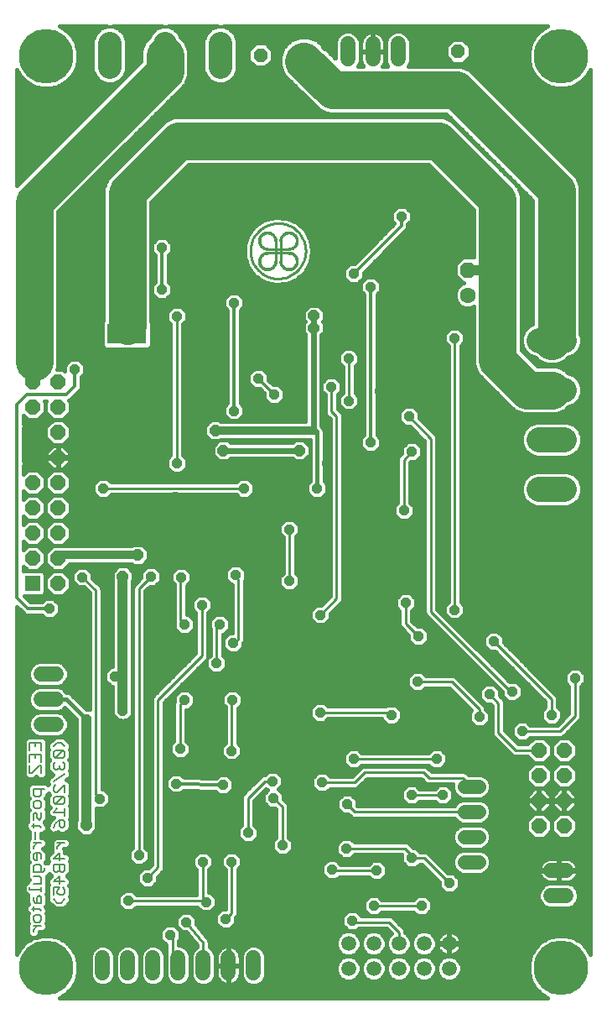
<source format=gbl>
G75*
G70*
%OFA0B0*%
%FSLAX24Y24*%
%IPPOS*%
%LPD*%
%AMOC8*
5,1,8,0,0,1.08239X$1,22.5*
%
%ADD10C,0.0050*%
%ADD11C,0.0594*%
%ADD12C,0.1000*%
%ADD13OC8,0.0594*%
%ADD14C,0.0560*%
%ADD15C,0.0594*%
%ADD16C,0.0945*%
%ADD17OC8,0.0560*%
%ADD18OC8,0.0436*%
%ADD19C,0.0100*%
%ADD20C,0.0010*%
%ADD21OC8,0.0630*%
%ADD22C,0.0630*%
%ADD23C,0.0600*%
%ADD24R,0.0594X0.0594*%
%ADD25C,0.0160*%
%ADD26OC8,0.0396*%
%ADD27R,0.0396X0.0396*%
%ADD28C,0.0320*%
%ADD29C,0.0240*%
%ADD30C,0.0140*%
%ADD31C,0.0860*%
%ADD32OC8,0.0436*%
%ADD33C,0.0400*%
%ADD34C,0.0120*%
%ADD35R,0.0436X0.0436*%
%ADD36C,0.1500*%
%ADD37C,0.0340*%
%ADD38C,0.2165*%
D10*
X009931Y007971D02*
X010381Y007971D01*
X010381Y008046D02*
X010381Y007896D01*
X010306Y007739D02*
X010231Y007664D01*
X010231Y007439D01*
X010156Y007439D02*
X010381Y007439D01*
X010381Y007664D01*
X010306Y007739D01*
X010081Y007664D02*
X010081Y007514D01*
X010156Y007439D01*
X010081Y007278D02*
X010081Y007128D01*
X010006Y007203D02*
X010306Y007203D01*
X010381Y007128D01*
X010306Y006971D02*
X010156Y006971D01*
X010081Y006896D01*
X010081Y006746D01*
X010156Y006671D01*
X010306Y006671D01*
X010381Y006746D01*
X010381Y006896D01*
X010306Y006971D01*
X010231Y006511D02*
X010081Y006361D01*
X010081Y006286D01*
X010081Y006511D02*
X010381Y006511D01*
X011031Y007435D02*
X010881Y007585D01*
X010881Y007745D02*
X010881Y008046D01*
X011106Y008046D01*
X011031Y007896D01*
X011031Y007820D01*
X011106Y007745D01*
X011256Y007745D01*
X011331Y007820D01*
X011331Y007971D01*
X011256Y008046D01*
X011106Y008206D02*
X011106Y008506D01*
X010881Y008281D01*
X011331Y008281D01*
X011256Y008666D02*
X011331Y008741D01*
X011331Y008966D01*
X010881Y008966D01*
X010881Y008741D01*
X010956Y008666D01*
X011031Y008666D01*
X011106Y008741D01*
X011106Y008966D01*
X011106Y009127D02*
X011106Y009427D01*
X010881Y009202D01*
X011331Y009202D01*
X011031Y009585D02*
X011031Y009660D01*
X011181Y009811D01*
X011331Y009811D02*
X011031Y009811D01*
X010881Y010431D02*
X010956Y010581D01*
X011106Y010731D01*
X011106Y010506D01*
X011181Y010431D01*
X011256Y010431D01*
X011331Y010506D01*
X011331Y010656D01*
X011256Y010731D01*
X011106Y010731D01*
X011331Y010891D02*
X011331Y011192D01*
X011331Y011042D02*
X010881Y011042D01*
X011031Y011192D01*
X010956Y011352D02*
X011256Y011652D01*
X011331Y011577D01*
X011331Y011427D01*
X011256Y011352D01*
X010956Y011352D01*
X010881Y011427D01*
X010881Y011577D01*
X010956Y011652D01*
X011256Y011652D01*
X011331Y011812D02*
X011331Y012112D01*
X011031Y011812D01*
X010956Y011812D01*
X010881Y011887D01*
X010881Y012037D01*
X010956Y012112D01*
X010881Y012273D02*
X011331Y012573D01*
X011256Y012733D02*
X011331Y012808D01*
X011331Y012958D01*
X011256Y013033D01*
X011256Y013193D02*
X011331Y013268D01*
X011331Y013419D01*
X011256Y013494D01*
X010956Y013193D01*
X011256Y013193D01*
X010956Y013193D02*
X010881Y013268D01*
X010881Y013419D01*
X010956Y013494D01*
X011256Y013494D01*
X011331Y013650D02*
X011181Y013801D01*
X011031Y013801D01*
X010881Y013650D01*
X010381Y013801D02*
X010381Y013500D01*
X010381Y013340D02*
X010381Y013040D01*
X010381Y012880D02*
X010381Y012580D01*
X010381Y012880D02*
X010306Y012880D01*
X010006Y012580D01*
X009931Y012580D01*
X009931Y012880D01*
X009931Y013040D02*
X009931Y013340D01*
X010381Y013340D01*
X010156Y013340D02*
X010156Y013190D01*
X009931Y013500D02*
X009931Y013801D01*
X010381Y013801D01*
X010156Y013801D02*
X010156Y013650D01*
X010881Y012958D02*
X010881Y012808D01*
X010956Y012733D01*
X011031Y012733D01*
X011106Y012808D01*
X011181Y012733D01*
X011256Y012733D01*
X011106Y012808D02*
X011106Y012883D01*
X010956Y013033D02*
X010881Y012958D01*
X010531Y011959D02*
X010081Y011959D01*
X010081Y011734D01*
X010156Y011659D01*
X010306Y011659D01*
X010381Y011734D01*
X010381Y011959D01*
X010306Y011499D02*
X010156Y011499D01*
X010081Y011424D01*
X010081Y011273D01*
X010156Y011198D01*
X010306Y011198D01*
X010381Y011273D01*
X010381Y011424D01*
X010306Y011499D01*
X010381Y011038D02*
X010381Y010813D01*
X010306Y010738D01*
X010231Y010813D01*
X010231Y010963D01*
X010156Y011038D01*
X010081Y010963D01*
X010081Y010738D01*
X010081Y010578D02*
X010081Y010428D01*
X010006Y010503D02*
X010306Y010503D01*
X010381Y010428D01*
X010156Y010271D02*
X010156Y009971D01*
X010081Y009811D02*
X010381Y009811D01*
X010231Y009811D02*
X010081Y009660D01*
X010081Y009585D01*
X010156Y009427D02*
X010081Y009352D01*
X010081Y009202D01*
X010156Y009127D01*
X010231Y009127D01*
X010231Y009427D01*
X010306Y009427D02*
X010156Y009427D01*
X010306Y009427D02*
X010381Y009352D01*
X010381Y009202D01*
X010306Y008966D02*
X010156Y008966D01*
X010081Y008891D01*
X010081Y008666D01*
X010456Y008666D01*
X010531Y008741D01*
X010531Y008816D01*
X010381Y008891D02*
X010381Y008666D01*
X010306Y008506D02*
X010081Y008506D01*
X010306Y008506D02*
X010381Y008431D01*
X010381Y008206D01*
X010081Y008206D01*
X009931Y008046D02*
X009931Y007971D01*
X010381Y008891D02*
X010306Y008966D01*
X011106Y008741D02*
X011181Y008666D01*
X011256Y008666D01*
X011331Y007585D02*
X011181Y007435D01*
X011031Y007435D01*
D11*
X022606Y005826D03*
X022606Y004826D03*
X023606Y004826D03*
X023606Y005826D03*
X024606Y005826D03*
X024606Y004826D03*
X025606Y004826D03*
X025606Y005826D03*
X026606Y005826D03*
X026606Y004826D03*
D12*
X030181Y023870D02*
X031181Y023870D01*
X031181Y025839D02*
X030181Y025839D01*
X030181Y027807D02*
X031181Y027807D01*
X031181Y029776D02*
X030181Y029776D01*
D13*
X030181Y013501D03*
X030181Y012501D03*
X030181Y011501D03*
X030181Y010501D03*
X031181Y010501D03*
X031181Y011501D03*
X031181Y012501D03*
X031181Y013501D03*
X011056Y020126D03*
X011056Y021126D03*
X011056Y022126D03*
X011056Y023126D03*
X011056Y024126D03*
X011056Y025126D03*
X011056Y026126D03*
X011056Y027126D03*
X011056Y028126D03*
X010056Y028126D03*
X010056Y027126D03*
X010056Y026126D03*
X010056Y025126D03*
X010056Y024126D03*
X010056Y023126D03*
X010056Y022126D03*
X010056Y021126D03*
D14*
X027226Y012051D02*
X027786Y012051D01*
X027786Y011051D02*
X027226Y011051D01*
X027226Y010051D02*
X027786Y010051D01*
X027786Y009051D02*
X027226Y009051D01*
D15*
X030660Y008726D02*
X031253Y008726D01*
X031253Y007726D02*
X030660Y007726D01*
X018831Y005247D02*
X018831Y004654D01*
X017831Y004654D02*
X017831Y005247D01*
X016831Y005247D02*
X016831Y004654D01*
X015831Y004654D02*
X015831Y005247D01*
X014831Y005247D02*
X014831Y004654D01*
X013831Y004654D02*
X013831Y005247D01*
X012831Y005247D02*
X012831Y004654D01*
X010978Y014526D02*
X010385Y014526D01*
X010385Y015526D02*
X010978Y015526D01*
X010978Y016526D02*
X010385Y016526D01*
D16*
X013106Y040630D02*
X013106Y041574D01*
X015306Y041574D02*
X015306Y040630D01*
X017506Y040630D02*
X017506Y041574D01*
D17*
X019106Y041101D03*
X020606Y041101D03*
X026956Y041251D03*
X026956Y039751D03*
D18*
X010056Y026126D03*
X010056Y026126D03*
D19*
X012856Y023901D02*
X018456Y023901D01*
X020256Y022276D02*
X020256Y020226D01*
X021481Y018876D02*
X022131Y019526D01*
X022131Y026751D01*
X021931Y026951D01*
X021931Y027926D01*
X022631Y027376D02*
X022631Y029026D01*
X022606Y029051D01*
X021331Y026176D02*
X021231Y026176D01*
X021206Y026201D01*
X019656Y027626D02*
X019031Y028251D01*
X019707Y032936D02*
X019707Y033723D01*
X019904Y033723D02*
X019904Y032936D01*
X018705Y033330D02*
X018707Y033396D01*
X018713Y033461D01*
X018723Y033526D01*
X018736Y033591D01*
X018754Y033654D01*
X018775Y033717D01*
X018800Y033777D01*
X018829Y033837D01*
X018861Y033894D01*
X018896Y033950D01*
X018935Y034003D01*
X018977Y034054D01*
X019021Y034102D01*
X019069Y034147D01*
X019119Y034190D01*
X019172Y034229D01*
X019227Y034266D01*
X019284Y034299D01*
X019343Y034328D01*
X019403Y034354D01*
X019465Y034376D01*
X019528Y034395D01*
X019592Y034409D01*
X019657Y034420D01*
X019723Y034427D01*
X019789Y034430D01*
X019854Y034429D01*
X019920Y034424D01*
X019985Y034415D01*
X020050Y034402D01*
X020113Y034386D01*
X020176Y034366D01*
X020237Y034341D01*
X020297Y034314D01*
X020355Y034283D01*
X020411Y034248D01*
X020465Y034210D01*
X020516Y034169D01*
X020565Y034125D01*
X020611Y034078D01*
X020655Y034029D01*
X020695Y033977D01*
X020732Y033922D01*
X020766Y033866D01*
X020796Y033807D01*
X020823Y033747D01*
X020846Y033686D01*
X020865Y033623D01*
X020881Y033559D01*
X020893Y033494D01*
X020901Y033429D01*
X020905Y033363D01*
X020905Y033297D01*
X020901Y033231D01*
X020893Y033166D01*
X020881Y033101D01*
X020865Y033037D01*
X020846Y032974D01*
X020823Y032913D01*
X020796Y032853D01*
X020766Y032794D01*
X020732Y032738D01*
X020695Y032683D01*
X020655Y032631D01*
X020611Y032582D01*
X020565Y032535D01*
X020516Y032491D01*
X020465Y032450D01*
X020411Y032412D01*
X020355Y032377D01*
X020297Y032346D01*
X020237Y032319D01*
X020176Y032294D01*
X020113Y032274D01*
X020050Y032258D01*
X019985Y032245D01*
X019920Y032236D01*
X019854Y032231D01*
X019789Y032230D01*
X019723Y032233D01*
X019657Y032240D01*
X019592Y032251D01*
X019528Y032265D01*
X019465Y032284D01*
X019403Y032306D01*
X019343Y032332D01*
X019284Y032361D01*
X019227Y032394D01*
X019172Y032431D01*
X019119Y032470D01*
X019069Y032513D01*
X019021Y032558D01*
X018977Y032606D01*
X018935Y032657D01*
X018896Y032710D01*
X018861Y032766D01*
X018829Y032823D01*
X018800Y032883D01*
X018775Y032943D01*
X018754Y033006D01*
X018736Y033069D01*
X018723Y033134D01*
X018713Y033199D01*
X018707Y033264D01*
X018705Y033330D01*
X019392Y033408D02*
X020219Y033408D01*
X020219Y033251D02*
X019392Y033251D01*
X015781Y030726D02*
X015781Y024901D01*
X015956Y020376D02*
X015931Y020351D01*
X015931Y018651D01*
X016081Y018501D01*
X016781Y019276D02*
X016781Y017251D01*
X015031Y015501D01*
X015031Y008851D01*
X014606Y008426D01*
X014281Y009326D02*
X014281Y019926D01*
X014756Y020401D01*
X012556Y019851D02*
X012031Y020376D01*
X012556Y019851D02*
X012556Y011751D01*
X012731Y011576D01*
X013856Y007526D02*
X016906Y007526D01*
X016956Y007476D01*
X016806Y007626D01*
X016806Y009076D01*
X017956Y009076D02*
X017956Y007026D01*
X017731Y006801D01*
X016831Y005851D02*
X016156Y006676D01*
X015606Y006076D02*
X015531Y006151D01*
X015606Y006076D02*
X015606Y005351D01*
X015831Y005126D01*
X015831Y004951D01*
X016831Y004951D02*
X016831Y005851D01*
X018606Y010226D02*
X018606Y011601D01*
X019281Y012276D01*
X019581Y012276D01*
X019631Y011601D02*
X019981Y011251D01*
X019981Y009726D01*
X021956Y008751D02*
X021981Y008726D01*
X023731Y008726D01*
X023606Y007326D02*
X025506Y007326D01*
X024606Y006276D02*
X024606Y005826D01*
X024606Y006276D02*
X024206Y006676D01*
X022806Y006676D01*
X022756Y006726D01*
X022531Y009601D02*
X024856Y009601D01*
X025231Y009226D01*
X025606Y009226D01*
X026606Y008226D01*
X025231Y009226D02*
X025131Y009226D01*
X025106Y011726D02*
X026356Y011726D01*
X025806Y012401D02*
X027156Y012401D01*
X027506Y012051D01*
X027506Y011051D02*
X022856Y011051D01*
X022556Y011351D01*
X022856Y012226D02*
X023256Y012626D01*
X025581Y012626D01*
X025806Y012401D01*
X026106Y013151D02*
X022806Y013151D01*
X022856Y012226D02*
X021556Y012226D01*
X021481Y015001D02*
X024206Y015001D01*
X025356Y016226D02*
X026706Y016226D01*
X027806Y015126D01*
X027806Y014826D01*
X028556Y015376D02*
X028206Y015726D01*
X028556Y015376D02*
X028556Y014201D01*
X029256Y013501D01*
X030181Y013501D01*
X029506Y014251D02*
X031006Y014251D01*
X031608Y014852D01*
X031608Y016352D01*
X030681Y015526D02*
X030681Y014901D01*
X030681Y014926D01*
X030681Y015526D02*
X028381Y017826D01*
X026831Y019076D02*
X026831Y029876D01*
X025806Y030276D02*
X025781Y030251D01*
X025756Y030251D01*
X025006Y026751D02*
X025881Y025876D01*
X025881Y019001D01*
X029056Y015826D01*
X029106Y015826D01*
X025381Y018026D02*
X024881Y018526D01*
X024881Y019351D01*
X024806Y023026D02*
X024806Y025026D01*
X025131Y025351D01*
X018131Y020451D02*
X018231Y020251D01*
X018231Y017901D01*
X018031Y017751D01*
X017481Y018501D02*
X017356Y018426D01*
X017356Y016951D01*
X017981Y015501D02*
X017956Y015476D01*
X017956Y013476D01*
X015906Y013551D02*
X015906Y015326D01*
X016081Y015501D01*
D20*
X019388Y033295D02*
X019385Y033205D01*
X019385Y033206D02*
X019352Y033204D01*
X019320Y033199D01*
X019288Y033190D01*
X019257Y033177D01*
X019229Y033160D01*
X019202Y033140D01*
X019178Y033118D01*
X019157Y033092D01*
X019139Y033064D01*
X019124Y033035D01*
X019113Y033004D01*
X019106Y032971D01*
X019102Y032938D01*
X019103Y032905D01*
X019107Y032872D01*
X019115Y032840D01*
X019128Y032809D01*
X019143Y032780D01*
X019162Y032753D01*
X019184Y032728D01*
X019209Y032706D01*
X019236Y032687D01*
X019265Y032672D01*
X019296Y032659D01*
X019328Y032651D01*
X019361Y032647D01*
X019394Y032646D01*
X019427Y032650D01*
X019460Y032657D01*
X019491Y032668D01*
X019520Y032683D01*
X019548Y032701D01*
X019574Y032722D01*
X019596Y032746D01*
X019616Y032773D01*
X019633Y032801D01*
X019646Y032832D01*
X019655Y032864D01*
X019660Y032896D01*
X019662Y032929D01*
X019751Y032932D01*
X019752Y032932D01*
X019751Y032895D01*
X019746Y032858D01*
X019737Y032822D01*
X019725Y032786D01*
X019709Y032752D01*
X019690Y032720D01*
X019667Y032690D01*
X019642Y032663D01*
X019614Y032638D01*
X019584Y032616D01*
X019552Y032597D01*
X019518Y032582D01*
X019482Y032570D01*
X019446Y032562D01*
X019409Y032557D01*
X019372Y032556D01*
X019334Y032559D01*
X019298Y032566D01*
X019262Y032576D01*
X019227Y032590D01*
X019194Y032607D01*
X019163Y032628D01*
X019134Y032652D01*
X019108Y032678D01*
X019084Y032707D01*
X019063Y032738D01*
X019046Y032771D01*
X019032Y032806D01*
X019022Y032842D01*
X019015Y032878D01*
X019012Y032916D01*
X019013Y032953D01*
X019018Y032990D01*
X019026Y033026D01*
X019038Y033062D01*
X019053Y033096D01*
X019072Y033128D01*
X019094Y033158D01*
X019119Y033186D01*
X019146Y033211D01*
X019176Y033234D01*
X019208Y033253D01*
X019242Y033269D01*
X019278Y033281D01*
X019314Y033290D01*
X019351Y033295D01*
X019388Y033296D01*
X019388Y033287D01*
X019351Y033286D01*
X019314Y033281D01*
X019278Y033272D01*
X019243Y033259D01*
X019209Y033243D01*
X019177Y033223D01*
X019148Y033201D01*
X019121Y033175D01*
X019097Y033147D01*
X019075Y033116D01*
X019057Y033084D01*
X019043Y033050D01*
X019032Y033014D01*
X019025Y032977D01*
X019021Y032940D01*
X019022Y032903D01*
X019026Y032866D01*
X019034Y032830D01*
X019046Y032795D01*
X019061Y032761D01*
X019080Y032728D01*
X019102Y032698D01*
X019127Y032671D01*
X019154Y032646D01*
X019184Y032624D01*
X019217Y032605D01*
X019251Y032590D01*
X019286Y032578D01*
X019322Y032570D01*
X019359Y032566D01*
X019396Y032565D01*
X019433Y032569D01*
X019470Y032576D01*
X019506Y032587D01*
X019540Y032601D01*
X019572Y032619D01*
X019603Y032641D01*
X019631Y032665D01*
X019657Y032692D01*
X019679Y032721D01*
X019699Y032753D01*
X019715Y032787D01*
X019728Y032822D01*
X019737Y032858D01*
X019742Y032895D01*
X019743Y032932D01*
X019734Y032932D01*
X019733Y032895D01*
X019727Y032858D01*
X019718Y032822D01*
X019705Y032787D01*
X019689Y032754D01*
X019669Y032722D01*
X019646Y032693D01*
X019620Y032667D01*
X019592Y032643D01*
X019561Y032623D01*
X019528Y032606D01*
X019493Y032592D01*
X019458Y032582D01*
X019421Y032576D01*
X019384Y032574D01*
X019347Y032576D01*
X019310Y032581D01*
X019274Y032591D01*
X019240Y032604D01*
X019207Y032621D01*
X019175Y032641D01*
X019147Y032664D01*
X019120Y032691D01*
X019097Y032719D01*
X019077Y032751D01*
X019060Y032784D01*
X019047Y032818D01*
X019037Y032854D01*
X019032Y032891D01*
X019030Y032928D01*
X019032Y032965D01*
X019038Y033002D01*
X019048Y033037D01*
X019062Y033072D01*
X019079Y033105D01*
X019099Y033136D01*
X019123Y033164D01*
X019149Y033190D01*
X019178Y033213D01*
X019210Y033233D01*
X019243Y033249D01*
X019278Y033262D01*
X019314Y033271D01*
X019351Y033277D01*
X019388Y033278D01*
X019387Y033269D01*
X019351Y033268D01*
X019315Y033262D01*
X019280Y033254D01*
X019247Y033241D01*
X019214Y033225D01*
X019184Y033206D01*
X019155Y033183D01*
X019129Y033158D01*
X019106Y033130D01*
X019086Y033100D01*
X019070Y033068D01*
X019057Y033034D01*
X019047Y033000D01*
X019041Y032964D01*
X019039Y032928D01*
X019041Y032892D01*
X019046Y032856D01*
X019055Y032821D01*
X019068Y032787D01*
X019085Y032755D01*
X019104Y032725D01*
X019127Y032697D01*
X019153Y032671D01*
X019181Y032648D01*
X019211Y032629D01*
X019243Y032612D01*
X019277Y032599D01*
X019312Y032590D01*
X019348Y032585D01*
X019384Y032583D01*
X019420Y032585D01*
X019456Y032591D01*
X019490Y032601D01*
X019524Y032614D01*
X019556Y032630D01*
X019586Y032650D01*
X019614Y032673D01*
X019639Y032699D01*
X019662Y032728D01*
X019681Y032758D01*
X019697Y032791D01*
X019710Y032824D01*
X019718Y032859D01*
X019724Y032895D01*
X019725Y032931D01*
X019716Y032931D01*
X019715Y032895D01*
X019709Y032860D01*
X019700Y032825D01*
X019688Y032791D01*
X019671Y032759D01*
X019652Y032729D01*
X019629Y032701D01*
X019603Y032676D01*
X019575Y032653D01*
X019545Y032634D01*
X019512Y032618D01*
X019478Y032606D01*
X019443Y032598D01*
X019408Y032593D01*
X019372Y032592D01*
X019336Y032595D01*
X019301Y032602D01*
X019266Y032613D01*
X019233Y032627D01*
X019202Y032645D01*
X019173Y032666D01*
X019146Y032690D01*
X019122Y032717D01*
X019101Y032746D01*
X019083Y032777D01*
X019069Y032810D01*
X019058Y032845D01*
X019051Y032880D01*
X019048Y032916D01*
X019049Y032952D01*
X019054Y032987D01*
X019062Y033022D01*
X019074Y033056D01*
X019090Y033089D01*
X019109Y033119D01*
X019132Y033147D01*
X019157Y033173D01*
X019185Y033196D01*
X019215Y033215D01*
X019247Y033232D01*
X019281Y033244D01*
X019316Y033253D01*
X019351Y033259D01*
X019387Y033260D01*
X019387Y033251D01*
X019352Y033250D01*
X019317Y033244D01*
X019283Y033236D01*
X019251Y033223D01*
X019219Y033207D01*
X019190Y033188D01*
X019163Y033166D01*
X019138Y033141D01*
X019117Y033114D01*
X019098Y033084D01*
X019083Y033053D01*
X019071Y033020D01*
X019063Y032986D01*
X019058Y032951D01*
X019057Y032916D01*
X019060Y032881D01*
X019067Y032847D01*
X019077Y032813D01*
X019091Y032781D01*
X019108Y032751D01*
X019129Y032722D01*
X019152Y032696D01*
X019178Y032673D01*
X019207Y032652D01*
X019237Y032635D01*
X019269Y032621D01*
X019303Y032611D01*
X019337Y032604D01*
X019372Y032601D01*
X019407Y032602D01*
X019442Y032607D01*
X019476Y032615D01*
X019509Y032627D01*
X019540Y032642D01*
X019570Y032661D01*
X019597Y032682D01*
X019622Y032707D01*
X019644Y032734D01*
X019663Y032763D01*
X019679Y032795D01*
X019692Y032827D01*
X019700Y032861D01*
X019706Y032896D01*
X019707Y032931D01*
X019698Y032931D01*
X019697Y032896D01*
X019691Y032861D01*
X019682Y032828D01*
X019670Y032795D01*
X019654Y032764D01*
X019634Y032735D01*
X019612Y032709D01*
X019586Y032685D01*
X019559Y032664D01*
X019529Y032646D01*
X019497Y032632D01*
X019464Y032621D01*
X019430Y032614D01*
X019395Y032610D01*
X019360Y032611D01*
X019326Y032615D01*
X019292Y032623D01*
X019259Y032635D01*
X019228Y032650D01*
X019198Y032669D01*
X019171Y032691D01*
X019147Y032715D01*
X019125Y032742D01*
X019106Y032772D01*
X019091Y032803D01*
X019079Y032836D01*
X019071Y032870D01*
X019067Y032904D01*
X019066Y032939D01*
X019070Y032974D01*
X019077Y033008D01*
X019088Y033041D01*
X019102Y033073D01*
X019120Y033103D01*
X019141Y033130D01*
X019165Y033156D01*
X019191Y033178D01*
X019220Y033198D01*
X019251Y033214D01*
X019284Y033226D01*
X019317Y033235D01*
X019352Y033241D01*
X019387Y033242D01*
X019386Y033233D01*
X019353Y033232D01*
X019319Y033226D01*
X019286Y033218D01*
X019255Y033205D01*
X019225Y033190D01*
X019197Y033171D01*
X019171Y033149D01*
X019148Y033124D01*
X019127Y033097D01*
X019110Y033068D01*
X019096Y033038D01*
X019085Y033005D01*
X019079Y032972D01*
X019075Y032939D01*
X019076Y032905D01*
X019080Y032871D01*
X019088Y032838D01*
X019099Y032807D01*
X019114Y032776D01*
X019132Y032748D01*
X019153Y032721D01*
X019177Y032697D01*
X019204Y032676D01*
X019232Y032658D01*
X019263Y032643D01*
X019294Y032632D01*
X019327Y032624D01*
X019361Y032620D01*
X019395Y032619D01*
X019428Y032623D01*
X019461Y032629D01*
X019494Y032640D01*
X019524Y032654D01*
X019553Y032671D01*
X019580Y032692D01*
X019605Y032715D01*
X019627Y032741D01*
X019646Y032769D01*
X019661Y032799D01*
X019674Y032830D01*
X019682Y032863D01*
X019688Y032897D01*
X019689Y032930D01*
X019680Y032930D01*
X019679Y032896D01*
X019673Y032863D01*
X019664Y032831D01*
X019652Y032800D01*
X019636Y032770D01*
X019617Y032742D01*
X019595Y032717D01*
X019570Y032695D01*
X019542Y032675D01*
X019513Y032658D01*
X019482Y032645D01*
X019450Y032636D01*
X019417Y032630D01*
X019383Y032628D01*
X019350Y032630D01*
X019317Y032635D01*
X019284Y032644D01*
X019253Y032657D01*
X019224Y032673D01*
X019196Y032693D01*
X019171Y032715D01*
X019149Y032740D01*
X019129Y032768D01*
X019113Y032797D01*
X019100Y032828D01*
X019091Y032861D01*
X019086Y032894D01*
X019084Y032927D01*
X019086Y032961D01*
X019092Y032994D01*
X019101Y033026D01*
X019114Y033057D01*
X019131Y033086D01*
X019151Y033114D01*
X019173Y033139D01*
X019198Y033161D01*
X019226Y033180D01*
X019256Y033196D01*
X019287Y033208D01*
X019319Y033217D01*
X019352Y033223D01*
X019386Y033224D01*
X019386Y033215D01*
X019352Y033213D01*
X019319Y033208D01*
X019287Y033199D01*
X019256Y033186D01*
X019227Y033170D01*
X019200Y033151D01*
X019175Y033128D01*
X019154Y033103D01*
X019135Y033075D01*
X019119Y033046D01*
X019107Y033015D01*
X019099Y032983D01*
X019094Y032949D01*
X019093Y032916D01*
X019096Y032883D01*
X019103Y032850D01*
X019114Y032819D01*
X019128Y032788D01*
X019145Y032760D01*
X019166Y032734D01*
X019190Y032710D01*
X019216Y032689D01*
X019244Y032672D01*
X019275Y032658D01*
X019306Y032647D01*
X019339Y032640D01*
X019372Y032637D01*
X019405Y032638D01*
X019439Y032643D01*
X019471Y032651D01*
X019502Y032663D01*
X019531Y032679D01*
X019559Y032698D01*
X019584Y032719D01*
X019607Y032744D01*
X019626Y032771D01*
X019642Y032800D01*
X019655Y032831D01*
X019664Y032863D01*
X019669Y032896D01*
X019671Y032930D01*
X019859Y032932D02*
X019949Y032929D01*
X019948Y032929D02*
X019950Y032896D01*
X019955Y032864D01*
X019964Y032832D01*
X019977Y032801D01*
X019994Y032773D01*
X020014Y032746D01*
X020036Y032722D01*
X020062Y032701D01*
X020090Y032683D01*
X020119Y032668D01*
X020150Y032657D01*
X020183Y032650D01*
X020216Y032646D01*
X020249Y032647D01*
X020282Y032651D01*
X020314Y032659D01*
X020345Y032672D01*
X020374Y032687D01*
X020401Y032706D01*
X020426Y032728D01*
X020448Y032753D01*
X020467Y032780D01*
X020482Y032809D01*
X020495Y032840D01*
X020503Y032872D01*
X020507Y032905D01*
X020508Y032938D01*
X020504Y032971D01*
X020497Y033004D01*
X020486Y033035D01*
X020471Y033064D01*
X020453Y033092D01*
X020432Y033118D01*
X020408Y033140D01*
X020381Y033160D01*
X020353Y033177D01*
X020322Y033190D01*
X020290Y033199D01*
X020258Y033204D01*
X020225Y033206D01*
X020222Y033295D01*
X020222Y033296D01*
X020259Y033295D01*
X020296Y033290D01*
X020332Y033281D01*
X020368Y033269D01*
X020402Y033253D01*
X020434Y033234D01*
X020464Y033211D01*
X020491Y033186D01*
X020516Y033158D01*
X020538Y033128D01*
X020557Y033096D01*
X020572Y033062D01*
X020584Y033026D01*
X020592Y032990D01*
X020597Y032953D01*
X020598Y032916D01*
X020595Y032878D01*
X020588Y032842D01*
X020578Y032806D01*
X020564Y032771D01*
X020547Y032738D01*
X020526Y032707D01*
X020502Y032678D01*
X020476Y032652D01*
X020447Y032628D01*
X020416Y032607D01*
X020383Y032590D01*
X020348Y032576D01*
X020312Y032566D01*
X020276Y032559D01*
X020238Y032556D01*
X020201Y032557D01*
X020164Y032562D01*
X020128Y032570D01*
X020092Y032582D01*
X020058Y032597D01*
X020026Y032616D01*
X019996Y032638D01*
X019968Y032663D01*
X019943Y032690D01*
X019920Y032720D01*
X019901Y032752D01*
X019885Y032786D01*
X019873Y032822D01*
X019864Y032858D01*
X019859Y032895D01*
X019858Y032932D01*
X019867Y032932D01*
X019868Y032895D01*
X019873Y032858D01*
X019882Y032822D01*
X019895Y032787D01*
X019911Y032753D01*
X019931Y032721D01*
X019953Y032692D01*
X019979Y032665D01*
X020007Y032641D01*
X020038Y032619D01*
X020070Y032601D01*
X020104Y032587D01*
X020140Y032576D01*
X020177Y032569D01*
X020214Y032565D01*
X020251Y032566D01*
X020288Y032570D01*
X020324Y032578D01*
X020359Y032590D01*
X020393Y032605D01*
X020426Y032624D01*
X020456Y032646D01*
X020483Y032671D01*
X020508Y032698D01*
X020530Y032728D01*
X020549Y032761D01*
X020564Y032795D01*
X020576Y032830D01*
X020584Y032866D01*
X020588Y032903D01*
X020589Y032940D01*
X020585Y032977D01*
X020578Y033014D01*
X020567Y033050D01*
X020553Y033084D01*
X020535Y033116D01*
X020513Y033147D01*
X020489Y033175D01*
X020462Y033201D01*
X020433Y033223D01*
X020401Y033243D01*
X020367Y033259D01*
X020332Y033272D01*
X020296Y033281D01*
X020259Y033286D01*
X020222Y033287D01*
X020222Y033278D01*
X020259Y033277D01*
X020296Y033271D01*
X020332Y033262D01*
X020367Y033249D01*
X020400Y033233D01*
X020432Y033213D01*
X020461Y033190D01*
X020487Y033164D01*
X020511Y033136D01*
X020531Y033105D01*
X020548Y033072D01*
X020562Y033037D01*
X020572Y033002D01*
X020578Y032965D01*
X020580Y032928D01*
X020578Y032891D01*
X020573Y032854D01*
X020563Y032818D01*
X020550Y032784D01*
X020533Y032751D01*
X020513Y032719D01*
X020490Y032691D01*
X020463Y032664D01*
X020435Y032641D01*
X020403Y032621D01*
X020370Y032604D01*
X020336Y032591D01*
X020300Y032581D01*
X020263Y032576D01*
X020226Y032574D01*
X020189Y032576D01*
X020152Y032582D01*
X020117Y032592D01*
X020082Y032606D01*
X020049Y032623D01*
X020018Y032643D01*
X019990Y032667D01*
X019964Y032693D01*
X019941Y032722D01*
X019921Y032754D01*
X019905Y032787D01*
X019892Y032822D01*
X019883Y032858D01*
X019877Y032895D01*
X019876Y032932D01*
X019885Y032931D01*
X019886Y032895D01*
X019892Y032859D01*
X019900Y032824D01*
X019913Y032791D01*
X019929Y032758D01*
X019948Y032728D01*
X019971Y032699D01*
X019996Y032673D01*
X020024Y032650D01*
X020054Y032630D01*
X020086Y032614D01*
X020120Y032601D01*
X020154Y032591D01*
X020190Y032585D01*
X020226Y032583D01*
X020262Y032585D01*
X020298Y032590D01*
X020333Y032599D01*
X020367Y032612D01*
X020399Y032629D01*
X020429Y032648D01*
X020457Y032671D01*
X020483Y032697D01*
X020506Y032725D01*
X020525Y032755D01*
X020542Y032787D01*
X020555Y032821D01*
X020564Y032856D01*
X020569Y032892D01*
X020571Y032928D01*
X020569Y032964D01*
X020563Y033000D01*
X020553Y033034D01*
X020540Y033068D01*
X020524Y033100D01*
X020504Y033130D01*
X020481Y033158D01*
X020455Y033183D01*
X020426Y033206D01*
X020396Y033225D01*
X020363Y033241D01*
X020330Y033254D01*
X020295Y033262D01*
X020259Y033268D01*
X020223Y033269D01*
X020223Y033260D01*
X020259Y033259D01*
X020294Y033253D01*
X020329Y033244D01*
X020363Y033232D01*
X020395Y033215D01*
X020425Y033196D01*
X020453Y033173D01*
X020478Y033147D01*
X020501Y033119D01*
X020520Y033089D01*
X020536Y033056D01*
X020548Y033022D01*
X020556Y032987D01*
X020561Y032952D01*
X020562Y032916D01*
X020559Y032880D01*
X020552Y032845D01*
X020541Y032810D01*
X020527Y032777D01*
X020509Y032746D01*
X020488Y032717D01*
X020464Y032690D01*
X020437Y032666D01*
X020408Y032645D01*
X020377Y032627D01*
X020344Y032613D01*
X020309Y032602D01*
X020274Y032595D01*
X020238Y032592D01*
X020202Y032593D01*
X020167Y032598D01*
X020132Y032606D01*
X020098Y032618D01*
X020065Y032634D01*
X020035Y032653D01*
X020007Y032676D01*
X019981Y032701D01*
X019958Y032729D01*
X019939Y032759D01*
X019922Y032791D01*
X019910Y032825D01*
X019901Y032860D01*
X019895Y032895D01*
X019894Y032931D01*
X019903Y032931D01*
X019904Y032896D01*
X019910Y032861D01*
X019918Y032827D01*
X019931Y032795D01*
X019947Y032763D01*
X019966Y032734D01*
X019988Y032707D01*
X020013Y032682D01*
X020040Y032661D01*
X020070Y032642D01*
X020101Y032627D01*
X020134Y032615D01*
X020168Y032607D01*
X020203Y032602D01*
X020238Y032601D01*
X020273Y032604D01*
X020307Y032611D01*
X020341Y032621D01*
X020373Y032635D01*
X020403Y032652D01*
X020432Y032673D01*
X020458Y032696D01*
X020481Y032722D01*
X020502Y032751D01*
X020519Y032781D01*
X020533Y032813D01*
X020543Y032847D01*
X020550Y032881D01*
X020553Y032916D01*
X020552Y032951D01*
X020547Y032986D01*
X020539Y033020D01*
X020527Y033053D01*
X020512Y033084D01*
X020493Y033114D01*
X020472Y033141D01*
X020447Y033166D01*
X020420Y033188D01*
X020391Y033207D01*
X020359Y033223D01*
X020327Y033236D01*
X020293Y033244D01*
X020258Y033250D01*
X020223Y033251D01*
X020223Y033242D01*
X020258Y033241D01*
X020293Y033235D01*
X020326Y033226D01*
X020359Y033214D01*
X020390Y033198D01*
X020419Y033178D01*
X020445Y033156D01*
X020469Y033130D01*
X020490Y033103D01*
X020508Y033073D01*
X020522Y033041D01*
X020533Y033008D01*
X020540Y032974D01*
X020544Y032939D01*
X020543Y032904D01*
X020539Y032870D01*
X020531Y032836D01*
X020519Y032803D01*
X020504Y032772D01*
X020485Y032742D01*
X020463Y032715D01*
X020439Y032691D01*
X020412Y032669D01*
X020382Y032650D01*
X020351Y032635D01*
X020318Y032623D01*
X020284Y032615D01*
X020250Y032611D01*
X020215Y032610D01*
X020180Y032614D01*
X020146Y032621D01*
X020113Y032632D01*
X020081Y032646D01*
X020051Y032664D01*
X020024Y032685D01*
X019998Y032709D01*
X019976Y032735D01*
X019956Y032764D01*
X019940Y032795D01*
X019928Y032828D01*
X019919Y032861D01*
X019913Y032896D01*
X019912Y032931D01*
X019921Y032930D01*
X019922Y032897D01*
X019928Y032863D01*
X019936Y032830D01*
X019949Y032799D01*
X019964Y032769D01*
X019983Y032741D01*
X020005Y032715D01*
X020030Y032692D01*
X020057Y032671D01*
X020086Y032654D01*
X020116Y032640D01*
X020149Y032629D01*
X020182Y032623D01*
X020215Y032619D01*
X020249Y032620D01*
X020283Y032624D01*
X020316Y032632D01*
X020347Y032643D01*
X020378Y032658D01*
X020406Y032676D01*
X020433Y032697D01*
X020457Y032721D01*
X020478Y032748D01*
X020496Y032776D01*
X020511Y032807D01*
X020522Y032838D01*
X020530Y032871D01*
X020534Y032905D01*
X020535Y032939D01*
X020531Y032972D01*
X020525Y033005D01*
X020514Y033038D01*
X020500Y033068D01*
X020483Y033097D01*
X020462Y033124D01*
X020439Y033149D01*
X020413Y033171D01*
X020385Y033190D01*
X020355Y033205D01*
X020324Y033218D01*
X020291Y033226D01*
X020257Y033232D01*
X020224Y033233D01*
X020224Y033224D01*
X020258Y033223D01*
X020291Y033217D01*
X020323Y033208D01*
X020354Y033196D01*
X020384Y033180D01*
X020412Y033161D01*
X020437Y033139D01*
X020459Y033114D01*
X020479Y033086D01*
X020496Y033057D01*
X020509Y033026D01*
X020518Y032994D01*
X020524Y032961D01*
X020526Y032927D01*
X020524Y032894D01*
X020519Y032861D01*
X020510Y032828D01*
X020497Y032797D01*
X020481Y032768D01*
X020461Y032740D01*
X020439Y032715D01*
X020414Y032693D01*
X020386Y032673D01*
X020357Y032657D01*
X020326Y032644D01*
X020293Y032635D01*
X020260Y032630D01*
X020227Y032628D01*
X020193Y032630D01*
X020160Y032636D01*
X020128Y032645D01*
X020097Y032658D01*
X020068Y032675D01*
X020040Y032695D01*
X020015Y032717D01*
X019993Y032742D01*
X019974Y032770D01*
X019958Y032800D01*
X019946Y032831D01*
X019937Y032863D01*
X019931Y032896D01*
X019930Y032930D01*
X019939Y032930D01*
X019941Y032896D01*
X019946Y032863D01*
X019955Y032831D01*
X019968Y032800D01*
X019984Y032771D01*
X020003Y032744D01*
X020026Y032719D01*
X020051Y032698D01*
X020079Y032679D01*
X020108Y032663D01*
X020139Y032651D01*
X020171Y032643D01*
X020205Y032638D01*
X020238Y032637D01*
X020271Y032640D01*
X020304Y032647D01*
X020335Y032658D01*
X020366Y032672D01*
X020394Y032689D01*
X020420Y032710D01*
X020444Y032734D01*
X020465Y032760D01*
X020482Y032788D01*
X020496Y032819D01*
X020507Y032850D01*
X020514Y032883D01*
X020517Y032916D01*
X020516Y032949D01*
X020511Y032983D01*
X020503Y033015D01*
X020491Y033046D01*
X020475Y033075D01*
X020456Y033103D01*
X020435Y033128D01*
X020410Y033151D01*
X020383Y033170D01*
X020354Y033186D01*
X020323Y033199D01*
X020291Y033208D01*
X020258Y033213D01*
X020224Y033215D01*
X020222Y033364D02*
X020225Y033454D01*
X020225Y033453D02*
X020258Y033455D01*
X020290Y033460D01*
X020322Y033469D01*
X020353Y033482D01*
X020381Y033499D01*
X020408Y033519D01*
X020432Y033541D01*
X020453Y033567D01*
X020471Y033595D01*
X020486Y033624D01*
X020497Y033655D01*
X020504Y033688D01*
X020508Y033721D01*
X020507Y033754D01*
X020503Y033787D01*
X020495Y033819D01*
X020482Y033850D01*
X020467Y033879D01*
X020448Y033906D01*
X020426Y033931D01*
X020401Y033953D01*
X020374Y033972D01*
X020345Y033987D01*
X020314Y034000D01*
X020282Y034008D01*
X020249Y034012D01*
X020216Y034013D01*
X020183Y034009D01*
X020150Y034002D01*
X020119Y033991D01*
X020090Y033976D01*
X020062Y033958D01*
X020036Y033937D01*
X020014Y033913D01*
X019994Y033886D01*
X019977Y033858D01*
X019964Y033827D01*
X019955Y033795D01*
X019950Y033763D01*
X019948Y033730D01*
X019859Y033727D01*
X019858Y033727D01*
X019859Y033764D01*
X019864Y033801D01*
X019873Y033837D01*
X019885Y033873D01*
X019901Y033907D01*
X019920Y033939D01*
X019943Y033969D01*
X019968Y033996D01*
X019996Y034021D01*
X020026Y034043D01*
X020058Y034062D01*
X020092Y034077D01*
X020128Y034089D01*
X020164Y034097D01*
X020201Y034102D01*
X020238Y034103D01*
X020276Y034100D01*
X020312Y034093D01*
X020348Y034083D01*
X020383Y034069D01*
X020416Y034052D01*
X020447Y034031D01*
X020476Y034007D01*
X020502Y033981D01*
X020526Y033952D01*
X020547Y033921D01*
X020564Y033888D01*
X020578Y033853D01*
X020588Y033817D01*
X020595Y033781D01*
X020598Y033743D01*
X020597Y033706D01*
X020592Y033669D01*
X020584Y033633D01*
X020572Y033597D01*
X020557Y033563D01*
X020538Y033531D01*
X020516Y033501D01*
X020491Y033473D01*
X020464Y033448D01*
X020434Y033425D01*
X020402Y033406D01*
X020368Y033390D01*
X020332Y033378D01*
X020296Y033369D01*
X020259Y033364D01*
X020222Y033363D01*
X020222Y033372D01*
X020259Y033373D01*
X020296Y033378D01*
X020332Y033387D01*
X020367Y033400D01*
X020401Y033416D01*
X020433Y033436D01*
X020462Y033458D01*
X020489Y033484D01*
X020513Y033512D01*
X020535Y033543D01*
X020553Y033575D01*
X020567Y033609D01*
X020578Y033645D01*
X020585Y033682D01*
X020589Y033719D01*
X020588Y033756D01*
X020584Y033793D01*
X020576Y033829D01*
X020564Y033864D01*
X020549Y033898D01*
X020530Y033931D01*
X020508Y033961D01*
X020483Y033988D01*
X020456Y034013D01*
X020426Y034035D01*
X020393Y034054D01*
X020359Y034069D01*
X020324Y034081D01*
X020288Y034089D01*
X020251Y034093D01*
X020214Y034094D01*
X020177Y034090D01*
X020140Y034083D01*
X020104Y034072D01*
X020070Y034058D01*
X020038Y034040D01*
X020007Y034018D01*
X019979Y033994D01*
X019953Y033967D01*
X019931Y033938D01*
X019911Y033906D01*
X019895Y033872D01*
X019882Y033837D01*
X019873Y033801D01*
X019868Y033764D01*
X019867Y033727D01*
X019876Y033727D01*
X019877Y033764D01*
X019883Y033801D01*
X019892Y033837D01*
X019905Y033872D01*
X019921Y033905D01*
X019941Y033937D01*
X019964Y033966D01*
X019990Y033992D01*
X020018Y034016D01*
X020049Y034036D01*
X020082Y034053D01*
X020117Y034067D01*
X020152Y034077D01*
X020189Y034083D01*
X020226Y034085D01*
X020263Y034083D01*
X020300Y034078D01*
X020336Y034068D01*
X020370Y034055D01*
X020403Y034038D01*
X020435Y034018D01*
X020463Y033995D01*
X020490Y033968D01*
X020513Y033940D01*
X020533Y033908D01*
X020550Y033875D01*
X020563Y033841D01*
X020573Y033805D01*
X020578Y033768D01*
X020580Y033731D01*
X020578Y033694D01*
X020572Y033657D01*
X020562Y033622D01*
X020548Y033587D01*
X020531Y033554D01*
X020511Y033523D01*
X020487Y033495D01*
X020461Y033469D01*
X020432Y033446D01*
X020400Y033426D01*
X020367Y033410D01*
X020332Y033397D01*
X020296Y033388D01*
X020259Y033382D01*
X020222Y033381D01*
X020223Y033390D01*
X020259Y033391D01*
X020295Y033397D01*
X020330Y033405D01*
X020363Y033418D01*
X020396Y033434D01*
X020426Y033453D01*
X020455Y033476D01*
X020481Y033501D01*
X020504Y033529D01*
X020524Y033559D01*
X020540Y033591D01*
X020553Y033625D01*
X020563Y033659D01*
X020569Y033695D01*
X020571Y033731D01*
X020569Y033767D01*
X020564Y033803D01*
X020555Y033838D01*
X020542Y033872D01*
X020525Y033904D01*
X020506Y033934D01*
X020483Y033962D01*
X020457Y033988D01*
X020429Y034011D01*
X020399Y034030D01*
X020367Y034047D01*
X020333Y034060D01*
X020298Y034069D01*
X020262Y034074D01*
X020226Y034076D01*
X020190Y034074D01*
X020154Y034068D01*
X020120Y034058D01*
X020086Y034045D01*
X020054Y034029D01*
X020024Y034009D01*
X019996Y033986D01*
X019971Y033960D01*
X019948Y033931D01*
X019929Y033901D01*
X019913Y033868D01*
X019900Y033835D01*
X019892Y033800D01*
X019886Y033764D01*
X019885Y033728D01*
X019894Y033728D01*
X019895Y033764D01*
X019901Y033799D01*
X019910Y033834D01*
X019922Y033868D01*
X019939Y033900D01*
X019958Y033930D01*
X019981Y033958D01*
X020007Y033983D01*
X020035Y034006D01*
X020065Y034025D01*
X020098Y034041D01*
X020132Y034053D01*
X020167Y034061D01*
X020202Y034066D01*
X020238Y034067D01*
X020274Y034064D01*
X020309Y034057D01*
X020344Y034046D01*
X020377Y034032D01*
X020408Y034014D01*
X020437Y033993D01*
X020464Y033969D01*
X020488Y033942D01*
X020509Y033913D01*
X020527Y033882D01*
X020541Y033849D01*
X020552Y033814D01*
X020559Y033779D01*
X020562Y033743D01*
X020561Y033707D01*
X020556Y033672D01*
X020548Y033637D01*
X020536Y033603D01*
X020520Y033570D01*
X020501Y033540D01*
X020478Y033512D01*
X020453Y033486D01*
X020425Y033463D01*
X020395Y033444D01*
X020363Y033427D01*
X020329Y033415D01*
X020294Y033406D01*
X020259Y033400D01*
X020223Y033399D01*
X020223Y033408D01*
X020258Y033409D01*
X020293Y033415D01*
X020327Y033423D01*
X020359Y033436D01*
X020391Y033452D01*
X020420Y033471D01*
X020447Y033493D01*
X020472Y033518D01*
X020493Y033545D01*
X020512Y033575D01*
X020527Y033606D01*
X020539Y033639D01*
X020547Y033673D01*
X020552Y033708D01*
X020553Y033743D01*
X020550Y033778D01*
X020543Y033812D01*
X020533Y033846D01*
X020519Y033878D01*
X020502Y033908D01*
X020481Y033937D01*
X020458Y033963D01*
X020432Y033986D01*
X020403Y034007D01*
X020373Y034024D01*
X020341Y034038D01*
X020307Y034048D01*
X020273Y034055D01*
X020238Y034058D01*
X020203Y034057D01*
X020168Y034052D01*
X020134Y034044D01*
X020101Y034032D01*
X020070Y034017D01*
X020040Y033998D01*
X020013Y033977D01*
X019988Y033952D01*
X019966Y033925D01*
X019947Y033896D01*
X019931Y033864D01*
X019918Y033832D01*
X019910Y033798D01*
X019904Y033763D01*
X019903Y033728D01*
X019912Y033728D01*
X019913Y033763D01*
X019919Y033798D01*
X019928Y033831D01*
X019940Y033864D01*
X019956Y033895D01*
X019976Y033924D01*
X019998Y033950D01*
X020024Y033974D01*
X020051Y033995D01*
X020081Y034013D01*
X020113Y034027D01*
X020146Y034038D01*
X020180Y034045D01*
X020215Y034049D01*
X020250Y034048D01*
X020284Y034044D01*
X020318Y034036D01*
X020351Y034024D01*
X020382Y034009D01*
X020412Y033990D01*
X020439Y033968D01*
X020463Y033944D01*
X020485Y033917D01*
X020504Y033887D01*
X020519Y033856D01*
X020531Y033823D01*
X020539Y033789D01*
X020543Y033755D01*
X020544Y033720D01*
X020540Y033685D01*
X020533Y033651D01*
X020522Y033618D01*
X020508Y033586D01*
X020490Y033556D01*
X020469Y033529D01*
X020445Y033503D01*
X020419Y033481D01*
X020390Y033461D01*
X020359Y033445D01*
X020326Y033433D01*
X020293Y033424D01*
X020258Y033418D01*
X020223Y033417D01*
X020224Y033426D01*
X020257Y033427D01*
X020291Y033433D01*
X020324Y033441D01*
X020355Y033454D01*
X020385Y033469D01*
X020413Y033488D01*
X020439Y033510D01*
X020462Y033535D01*
X020483Y033562D01*
X020500Y033591D01*
X020514Y033621D01*
X020525Y033654D01*
X020531Y033687D01*
X020535Y033720D01*
X020534Y033754D01*
X020530Y033788D01*
X020522Y033821D01*
X020511Y033852D01*
X020496Y033883D01*
X020478Y033911D01*
X020457Y033938D01*
X020433Y033962D01*
X020406Y033983D01*
X020378Y034001D01*
X020347Y034016D01*
X020316Y034027D01*
X020283Y034035D01*
X020249Y034039D01*
X020215Y034040D01*
X020182Y034036D01*
X020149Y034030D01*
X020116Y034019D01*
X020086Y034005D01*
X020057Y033988D01*
X020030Y033967D01*
X020005Y033944D01*
X019983Y033918D01*
X019964Y033890D01*
X019949Y033860D01*
X019936Y033829D01*
X019928Y033796D01*
X019922Y033762D01*
X019921Y033729D01*
X019930Y033729D01*
X019931Y033763D01*
X019937Y033796D01*
X019946Y033828D01*
X019958Y033859D01*
X019974Y033889D01*
X019993Y033917D01*
X020015Y033942D01*
X020040Y033964D01*
X020068Y033984D01*
X020097Y034001D01*
X020128Y034014D01*
X020160Y034023D01*
X020193Y034029D01*
X020227Y034031D01*
X020260Y034029D01*
X020293Y034024D01*
X020326Y034015D01*
X020357Y034002D01*
X020386Y033986D01*
X020414Y033966D01*
X020439Y033944D01*
X020461Y033919D01*
X020481Y033891D01*
X020497Y033862D01*
X020510Y033831D01*
X020519Y033798D01*
X020524Y033765D01*
X020526Y033732D01*
X020524Y033698D01*
X020518Y033665D01*
X020509Y033633D01*
X020496Y033602D01*
X020479Y033573D01*
X020459Y033545D01*
X020437Y033520D01*
X020412Y033498D01*
X020384Y033479D01*
X020354Y033463D01*
X020323Y033451D01*
X020291Y033442D01*
X020258Y033436D01*
X020224Y033435D01*
X020224Y033444D01*
X020258Y033446D01*
X020291Y033451D01*
X020323Y033460D01*
X020354Y033473D01*
X020383Y033489D01*
X020410Y033508D01*
X020435Y033531D01*
X020456Y033556D01*
X020475Y033584D01*
X020491Y033613D01*
X020503Y033644D01*
X020511Y033676D01*
X020516Y033710D01*
X020517Y033743D01*
X020514Y033776D01*
X020507Y033809D01*
X020496Y033840D01*
X020482Y033871D01*
X020465Y033899D01*
X020444Y033925D01*
X020420Y033949D01*
X020394Y033970D01*
X020366Y033987D01*
X020335Y034001D01*
X020304Y034012D01*
X020271Y034019D01*
X020238Y034022D01*
X020205Y034021D01*
X020171Y034016D01*
X020139Y034008D01*
X020108Y033996D01*
X020079Y033980D01*
X020051Y033961D01*
X020026Y033940D01*
X020003Y033915D01*
X019984Y033888D01*
X019968Y033859D01*
X019955Y033828D01*
X019946Y033796D01*
X019941Y033763D01*
X019939Y033729D01*
X019751Y033727D02*
X019661Y033730D01*
X019662Y033730D02*
X019660Y033763D01*
X019655Y033795D01*
X019646Y033827D01*
X019633Y033858D01*
X019616Y033886D01*
X019596Y033913D01*
X019574Y033937D01*
X019548Y033958D01*
X019520Y033976D01*
X019491Y033991D01*
X019460Y034002D01*
X019427Y034009D01*
X019394Y034013D01*
X019361Y034012D01*
X019328Y034008D01*
X019296Y034000D01*
X019265Y033987D01*
X019236Y033972D01*
X019209Y033953D01*
X019184Y033931D01*
X019162Y033906D01*
X019143Y033879D01*
X019128Y033850D01*
X019115Y033819D01*
X019107Y033787D01*
X019103Y033754D01*
X019102Y033721D01*
X019106Y033688D01*
X019113Y033655D01*
X019124Y033624D01*
X019139Y033595D01*
X019157Y033567D01*
X019178Y033541D01*
X019202Y033519D01*
X019229Y033499D01*
X019257Y033482D01*
X019288Y033469D01*
X019320Y033460D01*
X019352Y033455D01*
X019385Y033453D01*
X019388Y033364D01*
X019388Y033363D01*
X019351Y033364D01*
X019314Y033369D01*
X019278Y033378D01*
X019242Y033390D01*
X019208Y033406D01*
X019176Y033425D01*
X019146Y033448D01*
X019119Y033473D01*
X019094Y033501D01*
X019072Y033531D01*
X019053Y033563D01*
X019038Y033597D01*
X019026Y033633D01*
X019018Y033669D01*
X019013Y033706D01*
X019012Y033743D01*
X019015Y033781D01*
X019022Y033817D01*
X019032Y033853D01*
X019046Y033888D01*
X019063Y033921D01*
X019084Y033952D01*
X019108Y033981D01*
X019134Y034007D01*
X019163Y034031D01*
X019194Y034052D01*
X019227Y034069D01*
X019262Y034083D01*
X019298Y034093D01*
X019334Y034100D01*
X019372Y034103D01*
X019409Y034102D01*
X019446Y034097D01*
X019482Y034089D01*
X019518Y034077D01*
X019552Y034062D01*
X019584Y034043D01*
X019614Y034021D01*
X019642Y033996D01*
X019667Y033969D01*
X019690Y033939D01*
X019709Y033907D01*
X019725Y033873D01*
X019737Y033837D01*
X019746Y033801D01*
X019751Y033764D01*
X019752Y033727D01*
X019743Y033727D01*
X019742Y033764D01*
X019737Y033801D01*
X019728Y033837D01*
X019715Y033872D01*
X019699Y033906D01*
X019679Y033938D01*
X019657Y033967D01*
X019631Y033994D01*
X019603Y034018D01*
X019572Y034040D01*
X019540Y034058D01*
X019506Y034072D01*
X019470Y034083D01*
X019433Y034090D01*
X019396Y034094D01*
X019359Y034093D01*
X019322Y034089D01*
X019286Y034081D01*
X019251Y034069D01*
X019217Y034054D01*
X019184Y034035D01*
X019154Y034013D01*
X019127Y033988D01*
X019102Y033961D01*
X019080Y033931D01*
X019061Y033898D01*
X019046Y033864D01*
X019034Y033829D01*
X019026Y033793D01*
X019022Y033756D01*
X019021Y033719D01*
X019025Y033682D01*
X019032Y033645D01*
X019043Y033609D01*
X019057Y033575D01*
X019075Y033543D01*
X019097Y033512D01*
X019121Y033484D01*
X019148Y033458D01*
X019177Y033436D01*
X019209Y033416D01*
X019243Y033400D01*
X019278Y033387D01*
X019314Y033378D01*
X019351Y033373D01*
X019388Y033372D01*
X019388Y033381D01*
X019351Y033382D01*
X019314Y033388D01*
X019278Y033397D01*
X019243Y033410D01*
X019210Y033426D01*
X019178Y033446D01*
X019149Y033469D01*
X019123Y033495D01*
X019099Y033523D01*
X019079Y033554D01*
X019062Y033587D01*
X019048Y033622D01*
X019038Y033657D01*
X019032Y033694D01*
X019030Y033731D01*
X019032Y033768D01*
X019037Y033805D01*
X019047Y033841D01*
X019060Y033875D01*
X019077Y033908D01*
X019097Y033940D01*
X019120Y033968D01*
X019147Y033995D01*
X019175Y034018D01*
X019207Y034038D01*
X019240Y034055D01*
X019274Y034068D01*
X019310Y034078D01*
X019347Y034083D01*
X019384Y034085D01*
X019421Y034083D01*
X019458Y034077D01*
X019493Y034067D01*
X019528Y034053D01*
X019561Y034036D01*
X019592Y034016D01*
X019620Y033992D01*
X019646Y033966D01*
X019669Y033937D01*
X019689Y033905D01*
X019705Y033872D01*
X019718Y033837D01*
X019727Y033801D01*
X019733Y033764D01*
X019734Y033727D01*
X019725Y033728D01*
X019724Y033764D01*
X019718Y033800D01*
X019710Y033835D01*
X019697Y033868D01*
X019681Y033901D01*
X019662Y033931D01*
X019639Y033960D01*
X019614Y033986D01*
X019586Y034009D01*
X019556Y034029D01*
X019524Y034045D01*
X019490Y034058D01*
X019456Y034068D01*
X019420Y034074D01*
X019384Y034076D01*
X019348Y034074D01*
X019312Y034069D01*
X019277Y034060D01*
X019243Y034047D01*
X019211Y034030D01*
X019181Y034011D01*
X019153Y033988D01*
X019127Y033962D01*
X019104Y033934D01*
X019085Y033904D01*
X019068Y033872D01*
X019055Y033838D01*
X019046Y033803D01*
X019041Y033767D01*
X019039Y033731D01*
X019041Y033695D01*
X019047Y033659D01*
X019057Y033625D01*
X019070Y033591D01*
X019086Y033559D01*
X019106Y033529D01*
X019129Y033501D01*
X019155Y033476D01*
X019184Y033453D01*
X019214Y033434D01*
X019247Y033418D01*
X019280Y033405D01*
X019315Y033397D01*
X019351Y033391D01*
X019387Y033390D01*
X019387Y033399D01*
X019351Y033400D01*
X019316Y033406D01*
X019281Y033415D01*
X019247Y033427D01*
X019215Y033444D01*
X019185Y033463D01*
X019157Y033486D01*
X019132Y033512D01*
X019109Y033540D01*
X019090Y033570D01*
X019074Y033603D01*
X019062Y033637D01*
X019054Y033672D01*
X019049Y033707D01*
X019048Y033743D01*
X019051Y033779D01*
X019058Y033814D01*
X019069Y033849D01*
X019083Y033882D01*
X019101Y033913D01*
X019122Y033942D01*
X019146Y033969D01*
X019173Y033993D01*
X019202Y034014D01*
X019233Y034032D01*
X019266Y034046D01*
X019301Y034057D01*
X019336Y034064D01*
X019372Y034067D01*
X019408Y034066D01*
X019443Y034061D01*
X019478Y034053D01*
X019512Y034041D01*
X019545Y034025D01*
X019575Y034006D01*
X019603Y033983D01*
X019629Y033958D01*
X019652Y033930D01*
X019671Y033900D01*
X019688Y033868D01*
X019700Y033834D01*
X019709Y033799D01*
X019715Y033764D01*
X019716Y033728D01*
X019707Y033728D01*
X019706Y033763D01*
X019700Y033798D01*
X019692Y033832D01*
X019679Y033864D01*
X019663Y033896D01*
X019644Y033925D01*
X019622Y033952D01*
X019597Y033977D01*
X019570Y033998D01*
X019540Y034017D01*
X019509Y034032D01*
X019476Y034044D01*
X019442Y034052D01*
X019407Y034057D01*
X019372Y034058D01*
X019337Y034055D01*
X019303Y034048D01*
X019269Y034038D01*
X019237Y034024D01*
X019207Y034007D01*
X019178Y033986D01*
X019152Y033963D01*
X019129Y033937D01*
X019108Y033908D01*
X019091Y033878D01*
X019077Y033846D01*
X019067Y033812D01*
X019060Y033778D01*
X019057Y033743D01*
X019058Y033708D01*
X019063Y033673D01*
X019071Y033639D01*
X019083Y033606D01*
X019098Y033575D01*
X019117Y033545D01*
X019138Y033518D01*
X019163Y033493D01*
X019190Y033471D01*
X019219Y033452D01*
X019251Y033436D01*
X019283Y033423D01*
X019317Y033415D01*
X019352Y033409D01*
X019387Y033408D01*
X019387Y033417D01*
X019352Y033418D01*
X019317Y033424D01*
X019284Y033433D01*
X019251Y033445D01*
X019220Y033461D01*
X019191Y033481D01*
X019165Y033503D01*
X019141Y033529D01*
X019120Y033556D01*
X019102Y033586D01*
X019088Y033618D01*
X019077Y033651D01*
X019070Y033685D01*
X019066Y033720D01*
X019067Y033755D01*
X019071Y033789D01*
X019079Y033823D01*
X019091Y033856D01*
X019106Y033887D01*
X019125Y033917D01*
X019147Y033944D01*
X019171Y033968D01*
X019198Y033990D01*
X019228Y034009D01*
X019259Y034024D01*
X019292Y034036D01*
X019326Y034044D01*
X019360Y034048D01*
X019395Y034049D01*
X019430Y034045D01*
X019464Y034038D01*
X019497Y034027D01*
X019529Y034013D01*
X019559Y033995D01*
X019586Y033974D01*
X019612Y033950D01*
X019634Y033924D01*
X019654Y033895D01*
X019670Y033864D01*
X019682Y033831D01*
X019691Y033798D01*
X019697Y033763D01*
X019698Y033728D01*
X019689Y033729D01*
X019688Y033762D01*
X019682Y033796D01*
X019674Y033829D01*
X019661Y033860D01*
X019646Y033890D01*
X019627Y033918D01*
X019605Y033944D01*
X019580Y033967D01*
X019553Y033988D01*
X019524Y034005D01*
X019494Y034019D01*
X019461Y034030D01*
X019428Y034036D01*
X019395Y034040D01*
X019361Y034039D01*
X019327Y034035D01*
X019294Y034027D01*
X019263Y034016D01*
X019232Y034001D01*
X019204Y033983D01*
X019177Y033962D01*
X019153Y033938D01*
X019132Y033911D01*
X019114Y033883D01*
X019099Y033852D01*
X019088Y033821D01*
X019080Y033788D01*
X019076Y033754D01*
X019075Y033720D01*
X019079Y033687D01*
X019085Y033654D01*
X019096Y033621D01*
X019110Y033591D01*
X019127Y033562D01*
X019148Y033535D01*
X019171Y033510D01*
X019197Y033488D01*
X019225Y033469D01*
X019255Y033454D01*
X019286Y033441D01*
X019319Y033433D01*
X019353Y033427D01*
X019386Y033426D01*
X019386Y033435D01*
X019352Y033436D01*
X019319Y033442D01*
X019287Y033451D01*
X019256Y033463D01*
X019226Y033479D01*
X019198Y033498D01*
X019173Y033520D01*
X019151Y033545D01*
X019131Y033573D01*
X019114Y033602D01*
X019101Y033633D01*
X019092Y033665D01*
X019086Y033698D01*
X019084Y033732D01*
X019086Y033765D01*
X019091Y033798D01*
X019100Y033831D01*
X019113Y033862D01*
X019129Y033891D01*
X019149Y033919D01*
X019171Y033944D01*
X019196Y033966D01*
X019224Y033986D01*
X019253Y034002D01*
X019284Y034015D01*
X019317Y034024D01*
X019350Y034029D01*
X019383Y034031D01*
X019417Y034029D01*
X019450Y034023D01*
X019482Y034014D01*
X019513Y034001D01*
X019542Y033984D01*
X019570Y033964D01*
X019595Y033942D01*
X019617Y033917D01*
X019636Y033889D01*
X019652Y033859D01*
X019664Y033828D01*
X019673Y033796D01*
X019679Y033763D01*
X019680Y033729D01*
X019671Y033729D01*
X019669Y033763D01*
X019664Y033796D01*
X019655Y033828D01*
X019642Y033859D01*
X019626Y033888D01*
X019607Y033915D01*
X019584Y033940D01*
X019559Y033961D01*
X019531Y033980D01*
X019502Y033996D01*
X019471Y034008D01*
X019439Y034016D01*
X019405Y034021D01*
X019372Y034022D01*
X019339Y034019D01*
X019306Y034012D01*
X019275Y034001D01*
X019244Y033987D01*
X019216Y033970D01*
X019190Y033949D01*
X019166Y033925D01*
X019145Y033899D01*
X019128Y033871D01*
X019114Y033840D01*
X019103Y033809D01*
X019096Y033776D01*
X019093Y033743D01*
X019094Y033710D01*
X019099Y033676D01*
X019107Y033644D01*
X019119Y033613D01*
X019135Y033584D01*
X019154Y033556D01*
X019175Y033531D01*
X019200Y033508D01*
X019227Y033489D01*
X019256Y033473D01*
X019287Y033460D01*
X019319Y033451D01*
X019352Y033446D01*
X019386Y033444D01*
D21*
X027356Y032576D03*
D22*
X027356Y031576D03*
D23*
X024573Y040952D02*
X024573Y041552D01*
X023573Y041552D02*
X023573Y040952D01*
X022573Y040952D02*
X022573Y041552D01*
D24*
X010056Y020126D03*
D25*
X009406Y019208D02*
X009406Y005380D01*
X009555Y005638D01*
X009794Y005877D01*
X010086Y006046D01*
X010143Y006061D01*
X009988Y006061D01*
X009856Y006193D01*
X009856Y006604D01*
X009406Y006604D01*
X009406Y006446D02*
X009856Y006446D01*
X009856Y006604D02*
X009881Y006629D01*
X009856Y006653D01*
X009856Y006990D01*
X009879Y007012D01*
X009856Y007035D01*
X009856Y007035D01*
X009781Y007110D01*
X009781Y007296D01*
X009856Y007372D01*
X009856Y007372D01*
X009881Y007396D01*
X009856Y007420D01*
X009856Y007746D01*
X009838Y007746D01*
X009706Y007877D01*
X009706Y008139D01*
X009838Y008271D01*
X009856Y008271D01*
X009856Y008299D01*
X009913Y008356D01*
X009856Y008413D01*
X009856Y008985D01*
X009918Y009047D01*
X009856Y009108D01*
X009856Y009445D01*
X009880Y009469D01*
X009856Y009492D01*
X009856Y009904D01*
X009931Y009979D01*
X009931Y010259D01*
X009856Y010335D01*
X009856Y010335D01*
X009781Y010410D01*
X009781Y010596D01*
X009856Y010671D01*
X009856Y011056D01*
X009918Y011118D01*
X009856Y011180D01*
X009856Y011517D01*
X009918Y011579D01*
X009856Y011641D01*
X009856Y012052D01*
X009988Y012184D01*
X010625Y012184D01*
X010667Y012142D01*
X010686Y012160D01*
X010642Y012225D01*
X010679Y012408D01*
X010849Y012522D01*
X010731Y012640D01*
X010656Y012715D01*
X010656Y013051D01*
X010718Y013113D01*
X010656Y013175D01*
X010656Y013512D01*
X010679Y013535D01*
X010656Y013557D01*
X010656Y013744D01*
X010938Y014026D01*
X011274Y014026D01*
X011406Y013894D01*
X011556Y013744D01*
X011556Y013557D01*
X011534Y013535D01*
X011556Y013512D01*
X011556Y013175D01*
X011494Y013113D01*
X011556Y013051D01*
X011556Y012715D01*
X011527Y012685D01*
X011570Y012620D01*
X011534Y012437D01*
X011384Y012337D01*
X011425Y012337D01*
X011556Y012206D01*
X011556Y011719D01*
X011532Y011695D01*
X011556Y011670D01*
X011556Y011334D01*
X011532Y011309D01*
X011556Y011285D01*
X011556Y010798D01*
X011532Y010774D01*
X011556Y010749D01*
X011556Y010413D01*
X011481Y010338D01*
X011349Y010206D01*
X011088Y010206D01*
X011043Y010251D01*
X011041Y010247D01*
X010864Y010188D01*
X010697Y010271D01*
X010638Y010448D01*
X010731Y010634D01*
X010731Y010674D01*
X010771Y010714D01*
X010796Y010765D01*
X010835Y010778D01*
X010873Y010817D01*
X010788Y010817D01*
X010656Y010948D01*
X010656Y011135D01*
X010755Y011234D01*
X010731Y011259D01*
X010656Y011334D01*
X010656Y011670D01*
X010718Y011732D01*
X010670Y011780D01*
X010625Y011734D01*
X010606Y011734D01*
X010606Y011641D01*
X010544Y011579D01*
X010606Y011517D01*
X010606Y011180D01*
X010582Y011156D01*
X010606Y011131D01*
X010606Y010720D01*
X010531Y010645D01*
X010507Y010620D01*
X010606Y010521D01*
X010606Y010335D01*
X010475Y010203D01*
X010381Y010203D01*
X010381Y010036D01*
X010475Y010036D01*
X010606Y009904D01*
X010606Y009717D01*
X010475Y009586D01*
X010466Y009586D01*
X010531Y009520D01*
X010606Y009445D01*
X010606Y009108D01*
X010544Y009047D01*
X010550Y009041D01*
X010625Y009041D01*
X010656Y009010D01*
X010656Y009060D01*
X010680Y009084D01*
X010656Y009108D01*
X010656Y009295D01*
X010830Y009469D01*
X010806Y009492D01*
X010806Y009904D01*
X010938Y010036D01*
X011425Y010036D01*
X011556Y009904D01*
X011556Y009717D01*
X011425Y009586D01*
X011274Y009586D01*
X011270Y009581D01*
X011331Y009520D01*
X011331Y009427D01*
X011425Y009427D01*
X011556Y009295D01*
X011556Y009108D01*
X011532Y009084D01*
X011556Y009060D01*
X011556Y008648D01*
X011425Y008516D01*
X011414Y008506D01*
X011425Y008506D01*
X011556Y008374D01*
X011556Y008188D01*
X011494Y008126D01*
X011556Y008064D01*
X011556Y007727D01*
X011532Y007703D01*
X011556Y007678D01*
X011556Y007492D01*
X011406Y007342D01*
X011274Y007210D01*
X010938Y007210D01*
X010656Y007492D01*
X010656Y008139D01*
X010680Y008163D01*
X010656Y008188D01*
X010656Y008374D01*
X010793Y008511D01*
X010731Y008573D01*
X010706Y008598D01*
X010681Y008573D01*
X010606Y008498D01*
X010606Y007802D01*
X010584Y007780D01*
X010606Y007757D01*
X010606Y007345D01*
X010544Y007283D01*
X010606Y007221D01*
X010606Y007035D01*
X010584Y007012D01*
X010606Y006990D01*
X010606Y006653D01*
X010582Y006629D01*
X010606Y006604D01*
X015758Y006604D01*
X015696Y006549D02*
X015366Y006549D01*
X015133Y006315D01*
X015133Y005986D01*
X015356Y005763D01*
X015356Y005399D01*
X015335Y005346D01*
X015335Y004555D01*
X015410Y004372D01*
X015550Y004233D01*
X015733Y004157D01*
X015930Y004157D01*
X016113Y004233D01*
X016253Y004372D01*
X016328Y004555D01*
X016328Y005346D01*
X016253Y005529D01*
X016113Y005669D01*
X015930Y005744D01*
X015856Y005744D01*
X015856Y005913D01*
X015929Y005986D01*
X015929Y006315D01*
X015696Y006549D01*
X015758Y006511D02*
X015991Y006277D01*
X016159Y006277D01*
X016581Y005761D01*
X016581Y005682D01*
X016550Y005669D01*
X016410Y005529D01*
X016335Y005346D01*
X016335Y004555D01*
X016410Y004372D01*
X016550Y004233D01*
X016733Y004157D01*
X016930Y004157D01*
X017113Y004233D01*
X017253Y004372D01*
X017328Y004555D01*
X017328Y005346D01*
X017253Y005529D01*
X017113Y005669D01*
X017081Y005682D01*
X017081Y005838D01*
X017085Y005875D01*
X017081Y005887D01*
X017081Y005900D01*
X017067Y005935D01*
X017056Y005970D01*
X022128Y005970D01*
X022110Y005924D02*
X022110Y005727D01*
X022185Y005544D01*
X022325Y005404D01*
X022508Y005329D01*
X022705Y005329D01*
X022888Y005404D01*
X023028Y005544D01*
X023103Y005727D01*
X023103Y005924D01*
X023028Y006107D01*
X022888Y006247D01*
X022705Y006322D01*
X022508Y006322D01*
X022325Y006247D01*
X022185Y006107D01*
X022110Y005924D01*
X022110Y005812D02*
X017081Y005812D01*
X017056Y005970D02*
X017048Y005980D01*
X017043Y005992D01*
X017017Y006019D01*
X016554Y006584D01*
X016554Y006840D01*
X016321Y007074D01*
X015991Y007074D01*
X015758Y006840D01*
X015758Y006511D01*
X015799Y006446D02*
X015823Y006446D01*
X015929Y006287D02*
X015982Y006287D01*
X015929Y006129D02*
X016281Y006129D01*
X016411Y005970D02*
X015914Y005970D01*
X015856Y005812D02*
X016540Y005812D01*
X016534Y005653D02*
X016128Y005653D01*
X016267Y005495D02*
X016396Y005495D01*
X016335Y005336D02*
X016328Y005336D01*
X016328Y005178D02*
X016335Y005178D01*
X016328Y005019D02*
X016335Y005019D01*
X016328Y004861D02*
X016335Y004861D01*
X016328Y004702D02*
X016335Y004702D01*
X016324Y004544D02*
X016339Y004544D01*
X016405Y004385D02*
X016258Y004385D01*
X016098Y004227D02*
X016564Y004227D01*
X017098Y004227D02*
X017619Y004227D01*
X017648Y004212D02*
X017720Y004189D01*
X017794Y004177D01*
X017813Y004177D01*
X017813Y004932D01*
X017850Y004932D01*
X017850Y004969D01*
X018308Y004969D01*
X018308Y005285D01*
X018296Y005359D01*
X018273Y005430D01*
X018239Y005497D01*
X018195Y005558D01*
X018142Y005611D01*
X018081Y005655D01*
X018014Y005689D01*
X017943Y005713D01*
X017869Y005724D01*
X017850Y005724D01*
X017850Y004969D01*
X017813Y004969D01*
X017813Y005724D01*
X017794Y005724D01*
X017720Y005713D01*
X017648Y005689D01*
X017581Y005655D01*
X017521Y005611D01*
X017468Y005558D01*
X017424Y005497D01*
X017389Y005430D01*
X017366Y005359D01*
X017355Y005285D01*
X017355Y004969D01*
X017813Y004969D01*
X017813Y004932D01*
X017355Y004932D01*
X017355Y004616D01*
X017366Y004542D01*
X017389Y004471D01*
X017424Y004404D01*
X017468Y004343D01*
X017521Y004290D01*
X017581Y004246D01*
X017648Y004212D01*
X017813Y004227D02*
X017850Y004227D01*
X017850Y004177D02*
X017869Y004177D01*
X017943Y004189D01*
X018014Y004212D01*
X018081Y004246D01*
X018142Y004290D01*
X018195Y004343D01*
X018239Y004404D01*
X018273Y004471D01*
X018296Y004542D01*
X018308Y004616D01*
X018308Y004932D01*
X017850Y004932D01*
X017850Y004177D01*
X018043Y004227D02*
X018564Y004227D01*
X018550Y004233D02*
X018733Y004157D01*
X018930Y004157D01*
X019113Y004233D01*
X019253Y004372D01*
X019328Y004555D01*
X019328Y005346D01*
X019253Y005529D01*
X019113Y005669D01*
X018930Y005744D01*
X018733Y005744D01*
X018550Y005669D01*
X018410Y005529D01*
X018335Y005346D01*
X018335Y004555D01*
X018410Y004372D01*
X018550Y004233D01*
X018405Y004385D02*
X018226Y004385D01*
X018297Y004544D02*
X018339Y004544D01*
X018335Y004702D02*
X018308Y004702D01*
X018308Y004861D02*
X018335Y004861D01*
X018335Y005019D02*
X018308Y005019D01*
X018308Y005178D02*
X018335Y005178D01*
X018335Y005336D02*
X018300Y005336D01*
X018241Y005495D02*
X018396Y005495D01*
X018534Y005653D02*
X018084Y005653D01*
X017850Y005653D02*
X017813Y005653D01*
X017813Y005495D02*
X017850Y005495D01*
X017850Y005336D02*
X017813Y005336D01*
X017813Y005178D02*
X017850Y005178D01*
X017850Y005019D02*
X017813Y005019D01*
X017813Y004861D02*
X017850Y004861D01*
X017850Y004702D02*
X017813Y004702D01*
X017813Y004544D02*
X017850Y004544D01*
X017850Y004385D02*
X017813Y004385D01*
X017437Y004385D02*
X017258Y004385D01*
X017324Y004544D02*
X017366Y004544D01*
X017355Y004702D02*
X017328Y004702D01*
X017328Y004861D02*
X017355Y004861D01*
X017355Y005019D02*
X017328Y005019D01*
X017328Y005178D02*
X017355Y005178D01*
X017363Y005336D02*
X017328Y005336D01*
X017267Y005495D02*
X017422Y005495D01*
X017578Y005653D02*
X017128Y005653D01*
X016927Y006129D02*
X022207Y006129D01*
X022422Y006287D02*
X016797Y006287D01*
X016668Y006446D02*
X017523Y006446D01*
X017566Y006402D02*
X017896Y006402D01*
X018129Y006636D01*
X018129Y006845D01*
X018168Y006884D01*
X018206Y006976D01*
X018206Y008763D01*
X018354Y008911D01*
X018354Y009240D01*
X018121Y009474D01*
X017791Y009474D01*
X017558Y009240D01*
X017558Y008911D01*
X017706Y008763D01*
X017706Y007199D01*
X017566Y007199D01*
X017333Y006965D01*
X017333Y006636D01*
X017566Y006402D01*
X017365Y006604D02*
X016554Y006604D01*
X016554Y006763D02*
X017333Y006763D01*
X017333Y006921D02*
X016474Y006921D01*
X016789Y007080D02*
X010606Y007080D01*
X010606Y006921D02*
X015839Y006921D01*
X015758Y006763D02*
X010606Y006763D01*
X010606Y006604D02*
X010606Y006418D01*
X010475Y006286D01*
X010324Y006286D01*
X010306Y006268D01*
X010306Y006193D01*
X010186Y006072D01*
X010412Y006133D01*
X010750Y006133D01*
X011076Y006046D01*
X011369Y005877D01*
X011608Y005638D01*
X011776Y005345D01*
X011864Y005019D01*
X012335Y005019D01*
X012335Y004861D02*
X011864Y004861D01*
X011864Y005019D02*
X011864Y004682D01*
X011776Y004355D01*
X011608Y004063D01*
X011369Y003824D01*
X011111Y003675D01*
X030524Y003675D01*
X030266Y003824D01*
X030027Y004063D01*
X029858Y004355D01*
X029771Y004682D01*
X029771Y005019D01*
X027064Y005019D01*
X027028Y005107D02*
X027103Y004924D01*
X027103Y004727D01*
X027028Y004544D01*
X026888Y004404D01*
X026705Y004329D01*
X026508Y004329D01*
X026325Y004404D01*
X026185Y004544D01*
X026110Y004727D01*
X026110Y004924D01*
X026185Y005107D01*
X026325Y005247D01*
X026508Y005322D01*
X026705Y005322D01*
X026888Y005247D01*
X027028Y005107D01*
X026957Y005178D02*
X029813Y005178D01*
X029856Y005336D02*
X025723Y005336D01*
X025705Y005329D02*
X025888Y005404D01*
X026028Y005544D01*
X026103Y005727D01*
X026103Y005924D01*
X026028Y006107D01*
X025888Y006247D01*
X025705Y006322D01*
X025508Y006322D01*
X025325Y006247D01*
X025185Y006107D01*
X025110Y005924D01*
X025110Y005727D01*
X025185Y005544D01*
X025325Y005404D01*
X025508Y005329D01*
X025705Y005329D01*
X025705Y005322D02*
X025508Y005322D01*
X025325Y005247D01*
X025185Y005107D01*
X025110Y004924D01*
X025110Y004727D01*
X025185Y004544D01*
X025325Y004404D01*
X025508Y004329D01*
X025705Y004329D01*
X025888Y004404D01*
X026028Y004544D01*
X026103Y004727D01*
X026103Y004924D01*
X026028Y005107D01*
X025888Y005247D01*
X025705Y005322D01*
X025490Y005336D02*
X024723Y005336D01*
X024705Y005329D02*
X024888Y005404D01*
X025028Y005544D01*
X025103Y005727D01*
X025103Y005924D01*
X025028Y006107D01*
X024888Y006247D01*
X024856Y006260D01*
X024856Y006325D01*
X024818Y006417D01*
X024418Y006817D01*
X024348Y006888D01*
X024256Y006926D01*
X023119Y006926D01*
X022921Y007124D01*
X022591Y007124D01*
X022358Y006890D01*
X022358Y006561D01*
X022591Y006327D01*
X022921Y006327D01*
X023019Y006426D01*
X024103Y006426D01*
X024303Y006225D01*
X024185Y006107D01*
X024110Y005924D01*
X024110Y005727D01*
X024185Y005544D01*
X024325Y005404D01*
X024508Y005329D01*
X024705Y005329D01*
X024705Y005322D02*
X024508Y005322D01*
X024325Y005247D01*
X024185Y005107D01*
X024110Y004924D01*
X024110Y004727D01*
X024185Y004544D01*
X024325Y004404D01*
X024508Y004329D01*
X024705Y004329D01*
X024888Y004404D01*
X025028Y004544D01*
X025103Y004727D01*
X025103Y004924D01*
X025028Y005107D01*
X024888Y005247D01*
X024705Y005322D01*
X024490Y005336D02*
X023723Y005336D01*
X023705Y005329D02*
X023888Y005404D01*
X024028Y005544D01*
X024103Y005727D01*
X024103Y005924D01*
X024028Y006107D01*
X023888Y006247D01*
X023705Y006322D01*
X023508Y006322D01*
X023325Y006247D01*
X023185Y006107D01*
X023110Y005924D01*
X023110Y005727D01*
X023185Y005544D01*
X023325Y005404D01*
X023508Y005329D01*
X023705Y005329D01*
X023705Y005322D02*
X023508Y005322D01*
X023325Y005247D01*
X023185Y005107D01*
X023110Y004924D01*
X023110Y004727D01*
X023185Y004544D01*
X023325Y004404D01*
X023508Y004329D01*
X023705Y004329D01*
X023888Y004404D01*
X024028Y004544D01*
X024103Y004727D01*
X024103Y004924D01*
X024028Y005107D01*
X023888Y005247D01*
X023705Y005322D01*
X023490Y005336D02*
X022723Y005336D01*
X022705Y005322D02*
X022508Y005322D01*
X022325Y005247D01*
X022185Y005107D01*
X022110Y004924D01*
X022110Y004727D01*
X022185Y004544D01*
X022325Y004404D01*
X022508Y004329D01*
X022705Y004329D01*
X022888Y004404D01*
X023028Y004544D01*
X023103Y004727D01*
X023103Y004924D01*
X023028Y005107D01*
X022888Y005247D01*
X022705Y005322D01*
X022490Y005336D02*
X019328Y005336D01*
X019328Y005178D02*
X022256Y005178D01*
X022149Y005019D02*
X019328Y005019D01*
X019328Y004861D02*
X022110Y004861D01*
X022120Y004702D02*
X019328Y004702D01*
X019324Y004544D02*
X022186Y004544D01*
X022371Y004385D02*
X019258Y004385D01*
X019098Y004227D02*
X029933Y004227D01*
X029850Y004385D02*
X026841Y004385D01*
X027027Y004544D02*
X029808Y004544D01*
X029771Y004702D02*
X027093Y004702D01*
X027103Y004861D02*
X029771Y004861D01*
X029771Y005019D02*
X029858Y005345D01*
X030027Y005638D01*
X030266Y005877D01*
X030559Y006046D01*
X030885Y006133D01*
X031222Y006133D01*
X031549Y006046D01*
X031841Y005877D01*
X032080Y005638D01*
X032229Y005380D01*
X032229Y040541D01*
X032080Y040283D01*
X031841Y040044D01*
X031549Y039876D01*
X031222Y039788D01*
X030885Y039788D01*
X030559Y039876D01*
X030266Y040044D01*
X030027Y040283D01*
X029858Y040576D01*
X029771Y040902D01*
X029771Y041240D01*
X029858Y041566D01*
X030027Y041858D01*
X030266Y042097D01*
X030524Y042246D01*
X017641Y042246D01*
X017886Y042144D01*
X018076Y041955D01*
X018178Y041708D01*
X018178Y040496D01*
X018076Y040249D01*
X017886Y040059D01*
X017639Y039957D01*
X017372Y039957D01*
X017125Y040059D01*
X016936Y040249D01*
X016833Y040496D01*
X016833Y041708D01*
X016936Y041955D01*
X017125Y042144D01*
X017370Y042246D01*
X015441Y042246D01*
X015686Y042144D01*
X015876Y041955D01*
X015932Y041819D01*
X016111Y041640D01*
X016256Y041291D01*
X016256Y040286D01*
X016111Y039937D01*
X011056Y034882D01*
X011056Y028737D01*
X011009Y028622D01*
X011262Y028622D01*
X011333Y028551D01*
X011333Y028790D01*
X011566Y029024D01*
X011896Y029024D01*
X012129Y028790D01*
X012129Y028461D01*
X011991Y028323D01*
X011991Y027924D01*
X011952Y027828D01*
X011602Y027478D01*
X011529Y027405D01*
X011494Y027391D01*
X011553Y027331D01*
X011553Y026920D01*
X011262Y026629D01*
X010851Y026629D01*
X010560Y026920D01*
X010560Y027331D01*
X010594Y027366D01*
X010519Y027366D01*
X010553Y027331D01*
X010553Y026920D01*
X010262Y026629D01*
X009851Y026629D01*
X009691Y026788D01*
X009691Y026463D01*
X009851Y026622D01*
X010262Y026622D01*
X010553Y026331D01*
X010553Y025920D01*
X010262Y025629D01*
X009851Y025629D01*
X009691Y025788D01*
X009691Y025463D01*
X009851Y025622D01*
X010262Y025622D01*
X010553Y025331D01*
X010553Y024920D01*
X010262Y024629D01*
X009851Y024629D01*
X009691Y024788D01*
X009691Y024463D01*
X009851Y024622D01*
X010262Y024622D01*
X010553Y024331D01*
X010553Y023920D01*
X010262Y023629D01*
X009851Y023629D01*
X009691Y023788D01*
X009691Y023463D01*
X009851Y023622D01*
X010262Y023622D01*
X010553Y023331D01*
X010553Y022920D01*
X010262Y022629D01*
X009851Y022629D01*
X009691Y022788D01*
X009691Y022463D01*
X009851Y022622D01*
X010262Y022622D01*
X010553Y022331D01*
X010553Y021920D01*
X010262Y021629D01*
X009851Y021629D01*
X009691Y021788D01*
X009691Y021463D01*
X009851Y021622D01*
X010262Y021622D01*
X010553Y021331D01*
X010553Y020920D01*
X010262Y020629D01*
X009851Y020629D01*
X009691Y020788D01*
X009691Y020622D01*
X010436Y020622D01*
X010553Y020505D01*
X010553Y019746D01*
X010436Y019629D01*
X009721Y019629D01*
X009964Y019386D01*
X010403Y019386D01*
X010541Y019524D01*
X010871Y019524D01*
X011104Y019290D01*
X011104Y018961D01*
X010871Y018727D01*
X010541Y018727D01*
X010403Y018866D01*
X009805Y018866D01*
X009709Y018905D01*
X009636Y018978D01*
X009636Y018978D01*
X009406Y019208D01*
X009406Y019126D02*
X009489Y019126D01*
X009406Y018967D02*
X009647Y018967D01*
X009406Y018809D02*
X010460Y018809D01*
X010952Y018809D02*
X012306Y018809D01*
X012306Y018967D02*
X011104Y018967D01*
X011104Y019126D02*
X012306Y019126D01*
X012306Y019284D02*
X011104Y019284D01*
X010952Y019443D02*
X012306Y019443D01*
X012306Y019601D02*
X009749Y019601D01*
X009907Y019443D02*
X010460Y019443D01*
X010553Y019760D02*
X010720Y019760D01*
X010851Y019629D02*
X011262Y019629D01*
X011553Y019920D01*
X011553Y020331D01*
X011262Y020622D01*
X010851Y020622D01*
X010560Y020331D01*
X010560Y019920D01*
X010851Y019629D01*
X010561Y019918D02*
X010553Y019918D01*
X010553Y020077D02*
X010560Y020077D01*
X010553Y020235D02*
X010560Y020235D01*
X010553Y020394D02*
X010622Y020394D01*
X010506Y020552D02*
X010780Y020552D01*
X010851Y020629D02*
X011262Y020629D01*
X011524Y020891D01*
X014001Y020891D01*
X014058Y020833D01*
X014404Y020833D01*
X014649Y021078D01*
X014649Y021424D01*
X014404Y021668D01*
X014058Y021668D01*
X014001Y021611D01*
X011274Y021611D01*
X011262Y021622D01*
X010851Y021622D01*
X010560Y021331D01*
X010560Y020920D01*
X010851Y020629D01*
X010769Y020711D02*
X010344Y020711D01*
X010503Y020869D02*
X010610Y020869D01*
X010560Y021028D02*
X010553Y021028D01*
X010553Y021186D02*
X010560Y021186D01*
X010573Y021345D02*
X010540Y021345D01*
X010381Y021503D02*
X010731Y021503D01*
X010851Y021629D02*
X011262Y021629D01*
X011553Y021920D01*
X011553Y022331D01*
X011262Y022622D01*
X010851Y022622D01*
X010560Y022331D01*
X010560Y021920D01*
X010851Y021629D01*
X010818Y021662D02*
X010295Y021662D01*
X010454Y021820D02*
X010659Y021820D01*
X010560Y021979D02*
X010553Y021979D01*
X010553Y022137D02*
X010560Y022137D01*
X010553Y022296D02*
X010560Y022296D01*
X010682Y022454D02*
X010430Y022454D01*
X010272Y022613D02*
X010841Y022613D01*
X010851Y022629D02*
X011262Y022629D01*
X011553Y022920D01*
X011553Y023331D01*
X011262Y023622D01*
X010851Y023622D01*
X010560Y023331D01*
X010560Y022920D01*
X010851Y022629D01*
X010708Y022771D02*
X010405Y022771D01*
X010553Y022930D02*
X010560Y022930D01*
X010553Y023088D02*
X010560Y023088D01*
X010553Y023247D02*
X010560Y023247D01*
X010633Y023405D02*
X010479Y023405D01*
X010321Y023564D02*
X010792Y023564D01*
X010851Y023629D02*
X011262Y023629D01*
X011553Y023920D01*
X011553Y024331D01*
X011262Y024622D01*
X010851Y024622D01*
X010560Y024331D01*
X010560Y023920D01*
X010851Y023629D01*
X010757Y023722D02*
X010356Y023722D01*
X010514Y023881D02*
X010599Y023881D01*
X010560Y024039D02*
X010553Y024039D01*
X010553Y024198D02*
X010560Y024198D01*
X010584Y024356D02*
X010528Y024356D01*
X010370Y024515D02*
X010743Y024515D01*
X010859Y024649D02*
X010580Y024928D01*
X010580Y025107D01*
X011038Y025107D01*
X011075Y025107D01*
X011075Y025144D01*
X011533Y025144D01*
X011533Y025323D01*
X011254Y025602D01*
X011075Y025602D01*
X011075Y025144D01*
X011038Y025144D01*
X011038Y025602D01*
X010859Y025602D01*
X010580Y025323D01*
X010580Y025144D01*
X011038Y025144D01*
X011038Y025107D01*
X011038Y024649D01*
X010859Y024649D01*
X010834Y024673D02*
X010307Y024673D01*
X010465Y024832D02*
X010676Y024832D01*
X010580Y024990D02*
X010553Y024990D01*
X010553Y025149D02*
X010580Y025149D01*
X010580Y025307D02*
X010553Y025307D01*
X010419Y025466D02*
X010722Y025466D01*
X010851Y025629D02*
X011262Y025629D01*
X011553Y025920D01*
X011553Y026331D01*
X011262Y026622D01*
X010851Y026622D01*
X010560Y026331D01*
X010560Y025920D01*
X010851Y025629D01*
X010697Y025783D02*
X010416Y025783D01*
X010553Y025941D02*
X010560Y025941D01*
X010553Y026100D02*
X010560Y026100D01*
X010553Y026258D02*
X010560Y026258D01*
X010645Y026417D02*
X010468Y026417D01*
X010309Y026575D02*
X010803Y026575D01*
X010746Y026734D02*
X010367Y026734D01*
X010526Y026892D02*
X010587Y026892D01*
X010560Y027051D02*
X010553Y027051D01*
X010553Y027209D02*
X010560Y027209D01*
X009746Y026734D02*
X009691Y026734D01*
X009691Y026575D02*
X009803Y026575D01*
X009691Y025783D02*
X009697Y025783D01*
X009691Y025624D02*
X015531Y025624D01*
X015531Y025466D02*
X011391Y025466D01*
X011533Y025307D02*
X015531Y025307D01*
X015531Y025214D02*
X015383Y025065D01*
X015383Y024736D01*
X015616Y024502D01*
X015946Y024502D01*
X016179Y024736D01*
X016179Y025065D01*
X016031Y025214D01*
X016031Y030413D01*
X016179Y030561D01*
X016179Y030890D01*
X015946Y031124D01*
X015616Y031124D01*
X015383Y030890D01*
X015383Y030561D01*
X015531Y030413D01*
X015531Y025214D01*
X015466Y025149D02*
X011533Y025149D01*
X011533Y025107D02*
X011075Y025107D01*
X011075Y024649D01*
X011254Y024649D01*
X011533Y024928D01*
X011533Y025107D01*
X011533Y024990D02*
X015383Y024990D01*
X015383Y024832D02*
X011437Y024832D01*
X011278Y024673D02*
X015446Y024673D01*
X015604Y024515D02*
X011370Y024515D01*
X011528Y024356D02*
X021076Y024356D01*
X021076Y024198D02*
X018722Y024198D01*
X018621Y024299D02*
X018291Y024299D01*
X018143Y024151D01*
X013169Y024151D01*
X013021Y024299D01*
X012691Y024299D01*
X012458Y024065D01*
X012458Y023736D01*
X012691Y023502D01*
X013021Y023502D01*
X013169Y023651D01*
X018143Y023651D01*
X018291Y023502D01*
X018621Y023502D01*
X018854Y023736D01*
X018854Y024065D01*
X018621Y024299D01*
X018854Y024039D02*
X020958Y024039D01*
X020958Y024065D02*
X020958Y023736D01*
X021191Y023502D01*
X021521Y023502D01*
X021754Y023736D01*
X021754Y024065D01*
X021636Y024184D01*
X021636Y026206D01*
X021594Y026309D01*
X021526Y026377D01*
X021526Y029980D01*
X021649Y030103D01*
X021649Y030449D01*
X021585Y030513D01*
X021649Y030578D01*
X021649Y030924D01*
X021404Y031168D01*
X021058Y031168D01*
X020814Y030924D01*
X020814Y030578D01*
X020878Y030513D01*
X020814Y030449D01*
X020814Y030103D01*
X020886Y030030D01*
X020886Y026561D01*
X017537Y026561D01*
X017479Y026618D01*
X017133Y026618D01*
X016889Y026374D01*
X016889Y026028D01*
X017133Y025783D01*
X017423Y025783D01*
X017214Y025574D01*
X017214Y025228D01*
X017458Y024983D01*
X017804Y024983D01*
X017902Y025081D01*
X020386Y025081D01*
X020483Y024983D01*
X020829Y024983D01*
X021074Y025228D01*
X021074Y025574D01*
X020829Y025818D01*
X020483Y025818D01*
X020386Y025721D01*
X017902Y025721D01*
X017804Y025818D01*
X017515Y025818D01*
X017537Y025841D01*
X021076Y025841D01*
X021076Y024184D01*
X020958Y024065D01*
X020958Y023881D02*
X018854Y023881D01*
X018841Y023722D02*
X020972Y023722D01*
X021130Y023564D02*
X018682Y023564D01*
X018230Y023564D02*
X013082Y023564D01*
X013122Y024198D02*
X018190Y024198D01*
X017812Y024990D02*
X020476Y024990D01*
X020837Y024990D02*
X021076Y024990D01*
X021076Y024832D02*
X016179Y024832D01*
X016179Y024990D02*
X017451Y024990D01*
X017292Y025149D02*
X016096Y025149D01*
X016031Y025307D02*
X017214Y025307D01*
X017214Y025466D02*
X016031Y025466D01*
X016031Y025624D02*
X017264Y025624D01*
X017423Y025783D02*
X016031Y025783D01*
X016031Y025941D02*
X016975Y025941D01*
X016889Y026100D02*
X016031Y026100D01*
X016031Y026258D02*
X016889Y026258D01*
X016932Y026417D02*
X016031Y026417D01*
X016031Y026575D02*
X017090Y026575D01*
X017523Y026575D02*
X020886Y026575D01*
X020886Y026734D02*
X018377Y026734D01*
X018454Y026811D02*
X018221Y026577D01*
X017891Y026577D01*
X017658Y026811D01*
X017658Y027140D01*
X017796Y027279D01*
X017796Y030973D01*
X017658Y031111D01*
X017658Y031440D01*
X017891Y031674D01*
X018221Y031674D01*
X018454Y031440D01*
X018454Y031111D01*
X018316Y030973D01*
X018316Y027279D01*
X018454Y027140D01*
X018454Y026811D01*
X018454Y026892D02*
X020886Y026892D01*
X020886Y027051D02*
X018454Y027051D01*
X018386Y027209D02*
X020886Y027209D01*
X020886Y027368D02*
X019961Y027368D01*
X020054Y027461D02*
X020054Y027790D01*
X019821Y028024D01*
X019612Y028024D01*
X019429Y028206D01*
X019429Y028415D01*
X019196Y028649D01*
X018866Y028649D01*
X018633Y028415D01*
X018633Y028086D01*
X018866Y027852D01*
X019076Y027852D01*
X019258Y027670D01*
X019258Y027461D01*
X019491Y027227D01*
X019821Y027227D01*
X020054Y027461D01*
X020054Y027526D02*
X020886Y027526D01*
X020886Y027685D02*
X020054Y027685D01*
X020002Y027843D02*
X020886Y027843D01*
X020886Y028002D02*
X019843Y028002D01*
X019475Y028160D02*
X020886Y028160D01*
X020886Y028319D02*
X019429Y028319D01*
X019368Y028477D02*
X020886Y028477D01*
X020886Y028636D02*
X019209Y028636D01*
X018853Y028636D02*
X018316Y028636D01*
X018316Y028794D02*
X020886Y028794D01*
X020886Y028953D02*
X018316Y028953D01*
X018316Y029111D02*
X020886Y029111D01*
X020886Y029270D02*
X018316Y029270D01*
X018316Y029428D02*
X020886Y029428D01*
X020886Y029587D02*
X018316Y029587D01*
X018316Y029745D02*
X020886Y029745D01*
X020886Y029904D02*
X018316Y029904D01*
X018316Y030062D02*
X020854Y030062D01*
X020814Y030221D02*
X018316Y030221D01*
X018316Y030379D02*
X020814Y030379D01*
X020853Y030538D02*
X018316Y030538D01*
X018316Y030696D02*
X020814Y030696D01*
X020814Y030855D02*
X018316Y030855D01*
X018357Y031013D02*
X020903Y031013D01*
X021560Y031013D02*
X023221Y031013D01*
X023221Y030855D02*
X021649Y030855D01*
X021649Y030696D02*
X023221Y030696D01*
X023221Y030538D02*
X021609Y030538D01*
X021649Y030379D02*
X023221Y030379D01*
X023221Y030221D02*
X021649Y030221D01*
X021609Y030062D02*
X023221Y030062D01*
X023221Y029904D02*
X021526Y029904D01*
X021526Y029745D02*
X023221Y029745D01*
X023221Y029587D02*
X021526Y029587D01*
X021526Y029428D02*
X022421Y029428D01*
X022441Y029449D02*
X022208Y029215D01*
X022208Y028886D01*
X022381Y028713D01*
X022381Y027689D01*
X022233Y027540D01*
X022233Y027211D01*
X022466Y026977D01*
X022796Y026977D01*
X023029Y027211D01*
X023029Y027540D01*
X022881Y027689D01*
X022881Y028763D01*
X023004Y028886D01*
X023004Y029215D01*
X022771Y029449D01*
X022441Y029449D01*
X022262Y029270D02*
X021526Y029270D01*
X021526Y029111D02*
X022208Y029111D01*
X022208Y028953D02*
X021526Y028953D01*
X021526Y028794D02*
X022300Y028794D01*
X022381Y028636D02*
X021526Y028636D01*
X021526Y028477D02*
X022381Y028477D01*
X022381Y028319D02*
X022101Y028319D01*
X022096Y028324D02*
X021766Y028324D01*
X021533Y028090D01*
X021533Y027761D01*
X021681Y027613D01*
X021681Y026901D01*
X021719Y026809D01*
X021881Y026647D01*
X021881Y019629D01*
X021526Y019274D01*
X021316Y019274D01*
X021083Y019040D01*
X021083Y018711D01*
X021316Y018477D01*
X021646Y018477D01*
X021879Y018711D01*
X021879Y018920D01*
X022343Y019384D01*
X022381Y019476D01*
X022381Y026800D01*
X022343Y026892D01*
X023221Y026892D01*
X023221Y026734D02*
X022381Y026734D01*
X022381Y026575D02*
X023221Y026575D01*
X023221Y026417D02*
X022381Y026417D01*
X022381Y026258D02*
X023221Y026258D01*
X023221Y026100D02*
X022381Y026100D01*
X022381Y025941D02*
X023134Y025941D01*
X023083Y025890D02*
X023083Y025561D01*
X023316Y025327D01*
X023646Y025327D01*
X023879Y025561D01*
X023879Y025890D01*
X023741Y026029D01*
X023741Y031598D01*
X023879Y031736D01*
X023879Y032065D01*
X023646Y032299D01*
X023316Y032299D01*
X023083Y032065D01*
X023083Y031736D01*
X023221Y031598D01*
X023221Y026029D01*
X023083Y025890D01*
X023083Y025783D02*
X022381Y025783D01*
X022381Y025624D02*
X023083Y025624D01*
X023178Y025466D02*
X022381Y025466D01*
X022381Y025307D02*
X024733Y025307D01*
X024733Y025306D02*
X024594Y025167D01*
X024556Y025075D01*
X024556Y023339D01*
X024408Y023190D01*
X024408Y022861D01*
X024641Y022627D01*
X024971Y022627D01*
X025204Y022861D01*
X025204Y023190D01*
X025056Y023339D01*
X025056Y024922D01*
X025087Y024952D01*
X025296Y024952D01*
X025529Y025186D01*
X025529Y025515D01*
X025296Y025749D01*
X024966Y025749D01*
X024733Y025515D01*
X024733Y025306D01*
X024733Y025466D02*
X023784Y025466D01*
X023879Y025624D02*
X024842Y025624D01*
X024587Y025149D02*
X022381Y025149D01*
X022381Y024990D02*
X024556Y024990D01*
X024556Y024832D02*
X022381Y024832D01*
X022381Y024673D02*
X024556Y024673D01*
X024556Y024515D02*
X022381Y024515D01*
X022381Y024356D02*
X024556Y024356D01*
X024556Y024198D02*
X022381Y024198D01*
X022381Y024039D02*
X024556Y024039D01*
X024556Y023881D02*
X022381Y023881D01*
X022381Y023722D02*
X024556Y023722D01*
X024556Y023564D02*
X022381Y023564D01*
X022381Y023405D02*
X024556Y023405D01*
X024464Y023247D02*
X022381Y023247D01*
X022381Y023088D02*
X024408Y023088D01*
X024408Y022930D02*
X022381Y022930D01*
X022381Y022771D02*
X024498Y022771D01*
X025056Y023405D02*
X025631Y023405D01*
X025631Y023247D02*
X025148Y023247D01*
X025204Y023088D02*
X025631Y023088D01*
X025631Y022930D02*
X025204Y022930D01*
X025115Y022771D02*
X025631Y022771D01*
X025631Y022613D02*
X022381Y022613D01*
X022381Y022454D02*
X025631Y022454D01*
X025631Y022296D02*
X022381Y022296D01*
X022381Y022137D02*
X025631Y022137D01*
X025631Y021979D02*
X022381Y021979D01*
X022381Y021820D02*
X025631Y021820D01*
X025631Y021662D02*
X022381Y021662D01*
X022381Y021503D02*
X025631Y021503D01*
X025631Y021345D02*
X022381Y021345D01*
X022381Y021186D02*
X025631Y021186D01*
X025631Y021028D02*
X022381Y021028D01*
X022381Y020869D02*
X025631Y020869D01*
X025631Y020711D02*
X022381Y020711D01*
X022381Y020552D02*
X025631Y020552D01*
X025631Y020394D02*
X022381Y020394D01*
X022381Y020235D02*
X025631Y020235D01*
X025631Y020077D02*
X022381Y020077D01*
X022381Y019918D02*
X025631Y019918D01*
X025631Y019760D02*
X022381Y019760D01*
X022381Y019601D02*
X024569Y019601D01*
X024483Y019515D02*
X024483Y019186D01*
X024631Y019038D01*
X024631Y018476D01*
X024669Y018384D01*
X024983Y018070D01*
X024983Y017861D01*
X025216Y017627D01*
X025546Y017627D01*
X025779Y017861D01*
X025779Y018190D01*
X025546Y018424D01*
X025337Y018424D01*
X025131Y018629D01*
X025131Y019038D01*
X025279Y019186D01*
X025279Y019515D01*
X025046Y019749D01*
X024716Y019749D01*
X024483Y019515D01*
X024483Y019443D02*
X022368Y019443D01*
X022243Y019284D02*
X024483Y019284D01*
X024543Y019126D02*
X022085Y019126D01*
X021926Y018967D02*
X024631Y018967D01*
X024631Y018809D02*
X021879Y018809D01*
X021819Y018650D02*
X024631Y018650D01*
X024631Y018492D02*
X021660Y018492D01*
X021302Y018492D02*
X018481Y018492D01*
X018481Y018650D02*
X021144Y018650D01*
X021083Y018809D02*
X018481Y018809D01*
X018481Y018967D02*
X021083Y018967D01*
X021168Y019126D02*
X018481Y019126D01*
X018481Y019284D02*
X021536Y019284D01*
X021695Y019443D02*
X018481Y019443D01*
X018481Y019601D02*
X021853Y019601D01*
X021881Y019760D02*
X018481Y019760D01*
X018481Y019918D02*
X020001Y019918D01*
X020091Y019827D02*
X020421Y019827D01*
X020654Y020061D01*
X020654Y020390D01*
X020506Y020539D01*
X020506Y021963D01*
X020654Y022111D01*
X020654Y022440D01*
X020421Y022674D01*
X020091Y022674D01*
X019858Y022440D01*
X019858Y022111D01*
X020006Y021963D01*
X020006Y020539D01*
X019858Y020390D01*
X019858Y020061D01*
X020091Y019827D01*
X019858Y020077D02*
X018481Y020077D01*
X018481Y020210D02*
X018484Y020219D01*
X018483Y020239D01*
X018529Y020286D01*
X018529Y020615D01*
X018296Y020849D01*
X017966Y020849D01*
X017733Y020615D01*
X017733Y020286D01*
X017966Y020052D01*
X017981Y020052D01*
X017981Y018149D01*
X017866Y018149D01*
X017633Y017915D01*
X017633Y017586D01*
X017866Y017352D01*
X018196Y017352D01*
X018429Y017586D01*
X018429Y017744D01*
X018430Y017746D01*
X018443Y017759D01*
X018456Y017789D01*
X018472Y017816D01*
X018474Y017834D01*
X018481Y017851D01*
X018481Y017883D01*
X018486Y017914D01*
X018481Y017932D01*
X018481Y020210D01*
X018483Y020235D02*
X019858Y020235D01*
X019861Y020394D02*
X018529Y020394D01*
X018529Y020552D02*
X020006Y020552D01*
X020006Y020711D02*
X018434Y020711D01*
X017942Y020077D02*
X016220Y020077D01*
X016181Y020038D02*
X016354Y020211D01*
X016354Y020540D01*
X016121Y020774D01*
X015791Y020774D01*
X015558Y020540D01*
X015558Y020211D01*
X015681Y020088D01*
X015681Y018601D01*
X015683Y018596D01*
X015683Y018336D01*
X015916Y018102D01*
X016246Y018102D01*
X016479Y018336D01*
X016479Y018665D01*
X016246Y018899D01*
X016181Y018899D01*
X016181Y020038D01*
X016181Y019918D02*
X017981Y019918D01*
X017981Y019760D02*
X016181Y019760D01*
X016181Y019601D02*
X016544Y019601D01*
X016616Y019674D02*
X016383Y019440D01*
X016383Y019111D01*
X016531Y018963D01*
X016531Y017354D01*
X014890Y015713D01*
X014819Y015642D01*
X014781Y015550D01*
X014781Y008954D01*
X014651Y008824D01*
X014441Y008824D01*
X014208Y008590D01*
X014208Y008261D01*
X014441Y008027D01*
X014771Y008027D01*
X015004Y008261D01*
X015004Y008470D01*
X015243Y008709D01*
X015281Y008801D01*
X015281Y015397D01*
X016958Y017074D01*
X016958Y016786D01*
X017191Y016552D01*
X017521Y016552D01*
X017754Y016786D01*
X017754Y017115D01*
X017606Y017264D01*
X017606Y018102D01*
X017646Y018102D01*
X017879Y018336D01*
X017879Y018665D01*
X017646Y018899D01*
X017316Y018899D01*
X017083Y018665D01*
X017083Y018336D01*
X017106Y018313D01*
X017106Y017264D01*
X017023Y017180D01*
X017031Y017201D01*
X017031Y018963D01*
X017179Y019111D01*
X017179Y019440D01*
X016946Y019674D01*
X016616Y019674D01*
X016385Y019443D02*
X016181Y019443D01*
X016181Y019284D02*
X016383Y019284D01*
X016383Y019126D02*
X016181Y019126D01*
X016181Y018967D02*
X016527Y018967D01*
X016531Y018809D02*
X016336Y018809D01*
X016479Y018650D02*
X016531Y018650D01*
X016531Y018492D02*
X016479Y018492D01*
X016477Y018333D02*
X016531Y018333D01*
X016531Y018175D02*
X016318Y018175D01*
X016531Y018016D02*
X014531Y018016D01*
X014531Y017858D02*
X016531Y017858D01*
X016531Y017699D02*
X014531Y017699D01*
X014531Y017541D02*
X016531Y017541D01*
X016531Y017382D02*
X014531Y017382D01*
X014531Y017224D02*
X016401Y017224D01*
X016242Y017065D02*
X014531Y017065D01*
X014531Y016907D02*
X016084Y016907D01*
X015925Y016748D02*
X014531Y016748D01*
X014531Y016590D02*
X015767Y016590D01*
X015608Y016431D02*
X014531Y016431D01*
X014531Y016273D02*
X015450Y016273D01*
X015291Y016114D02*
X014531Y016114D01*
X014531Y015956D02*
X015133Y015956D01*
X014974Y015797D02*
X014531Y015797D01*
X014531Y015639D02*
X014818Y015639D01*
X014781Y015480D02*
X014531Y015480D01*
X014531Y015322D02*
X014781Y015322D01*
X014781Y015163D02*
X014531Y015163D01*
X014531Y015005D02*
X014781Y015005D01*
X014781Y014846D02*
X014531Y014846D01*
X014531Y014688D02*
X014781Y014688D01*
X014781Y014529D02*
X014531Y014529D01*
X014531Y014371D02*
X014781Y014371D01*
X014781Y014212D02*
X014531Y014212D01*
X014531Y014054D02*
X014781Y014054D01*
X014781Y013895D02*
X014531Y013895D01*
X014531Y013737D02*
X014781Y013737D01*
X014781Y013578D02*
X014531Y013578D01*
X014531Y013420D02*
X014781Y013420D01*
X014781Y013261D02*
X014531Y013261D01*
X014531Y013103D02*
X014781Y013103D01*
X014781Y012944D02*
X014531Y012944D01*
X014531Y012786D02*
X014781Y012786D01*
X014781Y012627D02*
X014531Y012627D01*
X014531Y012469D02*
X014781Y012469D01*
X014781Y012310D02*
X014531Y012310D01*
X014531Y012152D02*
X014781Y012152D01*
X014781Y011993D02*
X014531Y011993D01*
X014531Y011835D02*
X014781Y011835D01*
X014781Y011676D02*
X014531Y011676D01*
X014531Y011518D02*
X014781Y011518D01*
X014781Y011359D02*
X014531Y011359D01*
X014531Y011201D02*
X014781Y011201D01*
X014781Y011042D02*
X014531Y011042D01*
X014531Y010884D02*
X014781Y010884D01*
X014781Y010725D02*
X014531Y010725D01*
X014531Y010567D02*
X014781Y010567D01*
X014781Y010408D02*
X014531Y010408D01*
X014531Y010250D02*
X014781Y010250D01*
X014781Y010091D02*
X014531Y010091D01*
X014531Y009933D02*
X014781Y009933D01*
X014781Y009774D02*
X014531Y009774D01*
X014531Y009639D02*
X014531Y019822D01*
X014712Y020002D01*
X014921Y020002D01*
X015154Y020236D01*
X015154Y020565D01*
X014921Y020799D01*
X014591Y020799D01*
X014358Y020565D01*
X014358Y020356D01*
X014069Y020067D01*
X014031Y019975D01*
X014031Y009639D01*
X013883Y009490D01*
X013883Y009161D01*
X014116Y008927D01*
X014446Y008927D01*
X014679Y009161D01*
X014679Y009490D01*
X014531Y009639D01*
X014554Y009616D02*
X014781Y009616D01*
X014781Y009457D02*
X014679Y009457D01*
X014679Y009299D02*
X014781Y009299D01*
X014781Y009140D02*
X014659Y009140D01*
X014781Y008982D02*
X014500Y008982D01*
X014441Y008823D02*
X011556Y008823D01*
X011556Y008665D02*
X014282Y008665D01*
X014208Y008506D02*
X011414Y008506D01*
X011556Y008348D02*
X014208Y008348D01*
X014280Y008189D02*
X011556Y008189D01*
X011556Y008031D02*
X014438Y008031D01*
X014774Y008031D02*
X016556Y008031D01*
X016556Y008189D02*
X014933Y008189D01*
X015004Y008348D02*
X016556Y008348D01*
X016556Y008506D02*
X015040Y008506D01*
X015199Y008665D02*
X016556Y008665D01*
X016556Y008763D02*
X016556Y007776D01*
X014169Y007776D01*
X014021Y007924D01*
X013691Y007924D01*
X013458Y007690D01*
X013458Y007361D01*
X013691Y007127D01*
X014021Y007127D01*
X014169Y007276D01*
X016593Y007276D01*
X016791Y007077D01*
X017121Y007077D01*
X017354Y007311D01*
X017354Y007640D01*
X017121Y007874D01*
X017056Y007874D01*
X017056Y008763D01*
X017204Y008911D01*
X017204Y009240D01*
X016971Y009474D01*
X016641Y009474D01*
X016408Y009240D01*
X016408Y008911D01*
X016556Y008763D01*
X016496Y008823D02*
X015281Y008823D01*
X015281Y008982D02*
X016408Y008982D01*
X016408Y009140D02*
X015281Y009140D01*
X015281Y009299D02*
X016466Y009299D01*
X016625Y009457D02*
X015281Y009457D01*
X015281Y009616D02*
X019583Y009616D01*
X019583Y009561D02*
X019816Y009327D01*
X020146Y009327D01*
X020379Y009561D01*
X020379Y009890D01*
X020231Y010039D01*
X020231Y011300D01*
X020193Y011392D01*
X020029Y011556D01*
X020029Y011765D01*
X019832Y011963D01*
X019979Y012111D01*
X019979Y012440D01*
X019746Y012674D01*
X019416Y012674D01*
X019268Y012526D01*
X019232Y012526D01*
X019140Y012488D01*
X018465Y011813D01*
X018394Y011742D01*
X018356Y011650D01*
X018356Y010539D01*
X018208Y010390D01*
X018208Y010061D01*
X018441Y009827D01*
X018771Y009827D01*
X019004Y010061D01*
X019004Y010390D01*
X018856Y010539D01*
X018856Y011497D01*
X019327Y011967D01*
X019381Y011913D01*
X019233Y011765D01*
X019233Y011436D01*
X019466Y011202D01*
X019676Y011202D01*
X019731Y011147D01*
X019731Y010039D01*
X019583Y009890D01*
X019583Y009561D01*
X019687Y009457D02*
X018138Y009457D01*
X018296Y009299D02*
X022270Y009299D01*
X022366Y009202D02*
X022133Y009436D01*
X022133Y009765D01*
X022366Y009999D01*
X022696Y009999D01*
X022844Y009851D01*
X024906Y009851D01*
X024998Y009813D01*
X025187Y009624D01*
X025296Y009624D01*
X025444Y009476D01*
X025656Y009476D01*
X025748Y009438D01*
X026562Y008624D01*
X026771Y008624D01*
X027004Y008390D01*
X027004Y008061D01*
X026771Y007827D01*
X026441Y007827D01*
X026208Y008061D01*
X026208Y008270D01*
X025503Y008976D01*
X025444Y008976D01*
X025296Y008827D01*
X024966Y008827D01*
X024733Y009061D01*
X024733Y009351D01*
X022844Y009351D01*
X022696Y009202D01*
X022366Y009202D01*
X022288Y008982D02*
X023424Y008982D01*
X023418Y008976D02*
X022294Y008976D01*
X022121Y009149D01*
X021791Y009149D01*
X021558Y008915D01*
X021558Y008586D01*
X021791Y008352D01*
X022121Y008352D01*
X022244Y008476D01*
X023418Y008476D01*
X023566Y008327D01*
X023896Y008327D01*
X024129Y008561D01*
X024129Y008890D01*
X023896Y009124D01*
X023566Y009124D01*
X023418Y008976D01*
X023546Y008348D02*
X018206Y008348D01*
X018206Y008506D02*
X021638Y008506D01*
X021558Y008665D02*
X018206Y008665D01*
X018267Y008823D02*
X021558Y008823D01*
X021624Y008982D02*
X018354Y008982D01*
X018354Y009140D02*
X021783Y009140D01*
X022130Y009140D02*
X024733Y009140D01*
X024733Y009299D02*
X022792Y009299D01*
X022762Y009933D02*
X026756Y009933D01*
X026746Y009955D02*
X026819Y009779D01*
X026954Y009644D01*
X027131Y009571D01*
X027882Y009571D01*
X028058Y009644D01*
X028193Y009779D01*
X028266Y009955D01*
X028266Y010146D01*
X028193Y010322D01*
X028058Y010458D01*
X027882Y010531D01*
X027131Y010531D01*
X026954Y010458D01*
X026819Y010322D01*
X026746Y010146D01*
X026746Y009955D01*
X026746Y010091D02*
X020231Y010091D01*
X020231Y010250D02*
X026789Y010250D01*
X026905Y010408D02*
X020231Y010408D01*
X020231Y010567D02*
X029685Y010567D01*
X029685Y010706D02*
X029685Y010295D01*
X029976Y010004D01*
X030387Y010004D01*
X030678Y010295D01*
X030678Y010706D01*
X030387Y010997D01*
X029976Y010997D01*
X029685Y010706D01*
X029703Y010725D02*
X028140Y010725D01*
X028193Y010779D02*
X028058Y010644D01*
X027882Y010571D01*
X027131Y010571D01*
X026954Y010644D01*
X026819Y010779D01*
X026810Y010801D01*
X022807Y010801D01*
X022715Y010839D01*
X022601Y010952D01*
X022391Y010952D01*
X022158Y011186D01*
X022158Y011515D01*
X022391Y011749D01*
X022721Y011749D01*
X022954Y011515D01*
X022954Y011306D01*
X022960Y011301D01*
X026810Y011301D01*
X026819Y011322D01*
X026954Y011458D01*
X027131Y011531D01*
X027882Y011531D01*
X028058Y011458D01*
X028193Y011322D01*
X028266Y011146D01*
X028266Y010955D01*
X028193Y010779D01*
X028237Y010884D02*
X029862Y010884D01*
X029984Y011024D02*
X029705Y011303D01*
X029705Y011482D01*
X030163Y011482D01*
X030200Y011482D01*
X030200Y011519D01*
X030658Y011519D01*
X030658Y011698D01*
X030379Y011977D01*
X030200Y011977D01*
X030200Y011519D01*
X030163Y011519D01*
X030163Y011977D01*
X029984Y011977D01*
X029705Y011698D01*
X029705Y011519D01*
X030163Y011519D01*
X030163Y011482D01*
X030163Y011024D01*
X029984Y011024D01*
X029965Y011042D02*
X028266Y011042D01*
X028244Y011201D02*
X029807Y011201D01*
X029705Y011359D02*
X028157Y011359D01*
X027913Y011518D02*
X030163Y011518D01*
X030200Y011518D02*
X031163Y011518D01*
X031163Y011519D02*
X031163Y011482D01*
X031200Y011482D01*
X031200Y011519D01*
X031658Y011519D01*
X031658Y011698D01*
X031379Y011977D01*
X031200Y011977D01*
X031200Y011519D01*
X031163Y011519D01*
X031163Y011977D01*
X030984Y011977D01*
X030705Y011698D01*
X030705Y011519D01*
X031163Y011519D01*
X031200Y011518D02*
X032229Y011518D01*
X032229Y011676D02*
X031658Y011676D01*
X031658Y011482D02*
X031200Y011482D01*
X031200Y011024D01*
X031379Y011024D01*
X031658Y011303D01*
X031658Y011482D01*
X031658Y011359D02*
X032229Y011359D01*
X032229Y011201D02*
X031556Y011201D01*
X031397Y011042D02*
X032229Y011042D01*
X032229Y010884D02*
X031501Y010884D01*
X031387Y010997D02*
X030976Y010997D01*
X030685Y010706D01*
X030685Y010295D01*
X030976Y010004D01*
X031387Y010004D01*
X031678Y010295D01*
X031678Y010706D01*
X031387Y010997D01*
X031200Y011042D02*
X031163Y011042D01*
X031163Y011024D02*
X031163Y011482D01*
X030705Y011482D01*
X030705Y011303D01*
X030984Y011024D01*
X031163Y011024D01*
X031163Y011201D02*
X031200Y011201D01*
X031200Y011359D02*
X031163Y011359D01*
X031163Y011676D02*
X031200Y011676D01*
X031200Y011835D02*
X031163Y011835D01*
X030976Y012004D02*
X031387Y012004D01*
X031678Y012295D01*
X031678Y012706D01*
X031387Y012997D01*
X030976Y012997D01*
X030685Y012706D01*
X030685Y012295D01*
X030976Y012004D01*
X030828Y012152D02*
X030535Y012152D01*
X030678Y012295D02*
X030387Y012004D01*
X029976Y012004D01*
X029685Y012295D01*
X029685Y012706D01*
X029976Y012997D01*
X030387Y012997D01*
X030678Y012706D01*
X030678Y012295D01*
X030678Y012310D02*
X030685Y012310D01*
X030678Y012469D02*
X030685Y012469D01*
X030678Y012627D02*
X030685Y012627D01*
X030764Y012786D02*
X030599Y012786D01*
X030440Y012944D02*
X030922Y012944D01*
X030976Y013004D02*
X031387Y013004D01*
X031678Y013295D01*
X031678Y013706D01*
X031387Y013997D01*
X030976Y013997D01*
X030685Y013706D01*
X030685Y013295D01*
X030976Y013004D01*
X030877Y013103D02*
X030486Y013103D01*
X030387Y013004D02*
X030678Y013295D01*
X030678Y013706D01*
X030387Y013997D01*
X029976Y013997D01*
X029729Y013751D01*
X029360Y013751D01*
X028806Y014304D01*
X028806Y015425D01*
X028768Y015517D01*
X028604Y015681D01*
X028604Y015890D01*
X028371Y016124D01*
X028041Y016124D01*
X027808Y015890D01*
X027808Y015561D01*
X028041Y015327D01*
X028251Y015327D01*
X028306Y015272D01*
X028306Y014151D01*
X028344Y014059D01*
X028415Y013989D01*
X029115Y013289D01*
X029207Y013251D01*
X029729Y013251D01*
X029976Y013004D01*
X030387Y013004D01*
X030645Y013261D02*
X030718Y013261D01*
X030685Y013420D02*
X030678Y013420D01*
X030678Y013578D02*
X030685Y013578D01*
X030715Y013737D02*
X030648Y013737D01*
X030489Y013895D02*
X030873Y013895D01*
X031056Y014001D02*
X031148Y014039D01*
X031819Y014710D01*
X031858Y014802D01*
X031858Y016039D01*
X032006Y016187D01*
X032006Y016517D01*
X031772Y016750D01*
X031443Y016750D01*
X031209Y016517D01*
X031209Y016187D01*
X031358Y016039D01*
X031358Y014955D01*
X030903Y014501D01*
X029819Y014501D01*
X029671Y014649D01*
X029341Y014649D01*
X029108Y014415D01*
X029108Y014086D01*
X029341Y013852D01*
X029671Y013852D01*
X029819Y014001D01*
X031056Y014001D01*
X031163Y014054D02*
X032229Y014054D01*
X032229Y014212D02*
X031321Y014212D01*
X031480Y014371D02*
X032229Y014371D01*
X032229Y014529D02*
X031638Y014529D01*
X031797Y014688D02*
X032229Y014688D01*
X032229Y014846D02*
X031858Y014846D01*
X031858Y015005D02*
X032229Y015005D01*
X032229Y015163D02*
X031858Y015163D01*
X031858Y015322D02*
X032229Y015322D01*
X032229Y015480D02*
X031858Y015480D01*
X031858Y015639D02*
X032229Y015639D01*
X032229Y015797D02*
X031858Y015797D01*
X031858Y015956D02*
X032229Y015956D01*
X032229Y016114D02*
X031933Y016114D01*
X032006Y016273D02*
X032229Y016273D01*
X032229Y016431D02*
X032006Y016431D01*
X031933Y016590D02*
X032229Y016590D01*
X032229Y016748D02*
X031774Y016748D01*
X031441Y016748D02*
X029812Y016748D01*
X029654Y016907D02*
X032229Y016907D01*
X032229Y017065D02*
X029495Y017065D01*
X029337Y017224D02*
X032229Y017224D01*
X032229Y017382D02*
X029178Y017382D01*
X029020Y017541D02*
X032229Y017541D01*
X032229Y017699D02*
X028861Y017699D01*
X028779Y017781D02*
X028779Y017990D01*
X028546Y018224D01*
X028216Y018224D01*
X027983Y017990D01*
X027983Y017661D01*
X028216Y017427D01*
X028426Y017427D01*
X030431Y015422D01*
X030431Y015214D01*
X030283Y015065D01*
X030283Y014736D01*
X030516Y014502D01*
X030846Y014502D01*
X031079Y014736D01*
X031079Y015065D01*
X030931Y015214D01*
X030931Y015575D01*
X030893Y015667D01*
X028779Y017781D01*
X028779Y017858D02*
X032229Y017858D01*
X032229Y018016D02*
X028754Y018016D01*
X028595Y018175D02*
X032229Y018175D01*
X032229Y018333D02*
X026902Y018333D01*
X026744Y018492D02*
X032229Y018492D01*
X032229Y018650D02*
X026585Y018650D01*
X026666Y018677D02*
X026996Y018677D01*
X027229Y018911D01*
X027229Y019240D01*
X027081Y019389D01*
X027081Y029563D01*
X027229Y029711D01*
X027229Y030040D01*
X026996Y030274D01*
X026666Y030274D01*
X026433Y030040D01*
X026433Y029711D01*
X026581Y029563D01*
X026581Y019389D01*
X026433Y019240D01*
X026433Y018911D01*
X026666Y018677D01*
X026535Y018809D02*
X026427Y018809D01*
X026433Y018967D02*
X026268Y018967D01*
X026131Y019104D02*
X026131Y025925D01*
X026093Y026017D01*
X026023Y026088D01*
X025404Y026706D01*
X025404Y026915D01*
X025171Y027149D01*
X024841Y027149D01*
X024608Y026915D01*
X024608Y026586D01*
X024841Y026352D01*
X025051Y026352D01*
X025631Y025772D01*
X025631Y018951D01*
X025669Y018859D01*
X025740Y018789D01*
X028708Y015820D01*
X028708Y015661D01*
X028941Y015427D01*
X029271Y015427D01*
X029504Y015661D01*
X029504Y015990D01*
X029271Y016224D01*
X029012Y016224D01*
X026131Y019104D01*
X026131Y019126D02*
X026433Y019126D01*
X026477Y019284D02*
X026131Y019284D01*
X026131Y019443D02*
X026581Y019443D01*
X026581Y019601D02*
X026131Y019601D01*
X026131Y019760D02*
X026581Y019760D01*
X026581Y019918D02*
X026131Y019918D01*
X026131Y020077D02*
X026581Y020077D01*
X026581Y020235D02*
X026131Y020235D01*
X026131Y020394D02*
X026581Y020394D01*
X026581Y020552D02*
X026131Y020552D01*
X026131Y020711D02*
X026581Y020711D01*
X026581Y020869D02*
X026131Y020869D01*
X026131Y021028D02*
X026581Y021028D01*
X026581Y021186D02*
X026131Y021186D01*
X026131Y021345D02*
X026581Y021345D01*
X026581Y021503D02*
X026131Y021503D01*
X026131Y021662D02*
X026581Y021662D01*
X026581Y021820D02*
X026131Y021820D01*
X026131Y021979D02*
X026581Y021979D01*
X026581Y022137D02*
X026131Y022137D01*
X026131Y022296D02*
X026581Y022296D01*
X026581Y022454D02*
X026131Y022454D01*
X026131Y022613D02*
X026581Y022613D01*
X026581Y022771D02*
X026131Y022771D01*
X026131Y022930D02*
X026581Y022930D01*
X026581Y023088D02*
X026131Y023088D01*
X026131Y023247D02*
X026581Y023247D01*
X026581Y023405D02*
X026131Y023405D01*
X026131Y023564D02*
X026581Y023564D01*
X026581Y023722D02*
X026131Y023722D01*
X026131Y023881D02*
X026581Y023881D01*
X026581Y024039D02*
X026131Y024039D01*
X026131Y024198D02*
X026581Y024198D01*
X026581Y024356D02*
X026131Y024356D01*
X026131Y024515D02*
X026581Y024515D01*
X026581Y024673D02*
X026131Y024673D01*
X026131Y024832D02*
X026581Y024832D01*
X026581Y024990D02*
X026131Y024990D01*
X026131Y025149D02*
X026581Y025149D01*
X026581Y025307D02*
X026131Y025307D01*
X026131Y025466D02*
X026581Y025466D01*
X026581Y025624D02*
X026131Y025624D01*
X026131Y025783D02*
X026581Y025783D01*
X026581Y025941D02*
X026125Y025941D01*
X026023Y026088D02*
X026023Y026088D01*
X026011Y026100D02*
X026581Y026100D01*
X026581Y026258D02*
X025852Y026258D01*
X025694Y026417D02*
X026581Y026417D01*
X026581Y026575D02*
X025535Y026575D01*
X025404Y026734D02*
X026581Y026734D01*
X026581Y026892D02*
X025404Y026892D01*
X025269Y027051D02*
X026581Y027051D01*
X026581Y027209D02*
X023741Y027209D01*
X023741Y027051D02*
X024743Y027051D01*
X024608Y026892D02*
X023741Y026892D01*
X023741Y026734D02*
X024608Y026734D01*
X024619Y026575D02*
X023741Y026575D01*
X023741Y026417D02*
X024777Y026417D01*
X025145Y026258D02*
X023741Y026258D01*
X023741Y026100D02*
X025304Y026100D01*
X025462Y025941D02*
X023829Y025941D01*
X023879Y025783D02*
X025621Y025783D01*
X025631Y025624D02*
X025421Y025624D01*
X025529Y025466D02*
X025631Y025466D01*
X025631Y025307D02*
X025529Y025307D01*
X025492Y025149D02*
X025631Y025149D01*
X025631Y024990D02*
X025334Y024990D01*
X025056Y024832D02*
X025631Y024832D01*
X025631Y024673D02*
X025056Y024673D01*
X025056Y024515D02*
X025631Y024515D01*
X025631Y024356D02*
X025056Y024356D01*
X025056Y024198D02*
X025631Y024198D01*
X025631Y024039D02*
X025056Y024039D01*
X025056Y023881D02*
X025631Y023881D01*
X025631Y023722D02*
X025056Y023722D01*
X025056Y023564D02*
X025631Y023564D01*
X027081Y023564D02*
X029551Y023564D01*
X029588Y023474D02*
X029785Y023277D01*
X030042Y023170D01*
X031321Y023170D01*
X031578Y023277D01*
X031775Y023474D01*
X031881Y023731D01*
X031881Y024009D01*
X031775Y024267D01*
X031578Y024464D01*
X031321Y024570D01*
X030042Y024570D01*
X029785Y024464D01*
X029588Y024267D01*
X029481Y024009D01*
X029481Y023731D01*
X029588Y023474D01*
X029656Y023405D02*
X027081Y023405D01*
X027081Y023247D02*
X029857Y023247D01*
X029485Y023722D02*
X027081Y023722D01*
X027081Y023881D02*
X029481Y023881D01*
X029494Y024039D02*
X027081Y024039D01*
X027081Y024198D02*
X029559Y024198D01*
X029677Y024356D02*
X027081Y024356D01*
X027081Y024515D02*
X029908Y024515D01*
X030042Y025139D02*
X029785Y025245D01*
X029588Y025442D01*
X029481Y025699D01*
X029481Y025978D01*
X029588Y026235D01*
X029785Y026432D01*
X030042Y026539D01*
X031321Y026539D01*
X031578Y026432D01*
X031775Y026235D01*
X031881Y025978D01*
X031881Y025699D01*
X031775Y025442D01*
X031578Y025245D01*
X031321Y025139D01*
X030042Y025139D01*
X030018Y025149D02*
X027081Y025149D01*
X027081Y025307D02*
X029723Y025307D01*
X029578Y025466D02*
X027081Y025466D01*
X027081Y025624D02*
X029513Y025624D01*
X029481Y025783D02*
X027081Y025783D01*
X027081Y025941D02*
X029481Y025941D01*
X029532Y026100D02*
X027081Y026100D01*
X027081Y026258D02*
X029611Y026258D01*
X029769Y026417D02*
X027081Y026417D01*
X027081Y026575D02*
X032229Y026575D01*
X032229Y026417D02*
X031593Y026417D01*
X031752Y026258D02*
X032229Y026258D01*
X032229Y026100D02*
X031831Y026100D01*
X031881Y025941D02*
X032229Y025941D01*
X032229Y025783D02*
X031881Y025783D01*
X031850Y025624D02*
X032229Y025624D01*
X032229Y025466D02*
X031785Y025466D01*
X031640Y025307D02*
X032229Y025307D01*
X032229Y025149D02*
X031345Y025149D01*
X031454Y024515D02*
X032229Y024515D01*
X032229Y024673D02*
X027081Y024673D01*
X027081Y024832D02*
X032229Y024832D01*
X032229Y024990D02*
X027081Y024990D01*
X027081Y026734D02*
X032229Y026734D01*
X032229Y026892D02*
X030955Y026892D01*
X030870Y026857D02*
X031219Y027002D01*
X031328Y027110D01*
X031578Y027214D01*
X031775Y027411D01*
X031881Y027668D01*
X031881Y027946D01*
X031775Y028204D01*
X031578Y028401D01*
X031328Y028504D01*
X031219Y028612D01*
X030870Y028757D01*
X030118Y028757D01*
X029481Y029394D01*
X029481Y035540D01*
X029337Y035889D01*
X026987Y038239D01*
X026719Y038506D01*
X026370Y038651D01*
X015667Y038651D01*
X015318Y038506D01*
X013318Y036506D01*
X013051Y036239D01*
X013033Y036196D01*
X013001Y036164D01*
X012856Y035815D01*
X012856Y030569D01*
X012814Y030526D01*
X012814Y029925D01*
X012814Y029550D01*
X012931Y029433D01*
X013600Y029433D01*
X013617Y029426D01*
X013995Y029426D01*
X014013Y029433D01*
X014657Y029433D01*
X014774Y029550D01*
X014774Y030526D01*
X014756Y030544D01*
X014756Y035257D01*
X016250Y036751D01*
X025788Y036751D01*
X027581Y034957D01*
X027581Y033079D01*
X027570Y033091D01*
X027143Y033091D01*
X026841Y032789D01*
X026841Y032362D01*
X027143Y032061D01*
X027182Y032061D01*
X027065Y032012D01*
X026920Y031867D01*
X026841Y031678D01*
X026841Y031473D01*
X026920Y031284D01*
X027065Y031139D01*
X027254Y031061D01*
X027459Y031061D01*
X027581Y031111D01*
X027581Y028812D01*
X027726Y028462D01*
X029187Y027002D01*
X029536Y026857D01*
X030870Y026857D01*
X031268Y027051D02*
X032229Y027051D01*
X032229Y027209D02*
X031567Y027209D01*
X031732Y027368D02*
X032229Y027368D01*
X032229Y027526D02*
X031823Y027526D01*
X031881Y027685D02*
X032229Y027685D01*
X032229Y027843D02*
X031881Y027843D01*
X031858Y028002D02*
X032229Y028002D01*
X032229Y028160D02*
X031793Y028160D01*
X031660Y028319D02*
X032229Y028319D01*
X032229Y028477D02*
X031393Y028477D01*
X031164Y028636D02*
X032229Y028636D01*
X032229Y028794D02*
X030081Y028794D01*
X030143Y028970D02*
X030492Y028826D01*
X030870Y028826D01*
X031219Y028970D01*
X031328Y029079D01*
X031578Y029182D01*
X031775Y029379D01*
X031881Y029636D01*
X031881Y029915D01*
X031831Y030036D01*
X031831Y035915D01*
X031687Y036264D01*
X031419Y036531D01*
X027519Y040431D01*
X027419Y040531D01*
X027070Y040676D01*
X025000Y040676D01*
X025073Y040853D01*
X025073Y041651D01*
X024997Y041835D01*
X024857Y041976D01*
X024673Y042052D01*
X024474Y042052D01*
X024290Y041976D01*
X024149Y041835D01*
X024073Y041651D01*
X024073Y040853D01*
X024147Y040676D01*
X023966Y040676D01*
X023984Y040700D01*
X024018Y040768D01*
X024041Y040840D01*
X024042Y040840D02*
X024078Y040840D01*
X024041Y040840D02*
X024053Y040914D01*
X024053Y041232D01*
X023593Y041232D01*
X023593Y041272D01*
X023553Y041272D01*
X023553Y041232D01*
X023093Y041232D01*
X023093Y040914D01*
X023105Y040840D01*
X023068Y040840D01*
X023073Y040853D02*
X023073Y041651D01*
X022997Y041835D01*
X022857Y041976D01*
X022673Y042052D01*
X022474Y042052D01*
X022290Y041976D01*
X022149Y041835D01*
X022073Y041651D01*
X022073Y040977D01*
X021369Y041681D01*
X021020Y041826D01*
X020642Y041826D01*
X020293Y041681D01*
X020026Y041414D01*
X019881Y041065D01*
X019881Y040687D01*
X020026Y040337D01*
X021443Y038920D01*
X021792Y038776D01*
X026488Y038776D01*
X029931Y035332D01*
X029931Y030430D01*
X029785Y030369D01*
X029588Y030172D01*
X029481Y029915D01*
X029481Y029636D01*
X029588Y029379D01*
X029785Y029182D01*
X030035Y029079D01*
X030143Y028970D01*
X030186Y028953D02*
X029923Y028953D01*
X029956Y029111D02*
X029764Y029111D01*
X029697Y029270D02*
X029606Y029270D01*
X029568Y029428D02*
X029481Y029428D01*
X029481Y029587D02*
X029502Y029587D01*
X029481Y029745D02*
X029481Y029745D01*
X029481Y029904D02*
X029481Y029904D01*
X029481Y030062D02*
X029542Y030062D01*
X029481Y030221D02*
X029636Y030221D01*
X029481Y030379D02*
X029809Y030379D01*
X029931Y030538D02*
X029481Y030538D01*
X029481Y030696D02*
X029931Y030696D01*
X029931Y030855D02*
X029481Y030855D01*
X029481Y031013D02*
X029931Y031013D01*
X029931Y031172D02*
X029481Y031172D01*
X029481Y031330D02*
X029931Y031330D01*
X029931Y031489D02*
X029481Y031489D01*
X029481Y031647D02*
X029931Y031647D01*
X029931Y031806D02*
X029481Y031806D01*
X029481Y031964D02*
X029931Y031964D01*
X029931Y032123D02*
X029481Y032123D01*
X029481Y032281D02*
X029931Y032281D01*
X029931Y032440D02*
X029481Y032440D01*
X029481Y032598D02*
X029931Y032598D01*
X029931Y032757D02*
X029481Y032757D01*
X029481Y032915D02*
X029931Y032915D01*
X029931Y033074D02*
X029481Y033074D01*
X029481Y033232D02*
X029931Y033232D01*
X029931Y033391D02*
X029481Y033391D01*
X029481Y033549D02*
X029931Y033549D01*
X029931Y033708D02*
X029481Y033708D01*
X029481Y033866D02*
X029931Y033866D01*
X029931Y034025D02*
X029481Y034025D01*
X029481Y034183D02*
X029931Y034183D01*
X029931Y034342D02*
X029481Y034342D01*
X029481Y034500D02*
X029931Y034500D01*
X029931Y034659D02*
X029481Y034659D01*
X029481Y034817D02*
X029931Y034817D01*
X029931Y034976D02*
X029481Y034976D01*
X029481Y035134D02*
X029931Y035134D01*
X029931Y035293D02*
X029481Y035293D01*
X029481Y035451D02*
X029812Y035451D01*
X029654Y035610D02*
X029452Y035610D01*
X029495Y035768D02*
X029387Y035768D01*
X029337Y035927D02*
X029299Y035927D01*
X029178Y036085D02*
X029140Y036085D01*
X029020Y036244D02*
X028982Y036244D01*
X028861Y036402D02*
X028823Y036402D01*
X028703Y036561D02*
X028665Y036561D01*
X028544Y036719D02*
X028506Y036719D01*
X028386Y036878D02*
X028348Y036878D01*
X028227Y037036D02*
X028189Y037036D01*
X028069Y037195D02*
X028031Y037195D01*
X027910Y037353D02*
X027872Y037353D01*
X027752Y037512D02*
X027714Y037512D01*
X027593Y037670D02*
X027555Y037670D01*
X027435Y037829D02*
X027397Y037829D01*
X027276Y037987D02*
X027238Y037987D01*
X027118Y038146D02*
X027080Y038146D01*
X026959Y038304D02*
X026921Y038304D01*
X026801Y038463D02*
X026763Y038463D01*
X026642Y038621D02*
X026441Y038621D01*
X025819Y036719D02*
X016218Y036719D01*
X016060Y036561D02*
X025978Y036561D01*
X026136Y036402D02*
X015901Y036402D01*
X015743Y036244D02*
X026295Y036244D01*
X026453Y036085D02*
X015584Y036085D01*
X015426Y035927D02*
X026612Y035927D01*
X026770Y035768D02*
X015267Y035768D01*
X015109Y035610D02*
X026929Y035610D01*
X027087Y035451D02*
X014950Y035451D01*
X014792Y035293D02*
X027246Y035293D01*
X027404Y035134D02*
X014756Y035134D01*
X014756Y034976D02*
X024418Y034976D01*
X024308Y034865D02*
X024541Y035099D01*
X024871Y035099D01*
X025104Y034865D01*
X025104Y034536D01*
X024966Y034398D01*
X024966Y034274D01*
X024927Y034178D01*
X023204Y032456D01*
X023204Y032261D01*
X022971Y032027D01*
X022641Y032027D01*
X022408Y032261D01*
X022408Y032590D01*
X022641Y032824D01*
X022837Y032824D01*
X024429Y034415D01*
X024308Y034536D01*
X024308Y034865D01*
X024308Y034817D02*
X014756Y034817D01*
X014756Y034659D02*
X019629Y034659D01*
X019694Y034675D02*
X019263Y034566D01*
X018891Y034323D01*
X018618Y033972D01*
X018618Y033972D01*
X018474Y033552D01*
X018474Y033108D01*
X018618Y032687D01*
X018891Y032336D01*
X019263Y032093D01*
X019694Y031984D01*
X020137Y032021D01*
X020544Y032200D01*
X020871Y032501D01*
X021082Y032891D01*
X021082Y032891D01*
X021155Y033330D01*
X021082Y033768D01*
X021082Y033768D01*
X020871Y034159D01*
X020871Y034159D01*
X020871Y034159D01*
X020544Y034460D01*
X020544Y034460D01*
X020137Y034638D01*
X019694Y034675D01*
X019893Y034659D02*
X024308Y034659D01*
X024344Y034500D02*
X020452Y034500D01*
X020672Y034342D02*
X024355Y034342D01*
X024196Y034183D02*
X020844Y034183D01*
X020943Y034025D02*
X024038Y034025D01*
X023879Y033866D02*
X021029Y033866D01*
X021092Y033708D02*
X023721Y033708D01*
X023562Y033549D02*
X021119Y033549D01*
X021145Y033391D02*
X023404Y033391D01*
X023245Y033232D02*
X021139Y033232D01*
X021112Y033074D02*
X023087Y033074D01*
X022928Y032915D02*
X021086Y032915D01*
X021009Y032757D02*
X022574Y032757D01*
X022416Y032598D02*
X020923Y032598D01*
X020871Y032501D02*
X020871Y032501D01*
X020804Y032440D02*
X022408Y032440D01*
X022408Y032281D02*
X020632Y032281D01*
X020544Y032200D02*
X020544Y032200D01*
X020368Y032123D02*
X022546Y032123D01*
X023066Y032123D02*
X023140Y032123D01*
X023083Y031964D02*
X015579Y031964D01*
X015579Y031965D02*
X015441Y032104D01*
X015441Y033148D01*
X015579Y033286D01*
X015579Y033615D01*
X015346Y033849D01*
X015016Y033849D01*
X014783Y033615D01*
X014783Y033286D01*
X014921Y033148D01*
X014921Y032104D01*
X014783Y031965D01*
X014783Y031636D01*
X015016Y031402D01*
X015346Y031402D01*
X015579Y031636D01*
X015579Y031965D01*
X015579Y031806D02*
X023083Y031806D01*
X023172Y031647D02*
X018248Y031647D01*
X018406Y031489D02*
X023221Y031489D01*
X023221Y031330D02*
X018454Y031330D01*
X018454Y031172D02*
X023221Y031172D01*
X023741Y031172D02*
X027032Y031172D01*
X026901Y031330D02*
X023741Y031330D01*
X023741Y031489D02*
X026841Y031489D01*
X026841Y031647D02*
X023791Y031647D01*
X023879Y031806D02*
X026894Y031806D01*
X027017Y031964D02*
X023879Y031964D01*
X023822Y032123D02*
X027081Y032123D01*
X026922Y032281D02*
X023664Y032281D01*
X023299Y032281D02*
X023204Y032281D01*
X023204Y032440D02*
X026841Y032440D01*
X026841Y032598D02*
X023347Y032598D01*
X023505Y032757D02*
X026841Y032757D01*
X026968Y032915D02*
X023664Y032915D01*
X023822Y033074D02*
X027126Y033074D01*
X027581Y033232D02*
X023981Y033232D01*
X024139Y033391D02*
X027581Y033391D01*
X027581Y033549D02*
X024298Y033549D01*
X024456Y033708D02*
X027581Y033708D01*
X027581Y033866D02*
X024615Y033866D01*
X024773Y034025D02*
X027581Y034025D01*
X027581Y034183D02*
X024929Y034183D01*
X024966Y034342D02*
X027581Y034342D01*
X027581Y034500D02*
X025069Y034500D01*
X025104Y034659D02*
X027581Y034659D01*
X027581Y034817D02*
X025104Y034817D01*
X024994Y034976D02*
X027563Y034976D01*
X028056Y034876D02*
X028356Y034676D01*
X028531Y034851D01*
X030439Y037512D02*
X032229Y037512D01*
X032229Y037670D02*
X030280Y037670D01*
X030122Y037829D02*
X032229Y037829D01*
X032229Y037987D02*
X029963Y037987D01*
X029805Y038146D02*
X032229Y038146D01*
X032229Y038304D02*
X029646Y038304D01*
X029488Y038463D02*
X032229Y038463D01*
X032229Y038621D02*
X029329Y038621D01*
X029171Y038780D02*
X032229Y038780D01*
X032229Y038938D02*
X029012Y038938D01*
X028854Y039097D02*
X032229Y039097D01*
X032229Y039255D02*
X028695Y039255D01*
X028537Y039414D02*
X032229Y039414D01*
X032229Y039572D02*
X028378Y039572D01*
X028220Y039731D02*
X032229Y039731D01*
X032229Y039889D02*
X031572Y039889D01*
X031844Y040048D02*
X032229Y040048D01*
X032229Y040206D02*
X032003Y040206D01*
X032127Y040365D02*
X032229Y040365D01*
X032218Y040523D02*
X032229Y040523D01*
X030535Y039889D02*
X028061Y039889D01*
X027903Y040048D02*
X030263Y040048D01*
X030104Y040206D02*
X027744Y040206D01*
X027586Y040365D02*
X029980Y040365D01*
X029889Y040523D02*
X027427Y040523D01*
X027519Y040431D02*
X027519Y040431D01*
X027155Y040771D02*
X027436Y041052D01*
X027436Y041449D01*
X027155Y041731D01*
X026758Y041731D01*
X026476Y041449D01*
X026476Y041052D01*
X026758Y040771D01*
X027155Y040771D01*
X027225Y040840D02*
X029788Y040840D01*
X029771Y040999D02*
X027383Y040999D01*
X027436Y041157D02*
X029771Y041157D01*
X029791Y041316D02*
X027436Y041316D01*
X027412Y041474D02*
X029834Y041474D01*
X029897Y041633D02*
X027253Y041633D01*
X026660Y041633D02*
X025073Y041633D01*
X025073Y041474D02*
X026501Y041474D01*
X026476Y041316D02*
X025073Y041316D01*
X025073Y041157D02*
X026476Y041157D01*
X026529Y040999D02*
X025073Y040999D01*
X025068Y040840D02*
X026688Y040840D01*
X025003Y040682D02*
X029830Y040682D01*
X029988Y041791D02*
X025015Y041791D01*
X024883Y041950D02*
X030118Y041950D01*
X030285Y042108D02*
X017923Y042108D01*
X018078Y041950D02*
X022264Y041950D01*
X022131Y041791D02*
X021103Y041791D01*
X021418Y041633D02*
X022073Y041633D01*
X022073Y041474D02*
X021576Y041474D01*
X021735Y041316D02*
X022073Y041316D01*
X022073Y041157D02*
X021893Y041157D01*
X022052Y040999D02*
X022073Y040999D01*
X023000Y040676D02*
X023073Y040853D01*
X023105Y040840D02*
X023128Y040768D01*
X023163Y040700D01*
X023181Y040676D01*
X023000Y040676D01*
X023003Y040682D02*
X023176Y040682D01*
X023093Y040999D02*
X023073Y040999D01*
X023073Y041157D02*
X023093Y041157D01*
X023093Y041272D02*
X023553Y041272D01*
X023553Y042032D01*
X023536Y042032D01*
X023461Y042020D01*
X023389Y041997D01*
X023322Y041963D01*
X023261Y041918D01*
X023207Y041865D01*
X023163Y041804D01*
X023128Y041736D01*
X023105Y041664D01*
X023093Y041590D01*
X023093Y041272D01*
X023093Y041316D02*
X023073Y041316D01*
X023073Y041474D02*
X023093Y041474D01*
X023100Y041633D02*
X023073Y041633D01*
X023015Y041791D02*
X023156Y041791D01*
X023304Y041950D02*
X022883Y041950D01*
X023553Y041950D02*
X023593Y041950D01*
X023593Y042032D02*
X023593Y041272D01*
X024053Y041272D01*
X024053Y041590D01*
X024041Y041664D01*
X024018Y041736D01*
X023984Y041804D01*
X023939Y041865D01*
X023886Y041918D01*
X023825Y041963D01*
X023758Y041997D01*
X023686Y042020D01*
X023611Y042032D01*
X023593Y042032D01*
X023593Y041791D02*
X023553Y041791D01*
X023553Y041633D02*
X023593Y041633D01*
X023593Y041474D02*
X023553Y041474D01*
X023553Y041316D02*
X023593Y041316D01*
X023990Y041791D02*
X024131Y041791D01*
X024073Y041633D02*
X024046Y041633D01*
X024053Y041474D02*
X024073Y041474D01*
X024073Y041316D02*
X024053Y041316D01*
X024053Y041157D02*
X024073Y041157D01*
X024073Y040999D02*
X024053Y040999D01*
X023970Y040682D02*
X024144Y040682D01*
X024264Y041950D02*
X023843Y041950D01*
X023006Y039726D02*
X022556Y039926D01*
X022531Y039951D01*
X022306Y039726D01*
X021783Y038780D02*
X014954Y038780D01*
X015112Y038938D02*
X021425Y038938D01*
X021267Y039097D02*
X015271Y039097D01*
X015429Y039255D02*
X021108Y039255D01*
X020950Y039414D02*
X015588Y039414D01*
X015746Y039572D02*
X020791Y039572D01*
X020633Y039731D02*
X015905Y039731D01*
X016063Y039889D02*
X020474Y039889D01*
X020316Y040048D02*
X017858Y040048D01*
X018033Y040206D02*
X020157Y040206D01*
X020015Y040365D02*
X018124Y040365D01*
X018178Y040523D02*
X019949Y040523D01*
X019883Y040682D02*
X019366Y040682D01*
X019305Y040621D02*
X019586Y040902D01*
X019586Y041299D01*
X019305Y041581D01*
X018908Y041581D01*
X018626Y041299D01*
X018626Y040902D01*
X018908Y040621D01*
X019305Y040621D01*
X019525Y040840D02*
X019881Y040840D01*
X019881Y040999D02*
X019586Y040999D01*
X019586Y041157D02*
X019920Y041157D01*
X019985Y041316D02*
X019570Y041316D01*
X019412Y041474D02*
X020086Y041474D01*
X020245Y041633D02*
X018178Y041633D01*
X018178Y041474D02*
X018801Y041474D01*
X018643Y041316D02*
X018178Y041316D01*
X018178Y041157D02*
X018626Y041157D01*
X018626Y040999D02*
X018178Y040999D01*
X018178Y040840D02*
X018688Y040840D01*
X018846Y040682D02*
X018178Y040682D01*
X018144Y041791D02*
X020559Y041791D01*
X020606Y041101D02*
X020831Y040876D01*
X017153Y040048D02*
X016157Y040048D01*
X016223Y040206D02*
X016978Y040206D01*
X016887Y040365D02*
X016256Y040365D01*
X016256Y040523D02*
X016833Y040523D01*
X016833Y040682D02*
X016256Y040682D01*
X016256Y040840D02*
X016833Y040840D01*
X016833Y040999D02*
X016256Y040999D01*
X016256Y041157D02*
X016833Y041157D01*
X016833Y041316D02*
X016245Y041316D01*
X016180Y041474D02*
X016833Y041474D01*
X016833Y041633D02*
X016114Y041633D01*
X015960Y041791D02*
X016868Y041791D01*
X016933Y041950D02*
X015878Y041950D01*
X015723Y042108D02*
X017088Y042108D01*
X015170Y042246D02*
X014925Y042144D01*
X014736Y041955D01*
X014679Y041819D01*
X014500Y041640D01*
X014356Y041291D01*
X014356Y040868D01*
X009406Y035919D01*
X009406Y040541D01*
X009555Y040283D01*
X009794Y040044D01*
X010086Y039876D01*
X010412Y039788D01*
X010750Y039788D01*
X011076Y039876D01*
X011369Y040044D01*
X011608Y040283D01*
X011776Y040576D01*
X011864Y040902D01*
X011864Y041240D01*
X011776Y041566D01*
X011608Y041858D01*
X011369Y042097D01*
X011111Y042246D01*
X012970Y042246D01*
X012725Y042144D01*
X012536Y041955D01*
X012433Y041708D01*
X012433Y040496D01*
X012536Y040249D01*
X012725Y040059D01*
X012972Y039957D01*
X013239Y039957D01*
X013486Y040059D01*
X013676Y040249D01*
X013778Y040496D01*
X013778Y041708D01*
X013676Y041955D01*
X013486Y042144D01*
X013241Y042246D01*
X015170Y042246D01*
X014888Y042108D02*
X013523Y042108D01*
X013678Y041950D02*
X014733Y041950D01*
X014651Y041791D02*
X013744Y041791D01*
X013778Y041633D02*
X014497Y041633D01*
X014431Y041474D02*
X013778Y041474D01*
X013778Y041316D02*
X014366Y041316D01*
X014356Y041157D02*
X013778Y041157D01*
X013778Y040999D02*
X014356Y040999D01*
X014327Y040840D02*
X013778Y040840D01*
X013778Y040682D02*
X014169Y040682D01*
X014010Y040523D02*
X013778Y040523D01*
X013724Y040365D02*
X013852Y040365D01*
X013693Y040206D02*
X013633Y040206D01*
X013535Y040048D02*
X013458Y040048D01*
X013376Y039889D02*
X011100Y039889D01*
X011372Y040048D02*
X012753Y040048D01*
X012578Y040206D02*
X011530Y040206D01*
X011655Y040365D02*
X012487Y040365D01*
X012433Y040523D02*
X011746Y040523D01*
X011805Y040682D02*
X012433Y040682D01*
X012433Y040840D02*
X011847Y040840D01*
X011864Y040999D02*
X012433Y040999D01*
X012433Y041157D02*
X011864Y041157D01*
X011844Y041316D02*
X012433Y041316D01*
X012433Y041474D02*
X011801Y041474D01*
X011738Y041633D02*
X012433Y041633D01*
X012468Y041791D02*
X011646Y041791D01*
X011516Y041950D02*
X012533Y041950D01*
X012688Y042108D02*
X011350Y042108D01*
X010063Y039889D02*
X009406Y039889D01*
X009406Y039731D02*
X013218Y039731D01*
X013059Y039572D02*
X009406Y039572D01*
X009406Y039414D02*
X012901Y039414D01*
X012742Y039255D02*
X009406Y039255D01*
X009406Y039097D02*
X012584Y039097D01*
X012425Y038938D02*
X009406Y038938D01*
X009406Y038780D02*
X012267Y038780D01*
X012108Y038621D02*
X009406Y038621D01*
X009406Y038463D02*
X011950Y038463D01*
X011791Y038304D02*
X009406Y038304D01*
X009406Y038146D02*
X011633Y038146D01*
X011474Y037987D02*
X009406Y037987D01*
X009406Y037829D02*
X011316Y037829D01*
X011157Y037670D02*
X009406Y037670D01*
X009406Y037512D02*
X010999Y037512D01*
X010840Y037353D02*
X009406Y037353D01*
X009406Y037195D02*
X010682Y037195D01*
X010523Y037036D02*
X009406Y037036D01*
X009406Y036878D02*
X010365Y036878D01*
X010206Y036719D02*
X009406Y036719D01*
X009406Y036561D02*
X010048Y036561D01*
X009889Y036402D02*
X009406Y036402D01*
X009406Y036244D02*
X009731Y036244D01*
X009572Y036085D02*
X009406Y036085D01*
X009406Y035927D02*
X009414Y035927D01*
X011150Y034976D02*
X012856Y034976D01*
X012856Y035134D02*
X011308Y035134D01*
X011467Y035293D02*
X012856Y035293D01*
X012856Y035451D02*
X011625Y035451D01*
X011784Y035610D02*
X012856Y035610D01*
X012856Y035768D02*
X011942Y035768D01*
X012101Y035927D02*
X012903Y035927D01*
X012968Y036085D02*
X012259Y036085D01*
X012418Y036244D02*
X013056Y036244D01*
X013214Y036402D02*
X012576Y036402D01*
X012735Y036561D02*
X013373Y036561D01*
X013531Y036719D02*
X012893Y036719D01*
X013052Y036878D02*
X013690Y036878D01*
X013848Y037036D02*
X013210Y037036D01*
X013369Y037195D02*
X014007Y037195D01*
X014165Y037353D02*
X013527Y037353D01*
X013686Y037512D02*
X014324Y037512D01*
X014482Y037670D02*
X013844Y037670D01*
X014003Y037829D02*
X014641Y037829D01*
X014799Y037987D02*
X014161Y037987D01*
X014320Y038146D02*
X014958Y038146D01*
X015116Y038304D02*
X014478Y038304D01*
X014637Y038463D02*
X015275Y038463D01*
X015596Y038621D02*
X014795Y038621D01*
X012856Y034817D02*
X011056Y034817D01*
X011056Y034659D02*
X012856Y034659D01*
X012856Y034500D02*
X011056Y034500D01*
X011056Y034342D02*
X012856Y034342D01*
X012856Y034183D02*
X011056Y034183D01*
X011056Y034025D02*
X012856Y034025D01*
X012856Y033866D02*
X011056Y033866D01*
X011056Y033708D02*
X012856Y033708D01*
X012856Y033549D02*
X011056Y033549D01*
X011056Y033391D02*
X012856Y033391D01*
X012856Y033232D02*
X011056Y033232D01*
X011056Y033074D02*
X012856Y033074D01*
X012856Y032915D02*
X011056Y032915D01*
X011056Y032757D02*
X012856Y032757D01*
X012856Y032598D02*
X011056Y032598D01*
X011056Y032440D02*
X012856Y032440D01*
X012856Y032281D02*
X011056Y032281D01*
X011056Y032123D02*
X012856Y032123D01*
X012856Y031964D02*
X011056Y031964D01*
X011056Y031806D02*
X012856Y031806D01*
X012856Y031647D02*
X011056Y031647D01*
X011056Y031489D02*
X012856Y031489D01*
X012856Y031330D02*
X011056Y031330D01*
X011056Y031172D02*
X012856Y031172D01*
X012856Y031013D02*
X011056Y031013D01*
X011056Y030855D02*
X012856Y030855D01*
X012856Y030696D02*
X011056Y030696D01*
X011056Y030538D02*
X012825Y030538D01*
X012814Y030379D02*
X011056Y030379D01*
X011056Y030221D02*
X012814Y030221D01*
X012814Y030062D02*
X011056Y030062D01*
X011056Y029904D02*
X012814Y029904D01*
X012814Y029745D02*
X011056Y029745D01*
X011056Y029587D02*
X012814Y029587D01*
X013231Y029851D02*
X013306Y029851D01*
X013606Y029851D02*
X013981Y029851D01*
X014356Y029851D01*
X014356Y030226D02*
X013981Y030226D01*
X013981Y029851D01*
X014001Y029428D02*
X015531Y029428D01*
X015531Y029270D02*
X011056Y029270D01*
X011056Y029428D02*
X013611Y029428D01*
X013606Y030226D02*
X013931Y031151D01*
X014756Y031172D02*
X017658Y031172D01*
X017658Y031330D02*
X014756Y031330D01*
X014756Y031489D02*
X014930Y031489D01*
X014783Y031647D02*
X014756Y031647D01*
X014756Y031806D02*
X014783Y031806D01*
X014783Y031964D02*
X014756Y031964D01*
X014756Y032123D02*
X014921Y032123D01*
X014921Y032281D02*
X014756Y032281D01*
X014756Y032440D02*
X014921Y032440D01*
X014921Y032598D02*
X014756Y032598D01*
X014756Y032757D02*
X014921Y032757D01*
X014921Y032915D02*
X014756Y032915D01*
X014756Y033074D02*
X014921Y033074D01*
X014837Y033232D02*
X014756Y033232D01*
X014756Y033391D02*
X014783Y033391D01*
X014783Y033549D02*
X014756Y033549D01*
X014756Y033708D02*
X014875Y033708D01*
X014756Y033866D02*
X018581Y033866D01*
X018527Y033708D02*
X015487Y033708D01*
X015579Y033549D02*
X018474Y033549D01*
X018474Y033391D02*
X015579Y033391D01*
X015526Y033232D02*
X018474Y033232D01*
X018485Y033074D02*
X015441Y033074D01*
X015441Y032915D02*
X018540Y032915D01*
X018594Y032757D02*
X015441Y032757D01*
X015441Y032598D02*
X018687Y032598D01*
X018618Y032687D02*
X018618Y032687D01*
X018811Y032440D02*
X015441Y032440D01*
X015441Y032281D02*
X018976Y032281D01*
X018891Y032336D02*
X018891Y032336D01*
X018891Y032336D01*
X019218Y032123D02*
X015441Y032123D01*
X015579Y031647D02*
X017865Y031647D01*
X017706Y031489D02*
X015432Y031489D01*
X015506Y031013D02*
X014756Y031013D01*
X014756Y030855D02*
X015383Y030855D01*
X015383Y030696D02*
X014756Y030696D01*
X014763Y030538D02*
X015406Y030538D01*
X015531Y030379D02*
X014774Y030379D01*
X014774Y030221D02*
X015531Y030221D01*
X015531Y030062D02*
X014774Y030062D01*
X014774Y029904D02*
X015531Y029904D01*
X015531Y029745D02*
X014774Y029745D01*
X014774Y029587D02*
X015531Y029587D01*
X015531Y029111D02*
X011056Y029111D01*
X011056Y028953D02*
X011495Y028953D01*
X011337Y028794D02*
X011056Y028794D01*
X011015Y028636D02*
X011333Y028636D01*
X011967Y028953D02*
X015531Y028953D01*
X015531Y028794D02*
X012126Y028794D01*
X012129Y028636D02*
X015531Y028636D01*
X015531Y028477D02*
X012129Y028477D01*
X011991Y028319D02*
X015531Y028319D01*
X015531Y028160D02*
X011991Y028160D01*
X011991Y028002D02*
X015531Y028002D01*
X015531Y027843D02*
X011958Y027843D01*
X011808Y027685D02*
X015531Y027685D01*
X015531Y027526D02*
X011650Y027526D01*
X011517Y027368D02*
X015531Y027368D01*
X015531Y027209D02*
X011553Y027209D01*
X011553Y027051D02*
X015531Y027051D01*
X015531Y026892D02*
X011526Y026892D01*
X011367Y026734D02*
X015531Y026734D01*
X015531Y026575D02*
X011309Y026575D01*
X011468Y026417D02*
X015531Y026417D01*
X015531Y026258D02*
X011553Y026258D01*
X011553Y026100D02*
X015531Y026100D01*
X015531Y025941D02*
X011553Y025941D01*
X011416Y025783D02*
X015531Y025783D01*
X016031Y026734D02*
X017735Y026734D01*
X017658Y026892D02*
X016031Y026892D01*
X016031Y027051D02*
X017658Y027051D01*
X017727Y027209D02*
X016031Y027209D01*
X016031Y027368D02*
X017796Y027368D01*
X017796Y027526D02*
X016031Y027526D01*
X016031Y027685D02*
X017796Y027685D01*
X017796Y027843D02*
X016031Y027843D01*
X016031Y028002D02*
X017796Y028002D01*
X017796Y028160D02*
X016031Y028160D01*
X016031Y028319D02*
X017796Y028319D01*
X017796Y028477D02*
X016031Y028477D01*
X016031Y028636D02*
X017796Y028636D01*
X017796Y028794D02*
X016031Y028794D01*
X016031Y028953D02*
X017796Y028953D01*
X017796Y029111D02*
X016031Y029111D01*
X016031Y029270D02*
X017796Y029270D01*
X017796Y029428D02*
X016031Y029428D01*
X016031Y029587D02*
X017796Y029587D01*
X017796Y029745D02*
X016031Y029745D01*
X016031Y029904D02*
X017796Y029904D01*
X017796Y030062D02*
X016031Y030062D01*
X016031Y030221D02*
X017796Y030221D01*
X017796Y030379D02*
X016031Y030379D01*
X016156Y030538D02*
X017796Y030538D01*
X017796Y030696D02*
X016179Y030696D01*
X016179Y030855D02*
X017796Y030855D01*
X017756Y031013D02*
X016057Y031013D01*
X014756Y034025D02*
X018659Y034025D01*
X018782Y034183D02*
X014756Y034183D01*
X014756Y034342D02*
X018919Y034342D01*
X018891Y034323D02*
X018891Y034323D01*
X019162Y034500D02*
X014756Y034500D01*
X013244Y032038D02*
X013231Y030251D01*
X013231Y030226D01*
X011075Y025466D02*
X011038Y025466D01*
X011038Y025307D02*
X011075Y025307D01*
X011075Y025149D02*
X011038Y025149D01*
X011038Y024990D02*
X011075Y024990D01*
X011075Y024832D02*
X011038Y024832D01*
X011038Y024673D02*
X011075Y024673D01*
X011553Y024198D02*
X012590Y024198D01*
X012458Y024039D02*
X011553Y024039D01*
X011514Y023881D02*
X012458Y023881D01*
X012472Y023722D02*
X011356Y023722D01*
X011321Y023564D02*
X012630Y023564D01*
X011553Y023247D02*
X021881Y023247D01*
X021881Y023405D02*
X011479Y023405D01*
X011553Y023088D02*
X021881Y023088D01*
X021881Y022930D02*
X011553Y022930D01*
X011405Y022771D02*
X021881Y022771D01*
X021881Y022613D02*
X020482Y022613D01*
X020641Y022454D02*
X021881Y022454D01*
X021881Y022296D02*
X020654Y022296D01*
X020654Y022137D02*
X021881Y022137D01*
X021881Y021979D02*
X020522Y021979D01*
X020506Y021820D02*
X021881Y021820D01*
X021881Y021662D02*
X020506Y021662D01*
X020506Y021503D02*
X021881Y021503D01*
X021881Y021345D02*
X020506Y021345D01*
X020506Y021186D02*
X021881Y021186D01*
X021881Y021028D02*
X020506Y021028D01*
X020506Y020869D02*
X021881Y020869D01*
X021881Y020711D02*
X020506Y020711D01*
X020506Y020552D02*
X021881Y020552D01*
X021881Y020394D02*
X020651Y020394D01*
X020654Y020235D02*
X021881Y020235D01*
X021881Y020077D02*
X020654Y020077D01*
X020512Y019918D02*
X021881Y019918D01*
X020006Y020869D02*
X014441Y020869D01*
X014503Y020711D02*
X013912Y020711D01*
X013804Y020818D02*
X013458Y020818D01*
X013214Y020574D01*
X013214Y020228D01*
X013231Y020210D01*
X013231Y016824D01*
X013166Y016824D01*
X012933Y016590D01*
X012806Y016590D01*
X012933Y016590D02*
X012933Y016261D01*
X013166Y016027D01*
X013231Y016027D01*
X013231Y014996D01*
X013233Y014991D01*
X013233Y014911D01*
X013290Y014854D01*
X013292Y014849D01*
X013405Y014736D01*
X013409Y014735D01*
X013466Y014677D01*
X013547Y014677D01*
X013552Y014676D01*
X013711Y014676D01*
X013715Y014677D01*
X013796Y014677D01*
X013853Y014735D01*
X013858Y014736D01*
X013970Y014849D01*
X013972Y014854D01*
X014029Y014911D01*
X014029Y014991D01*
X014031Y014996D01*
X014031Y020210D01*
X014049Y020228D01*
X014049Y020574D01*
X013804Y020818D01*
X014022Y020869D02*
X011503Y020869D01*
X011344Y020711D02*
X011803Y020711D01*
X011866Y020774D02*
X011633Y020540D01*
X011633Y020211D01*
X011866Y019977D01*
X012076Y019977D01*
X012306Y019747D01*
X012306Y015124D01*
X012265Y015124D01*
X012261Y015126D01*
X012177Y015126D01*
X011540Y015763D01*
X011437Y015806D01*
X011400Y015806D01*
X011399Y015807D01*
X011260Y015947D01*
X011077Y016022D01*
X010286Y016022D01*
X010103Y015947D01*
X009963Y015807D01*
X009888Y015624D01*
X009888Y015427D01*
X009963Y015244D01*
X010103Y015104D01*
X010286Y015029D01*
X011077Y015029D01*
X011260Y015104D01*
X011333Y015178D01*
X011781Y014730D01*
X011781Y010716D01*
X011764Y010699D01*
X011764Y010353D01*
X012008Y010108D01*
X012354Y010108D01*
X012599Y010353D01*
X012599Y010699D01*
X012581Y010716D01*
X012581Y011177D01*
X012896Y011177D01*
X013129Y011411D01*
X013129Y011740D01*
X012896Y011974D01*
X012806Y011974D01*
X012806Y019900D01*
X012768Y019992D01*
X012429Y020331D01*
X012429Y020540D01*
X012196Y020774D01*
X011866Y020774D01*
X011645Y020552D02*
X011332Y020552D01*
X011491Y020394D02*
X011633Y020394D01*
X011633Y020235D02*
X011553Y020235D01*
X011553Y020077D02*
X011767Y020077D01*
X011552Y019918D02*
X012135Y019918D01*
X012294Y019760D02*
X011393Y019760D01*
X012259Y020711D02*
X013351Y020711D01*
X013214Y020552D02*
X012418Y020552D01*
X012429Y020394D02*
X013214Y020394D01*
X013214Y020235D02*
X012525Y020235D01*
X012684Y020077D02*
X013231Y020077D01*
X013231Y019918D02*
X012799Y019918D01*
X012806Y019760D02*
X013231Y019760D01*
X013231Y019601D02*
X012806Y019601D01*
X012806Y019443D02*
X013231Y019443D01*
X013231Y019284D02*
X012806Y019284D01*
X012806Y019126D02*
X013231Y019126D01*
X013231Y018967D02*
X012806Y018967D01*
X012806Y018809D02*
X013231Y018809D01*
X013231Y018650D02*
X012806Y018650D01*
X012806Y018492D02*
X013231Y018492D01*
X013231Y018333D02*
X012806Y018333D01*
X012806Y018175D02*
X013231Y018175D01*
X013231Y018016D02*
X012806Y018016D01*
X012806Y017858D02*
X013231Y017858D01*
X013231Y017699D02*
X012806Y017699D01*
X012806Y017541D02*
X013231Y017541D01*
X013231Y017382D02*
X012806Y017382D01*
X012806Y017224D02*
X013231Y017224D01*
X013231Y017065D02*
X012806Y017065D01*
X012806Y016907D02*
X013231Y016907D01*
X013091Y016748D02*
X012806Y016748D01*
X012806Y016431D02*
X012933Y016431D01*
X012933Y016273D02*
X012806Y016273D01*
X012806Y016114D02*
X013080Y016114D01*
X013231Y015956D02*
X012806Y015956D01*
X012806Y015797D02*
X013231Y015797D01*
X013231Y015639D02*
X012806Y015639D01*
X012806Y015480D02*
X013231Y015480D01*
X013231Y015322D02*
X012806Y015322D01*
X012806Y015163D02*
X013231Y015163D01*
X013231Y015005D02*
X012806Y015005D01*
X012806Y014846D02*
X013295Y014846D01*
X013456Y014688D02*
X012806Y014688D01*
X012806Y014529D02*
X014031Y014529D01*
X014031Y014371D02*
X012806Y014371D01*
X012806Y014212D02*
X014031Y014212D01*
X014031Y014054D02*
X012806Y014054D01*
X012806Y013895D02*
X014031Y013895D01*
X014031Y013737D02*
X012806Y013737D01*
X012806Y013578D02*
X014031Y013578D01*
X014031Y013420D02*
X012806Y013420D01*
X012806Y013261D02*
X014031Y013261D01*
X014031Y013103D02*
X012806Y013103D01*
X012806Y012944D02*
X014031Y012944D01*
X014031Y012786D02*
X012806Y012786D01*
X012806Y012627D02*
X014031Y012627D01*
X014031Y012469D02*
X012806Y012469D01*
X012806Y012310D02*
X014031Y012310D01*
X014031Y012152D02*
X012806Y012152D01*
X012806Y011993D02*
X014031Y011993D01*
X014031Y011835D02*
X013035Y011835D01*
X013129Y011676D02*
X014031Y011676D01*
X014031Y011518D02*
X013129Y011518D01*
X013078Y011359D02*
X014031Y011359D01*
X014031Y011201D02*
X012919Y011201D01*
X012581Y011042D02*
X014031Y011042D01*
X014031Y010884D02*
X012581Y010884D01*
X012581Y010725D02*
X014031Y010725D01*
X014031Y010567D02*
X012599Y010567D01*
X012599Y010408D02*
X014031Y010408D01*
X014031Y010250D02*
X012496Y010250D01*
X011867Y010250D02*
X011393Y010250D01*
X011552Y010408D02*
X011764Y010408D01*
X011764Y010567D02*
X011556Y010567D01*
X011556Y010725D02*
X011781Y010725D01*
X011781Y010884D02*
X011556Y010884D01*
X011556Y011042D02*
X011781Y011042D01*
X011781Y011201D02*
X011556Y011201D01*
X011556Y011359D02*
X011781Y011359D01*
X011781Y011518D02*
X011556Y011518D01*
X011550Y011676D02*
X011781Y011676D01*
X011781Y011835D02*
X011556Y011835D01*
X011556Y011993D02*
X011781Y011993D01*
X011781Y012152D02*
X011556Y012152D01*
X011452Y012310D02*
X011781Y012310D01*
X011781Y012469D02*
X011540Y012469D01*
X011566Y012627D02*
X011781Y012627D01*
X011781Y012786D02*
X011556Y012786D01*
X011556Y012944D02*
X011781Y012944D01*
X011781Y013103D02*
X011505Y013103D01*
X011556Y013261D02*
X011781Y013261D01*
X011781Y013420D02*
X011556Y013420D01*
X011556Y013578D02*
X011781Y013578D01*
X011781Y013737D02*
X011556Y013737D01*
X011405Y013895D02*
X011781Y013895D01*
X011781Y014054D02*
X011137Y014054D01*
X011077Y014029D02*
X011260Y014104D01*
X011399Y014244D01*
X011475Y014427D01*
X011475Y014624D01*
X011399Y014807D01*
X011260Y014947D01*
X011077Y015022D01*
X010286Y015022D01*
X010103Y014947D01*
X009963Y014807D01*
X009888Y014624D01*
X009888Y014427D01*
X009963Y014244D01*
X010103Y014104D01*
X010286Y014029D01*
X011077Y014029D01*
X010807Y013895D02*
X010605Y013895D01*
X010606Y013894D02*
X010606Y013433D01*
X010606Y012486D01*
X010475Y012355D01*
X010288Y012355D01*
X010194Y012449D01*
X010099Y012355D01*
X009838Y012355D01*
X009706Y012486D01*
X009706Y013894D01*
X009838Y014026D01*
X010475Y014026D01*
X010606Y013894D01*
X010606Y013737D02*
X010656Y013737D01*
X010656Y013578D02*
X010606Y013578D01*
X010606Y013420D02*
X010656Y013420D01*
X010656Y013261D02*
X010606Y013261D01*
X010606Y013103D02*
X010707Y013103D01*
X010656Y012944D02*
X010606Y012944D01*
X010606Y012786D02*
X010656Y012786D01*
X010606Y012627D02*
X010744Y012627D01*
X010769Y012469D02*
X010589Y012469D01*
X010659Y012310D02*
X009406Y012310D01*
X009406Y012152D02*
X009955Y012152D01*
X009856Y011993D02*
X009406Y011993D01*
X009406Y011835D02*
X009856Y011835D01*
X009856Y011676D02*
X009406Y011676D01*
X009406Y011518D02*
X009857Y011518D01*
X009856Y011359D02*
X009406Y011359D01*
X009406Y011201D02*
X009856Y011201D01*
X009856Y011042D02*
X009406Y011042D01*
X009406Y010884D02*
X009856Y010884D01*
X009856Y010725D02*
X009406Y010725D01*
X009406Y010567D02*
X009781Y010567D01*
X009783Y010408D02*
X009406Y010408D01*
X009406Y010250D02*
X009931Y010250D01*
X009931Y010091D02*
X009406Y010091D01*
X009406Y009933D02*
X009885Y009933D01*
X009856Y009774D02*
X009406Y009774D01*
X009406Y009616D02*
X009856Y009616D01*
X009868Y009457D02*
X009406Y009457D01*
X009406Y009299D02*
X009856Y009299D01*
X009856Y009140D02*
X009406Y009140D01*
X009406Y008982D02*
X009856Y008982D01*
X009856Y008823D02*
X009406Y008823D01*
X009406Y008665D02*
X009856Y008665D01*
X009856Y008506D02*
X009406Y008506D01*
X009406Y008348D02*
X009905Y008348D01*
X009756Y008189D02*
X009406Y008189D01*
X009406Y008031D02*
X009706Y008031D01*
X009711Y007872D02*
X009406Y007872D01*
X009406Y007714D02*
X009856Y007714D01*
X009856Y007555D02*
X009406Y007555D01*
X009406Y007397D02*
X009880Y007397D01*
X009781Y007238D02*
X009406Y007238D01*
X009406Y007080D02*
X009812Y007080D01*
X009856Y006921D02*
X009406Y006921D01*
X009406Y006763D02*
X009856Y006763D01*
X009856Y006287D02*
X009406Y006287D01*
X009406Y006129D02*
X009920Y006129D01*
X009955Y005970D02*
X009406Y005970D01*
X009406Y005812D02*
X009728Y005812D01*
X009570Y005653D02*
X009406Y005653D01*
X009406Y005495D02*
X009472Y005495D01*
X010242Y006129D02*
X010396Y006129D01*
X010476Y006287D02*
X015133Y006287D01*
X015133Y006129D02*
X010767Y006129D01*
X010606Y006446D02*
X015263Y006446D01*
X015149Y005970D02*
X011207Y005970D01*
X011434Y005812D02*
X015307Y005812D01*
X015356Y005653D02*
X015128Y005653D01*
X015113Y005669D02*
X014930Y005744D01*
X014733Y005744D01*
X014550Y005669D01*
X014410Y005529D01*
X014335Y005346D01*
X014335Y004555D01*
X014410Y004372D01*
X014550Y004233D01*
X014733Y004157D01*
X014930Y004157D01*
X015113Y004233D01*
X015253Y004372D01*
X015328Y004555D01*
X015328Y005346D01*
X015253Y005529D01*
X015113Y005669D01*
X015267Y005495D02*
X015356Y005495D01*
X015335Y005336D02*
X015328Y005336D01*
X015328Y005178D02*
X015335Y005178D01*
X015328Y005019D02*
X015335Y005019D01*
X015328Y004861D02*
X015335Y004861D01*
X015328Y004702D02*
X015335Y004702D01*
X015324Y004544D02*
X015339Y004544D01*
X015405Y004385D02*
X015258Y004385D01*
X015098Y004227D02*
X015564Y004227D01*
X014564Y004227D02*
X014098Y004227D01*
X014113Y004233D02*
X014253Y004372D01*
X014328Y004555D01*
X014328Y005346D01*
X014253Y005529D01*
X014113Y005669D01*
X013930Y005744D01*
X013733Y005744D01*
X013550Y005669D01*
X013410Y005529D01*
X013335Y005346D01*
X013335Y004555D01*
X013410Y004372D01*
X013550Y004233D01*
X013733Y004157D01*
X013930Y004157D01*
X014113Y004233D01*
X014258Y004385D02*
X014405Y004385D01*
X014339Y004544D02*
X014324Y004544D01*
X014328Y004702D02*
X014335Y004702D01*
X014328Y004861D02*
X014335Y004861D01*
X014328Y005019D02*
X014335Y005019D01*
X014328Y005178D02*
X014335Y005178D01*
X014328Y005336D02*
X014335Y005336D01*
X014396Y005495D02*
X014267Y005495D01*
X014128Y005653D02*
X014534Y005653D01*
X013534Y005653D02*
X013128Y005653D01*
X013113Y005669D02*
X012930Y005744D01*
X012733Y005744D01*
X012550Y005669D01*
X012410Y005529D01*
X012335Y005346D01*
X012335Y004555D01*
X012410Y004372D01*
X012550Y004233D01*
X012733Y004157D01*
X012930Y004157D01*
X013113Y004233D01*
X013253Y004372D01*
X013328Y004555D01*
X013328Y005346D01*
X013253Y005529D01*
X013113Y005669D01*
X013267Y005495D02*
X013396Y005495D01*
X013335Y005336D02*
X013328Y005336D01*
X013328Y005178D02*
X013335Y005178D01*
X013328Y005019D02*
X013335Y005019D01*
X013328Y004861D02*
X013335Y004861D01*
X013328Y004702D02*
X013335Y004702D01*
X013324Y004544D02*
X013339Y004544D01*
X013405Y004385D02*
X013258Y004385D01*
X013098Y004227D02*
X013564Y004227D01*
X012564Y004227D02*
X011702Y004227D01*
X011784Y004385D02*
X012405Y004385D01*
X012339Y004544D02*
X011827Y004544D01*
X011864Y004702D02*
X012335Y004702D01*
X012335Y005178D02*
X011821Y005178D01*
X011779Y005336D02*
X012335Y005336D01*
X012396Y005495D02*
X011690Y005495D01*
X011592Y005653D02*
X012534Y005653D01*
X013581Y007238D02*
X011302Y007238D01*
X011461Y007397D02*
X013458Y007397D01*
X013458Y007555D02*
X011556Y007555D01*
X011543Y007714D02*
X013481Y007714D01*
X013640Y007872D02*
X011556Y007872D01*
X010656Y007872D02*
X010606Y007872D01*
X010606Y007714D02*
X010656Y007714D01*
X010656Y007555D02*
X010606Y007555D01*
X010606Y007397D02*
X010751Y007397D01*
X010910Y007238D02*
X010590Y007238D01*
X010606Y008031D02*
X010656Y008031D01*
X010656Y008189D02*
X010606Y008189D01*
X010606Y008348D02*
X010656Y008348D01*
X010615Y008506D02*
X010788Y008506D01*
X010656Y009140D02*
X010606Y009140D01*
X010606Y009299D02*
X010660Y009299D01*
X010594Y009457D02*
X010818Y009457D01*
X010806Y009616D02*
X010505Y009616D01*
X010606Y009774D02*
X010806Y009774D01*
X010835Y009933D02*
X010577Y009933D01*
X010381Y010091D02*
X014031Y010091D01*
X014031Y009933D02*
X011527Y009933D01*
X011556Y009774D02*
X014031Y009774D01*
X014008Y009616D02*
X011455Y009616D01*
X011331Y009457D02*
X013883Y009457D01*
X013883Y009299D02*
X011553Y009299D01*
X011556Y009140D02*
X013904Y009140D01*
X014062Y008982D02*
X011556Y008982D01*
X011044Y010250D02*
X011042Y010250D01*
X010741Y010250D02*
X010521Y010250D01*
X010606Y010408D02*
X010651Y010408D01*
X010697Y010567D02*
X010561Y010567D01*
X010606Y010725D02*
X010776Y010725D01*
X010721Y010884D02*
X010606Y010884D01*
X010606Y011042D02*
X010656Y011042D01*
X010606Y011201D02*
X010722Y011201D01*
X010656Y011359D02*
X010606Y011359D01*
X010606Y011518D02*
X010656Y011518D01*
X010662Y011676D02*
X010606Y011676D01*
X010657Y012152D02*
X010677Y012152D01*
X009724Y012469D02*
X009406Y012469D01*
X009406Y012627D02*
X009706Y012627D01*
X009706Y012786D02*
X009406Y012786D01*
X009406Y012944D02*
X009706Y012944D01*
X009706Y013103D02*
X009406Y013103D01*
X009406Y013261D02*
X009706Y013261D01*
X009706Y013420D02*
X009406Y013420D01*
X009406Y013578D02*
X009706Y013578D01*
X009706Y013737D02*
X009406Y013737D01*
X009406Y013895D02*
X009707Y013895D01*
X009406Y014054D02*
X010226Y014054D01*
X009995Y014212D02*
X009406Y014212D01*
X009406Y014371D02*
X009911Y014371D01*
X009888Y014529D02*
X009406Y014529D01*
X009406Y014688D02*
X009914Y014688D01*
X010002Y014846D02*
X009406Y014846D01*
X009406Y015005D02*
X010243Y015005D01*
X010044Y015163D02*
X009406Y015163D01*
X009406Y015322D02*
X009931Y015322D01*
X009888Y015480D02*
X009406Y015480D01*
X009406Y015639D02*
X009894Y015639D01*
X009959Y015797D02*
X009406Y015797D01*
X009406Y015956D02*
X010124Y015956D01*
X010103Y016104D02*
X010286Y016029D01*
X011077Y016029D01*
X011260Y016104D01*
X011399Y016244D01*
X011475Y016427D01*
X011475Y016624D01*
X011399Y016807D01*
X011260Y016947D01*
X011077Y017022D01*
X010286Y017022D01*
X010103Y016947D01*
X009963Y016807D01*
X009888Y016624D01*
X009888Y016427D01*
X009963Y016244D01*
X010103Y016104D01*
X010093Y016114D02*
X009406Y016114D01*
X009406Y016273D02*
X009952Y016273D01*
X009888Y016431D02*
X009406Y016431D01*
X009406Y016590D02*
X009888Y016590D01*
X009939Y016748D02*
X009406Y016748D01*
X009406Y016907D02*
X010063Y016907D01*
X009406Y017065D02*
X012306Y017065D01*
X012306Y016907D02*
X011300Y016907D01*
X011424Y016748D02*
X012306Y016748D01*
X012306Y016590D02*
X011475Y016590D01*
X011475Y016431D02*
X012306Y016431D01*
X012306Y016273D02*
X011411Y016273D01*
X011269Y016114D02*
X012306Y016114D01*
X012306Y015956D02*
X011238Y015956D01*
X011458Y015797D02*
X012306Y015797D01*
X012306Y015639D02*
X011664Y015639D01*
X011823Y015480D02*
X012306Y015480D01*
X012306Y015322D02*
X011981Y015322D01*
X012140Y015163D02*
X012306Y015163D01*
X012181Y014726D02*
X011381Y015526D01*
X010681Y015526D01*
X011120Y015005D02*
X011506Y015005D01*
X011360Y014846D02*
X011665Y014846D01*
X011781Y014688D02*
X011449Y014688D01*
X011475Y014529D02*
X011781Y014529D01*
X011781Y014371D02*
X011452Y014371D01*
X011367Y014212D02*
X011781Y014212D01*
X011348Y015163D02*
X011318Y015163D01*
X012306Y017224D02*
X009406Y017224D01*
X009406Y017382D02*
X012306Y017382D01*
X012306Y017541D02*
X009406Y017541D01*
X009406Y017699D02*
X012306Y017699D01*
X012306Y017858D02*
X009406Y017858D01*
X009406Y018016D02*
X012306Y018016D01*
X012306Y018175D02*
X009406Y018175D01*
X009406Y018333D02*
X012306Y018333D01*
X012306Y018492D02*
X009406Y018492D01*
X009406Y018650D02*
X012306Y018650D01*
X013331Y016426D02*
X013631Y016426D01*
X014031Y016431D02*
X014031Y016431D01*
X014031Y016273D02*
X014031Y016273D01*
X014031Y016114D02*
X014031Y016114D01*
X014031Y015956D02*
X014031Y015956D01*
X014031Y015797D02*
X014031Y015797D01*
X014031Y015639D02*
X014031Y015639D01*
X014031Y015480D02*
X014031Y015480D01*
X014031Y015322D02*
X014031Y015322D01*
X014031Y015163D02*
X014031Y015163D01*
X014031Y015005D02*
X014031Y015005D01*
X014031Y014846D02*
X013968Y014846D01*
X014031Y014688D02*
X013806Y014688D01*
X013606Y015001D02*
X013631Y015076D01*
X014031Y016590D02*
X014031Y016590D01*
X014031Y016748D02*
X014031Y016748D01*
X014031Y016907D02*
X014031Y016907D01*
X014031Y017065D02*
X014031Y017065D01*
X014031Y017224D02*
X014031Y017224D01*
X014031Y017382D02*
X014031Y017382D01*
X014031Y017541D02*
X014031Y017541D01*
X014031Y017699D02*
X014031Y017699D01*
X014031Y017858D02*
X014031Y017858D01*
X014031Y018016D02*
X014031Y018016D01*
X014031Y018175D02*
X014031Y018175D01*
X014031Y018333D02*
X014031Y018333D01*
X014031Y018492D02*
X014031Y018492D01*
X014031Y018650D02*
X014031Y018650D01*
X014031Y018809D02*
X014031Y018809D01*
X014031Y018967D02*
X014031Y018967D01*
X014031Y019126D02*
X014031Y019126D01*
X014031Y019284D02*
X014031Y019284D01*
X014031Y019443D02*
X014031Y019443D01*
X014031Y019601D02*
X014031Y019601D01*
X014031Y019760D02*
X014031Y019760D01*
X014031Y019918D02*
X014031Y019918D01*
X014031Y020077D02*
X014079Y020077D01*
X014049Y020235D02*
X014237Y020235D01*
X014358Y020394D02*
X014049Y020394D01*
X014049Y020552D02*
X014358Y020552D01*
X014599Y021028D02*
X020006Y021028D01*
X020006Y021186D02*
X014649Y021186D01*
X014649Y021345D02*
X020006Y021345D01*
X020006Y021503D02*
X014570Y021503D01*
X014411Y021662D02*
X020006Y021662D01*
X020006Y021820D02*
X011454Y021820D01*
X011553Y021979D02*
X019990Y021979D01*
X019858Y022137D02*
X011553Y022137D01*
X011553Y022296D02*
X019858Y022296D01*
X019872Y022454D02*
X011430Y022454D01*
X011272Y022613D02*
X020030Y022613D01*
X021582Y023564D02*
X021881Y023564D01*
X021881Y023722D02*
X021741Y023722D01*
X021754Y023881D02*
X021881Y023881D01*
X021881Y024039D02*
X021754Y024039D01*
X021636Y024198D02*
X021881Y024198D01*
X021881Y024356D02*
X021636Y024356D01*
X021636Y024515D02*
X021881Y024515D01*
X021881Y024673D02*
X021636Y024673D01*
X021636Y024832D02*
X021881Y024832D01*
X021881Y024990D02*
X021636Y024990D01*
X021636Y025149D02*
X021881Y025149D01*
X021881Y025307D02*
X021636Y025307D01*
X021636Y025466D02*
X021881Y025466D01*
X021881Y025624D02*
X021636Y025624D01*
X021636Y025783D02*
X021881Y025783D01*
X021881Y025941D02*
X021636Y025941D01*
X021636Y026100D02*
X021881Y026100D01*
X021881Y026258D02*
X021615Y026258D01*
X021526Y026417D02*
X021881Y026417D01*
X021881Y026575D02*
X021526Y026575D01*
X021526Y026734D02*
X021795Y026734D01*
X021685Y026892D02*
X021526Y026892D01*
X021526Y027051D02*
X021681Y027051D01*
X021681Y027209D02*
X021526Y027209D01*
X021526Y027368D02*
X021681Y027368D01*
X021681Y027526D02*
X021526Y027526D01*
X021526Y027685D02*
X021609Y027685D01*
X021533Y027843D02*
X021526Y027843D01*
X021526Y028002D02*
X021533Y028002D01*
X021526Y028160D02*
X021603Y028160D01*
X021526Y028319D02*
X021761Y028319D01*
X022096Y028324D02*
X022329Y028090D01*
X022329Y027761D01*
X022181Y027613D01*
X022181Y027054D01*
X022273Y026963D01*
X022343Y026892D01*
X022393Y027051D02*
X022185Y027051D01*
X022181Y027209D02*
X022235Y027209D01*
X022233Y027368D02*
X022181Y027368D01*
X022181Y027526D02*
X022233Y027526D01*
X022253Y027685D02*
X022377Y027685D01*
X022381Y027843D02*
X022329Y027843D01*
X022329Y028002D02*
X022381Y028002D01*
X022381Y028160D02*
X022260Y028160D01*
X022881Y028160D02*
X023221Y028160D01*
X023221Y028002D02*
X022881Y028002D01*
X022881Y027843D02*
X023221Y027843D01*
X023221Y027685D02*
X022885Y027685D01*
X023029Y027526D02*
X023221Y027526D01*
X023221Y027368D02*
X023029Y027368D01*
X023028Y027209D02*
X023221Y027209D01*
X023221Y027051D02*
X022869Y027051D01*
X022881Y028319D02*
X023221Y028319D01*
X023221Y028477D02*
X022881Y028477D01*
X022881Y028636D02*
X023221Y028636D01*
X023221Y028794D02*
X022913Y028794D01*
X023004Y028953D02*
X023221Y028953D01*
X023221Y029111D02*
X023004Y029111D01*
X022950Y029270D02*
X023221Y029270D01*
X023221Y029428D02*
X022792Y029428D01*
X023741Y029428D02*
X026581Y029428D01*
X026581Y029270D02*
X023741Y029270D01*
X023741Y029111D02*
X026581Y029111D01*
X026581Y028953D02*
X023741Y028953D01*
X023741Y028794D02*
X026581Y028794D01*
X026581Y028636D02*
X023741Y028636D01*
X023741Y028477D02*
X026581Y028477D01*
X026581Y028319D02*
X023741Y028319D01*
X023741Y028160D02*
X026581Y028160D01*
X026581Y028002D02*
X023741Y028002D01*
X023741Y027843D02*
X026581Y027843D01*
X026581Y027685D02*
X023741Y027685D01*
X023741Y027526D02*
X026581Y027526D01*
X026581Y027368D02*
X023741Y027368D01*
X023741Y029587D02*
X026557Y029587D01*
X026433Y029745D02*
X023741Y029745D01*
X023741Y029904D02*
X026433Y029904D01*
X026455Y030062D02*
X023741Y030062D01*
X023741Y030221D02*
X026613Y030221D01*
X027049Y030221D02*
X027581Y030221D01*
X027581Y030379D02*
X023741Y030379D01*
X023741Y030538D02*
X027581Y030538D01*
X027581Y030696D02*
X023741Y030696D01*
X023741Y030855D02*
X027581Y030855D01*
X027581Y031013D02*
X023741Y031013D01*
X027105Y029587D02*
X027581Y029587D01*
X027581Y029745D02*
X027229Y029745D01*
X027229Y029904D02*
X027581Y029904D01*
X027581Y030062D02*
X027208Y030062D01*
X027081Y029428D02*
X027581Y029428D01*
X027581Y029270D02*
X027081Y029270D01*
X027081Y029111D02*
X027581Y029111D01*
X027581Y028953D02*
X027081Y028953D01*
X027081Y028794D02*
X027589Y028794D01*
X027654Y028636D02*
X027081Y028636D01*
X027081Y028477D02*
X027720Y028477D01*
X027870Y028319D02*
X027081Y028319D01*
X027081Y028160D02*
X028028Y028160D01*
X028187Y028002D02*
X027081Y028002D01*
X027081Y027843D02*
X028345Y027843D01*
X028504Y027685D02*
X027081Y027685D01*
X027081Y027526D02*
X028662Y027526D01*
X028821Y027368D02*
X027081Y027368D01*
X027081Y027209D02*
X028979Y027209D01*
X029138Y027051D02*
X027081Y027051D01*
X027081Y026892D02*
X029451Y026892D01*
X031177Y028953D02*
X032229Y028953D01*
X032229Y029111D02*
X031406Y029111D01*
X031665Y029270D02*
X032229Y029270D01*
X032229Y029428D02*
X031795Y029428D01*
X031861Y029587D02*
X032229Y029587D01*
X032229Y029745D02*
X031881Y029745D01*
X031881Y029904D02*
X032229Y029904D01*
X032229Y030062D02*
X031831Y030062D01*
X031831Y030221D02*
X032229Y030221D01*
X032229Y030379D02*
X031831Y030379D01*
X031831Y030538D02*
X032229Y030538D01*
X032229Y030696D02*
X031831Y030696D01*
X031831Y030855D02*
X032229Y030855D01*
X032229Y031013D02*
X031831Y031013D01*
X031831Y031172D02*
X032229Y031172D01*
X032229Y031330D02*
X031831Y031330D01*
X031831Y031489D02*
X032229Y031489D01*
X032229Y031647D02*
X031831Y031647D01*
X031831Y031806D02*
X032229Y031806D01*
X032229Y031964D02*
X031831Y031964D01*
X031831Y032123D02*
X032229Y032123D01*
X032229Y032281D02*
X031831Y032281D01*
X031831Y032440D02*
X032229Y032440D01*
X032229Y032598D02*
X031831Y032598D01*
X031831Y032757D02*
X032229Y032757D01*
X032229Y032915D02*
X031831Y032915D01*
X031831Y033074D02*
X032229Y033074D01*
X032229Y033232D02*
X031831Y033232D01*
X031831Y033391D02*
X032229Y033391D01*
X032229Y033549D02*
X031831Y033549D01*
X031831Y033708D02*
X032229Y033708D01*
X032229Y033866D02*
X031831Y033866D01*
X031831Y034025D02*
X032229Y034025D01*
X032229Y034183D02*
X031831Y034183D01*
X031831Y034342D02*
X032229Y034342D01*
X032229Y034500D02*
X031831Y034500D01*
X031831Y034659D02*
X032229Y034659D01*
X032229Y034817D02*
X031831Y034817D01*
X031831Y034976D02*
X032229Y034976D01*
X032229Y035134D02*
X031831Y035134D01*
X031831Y035293D02*
X032229Y035293D01*
X032229Y035451D02*
X031831Y035451D01*
X031831Y035610D02*
X032229Y035610D01*
X032229Y035768D02*
X031831Y035768D01*
X031826Y035927D02*
X032229Y035927D01*
X032229Y036085D02*
X031761Y036085D01*
X031695Y036244D02*
X032229Y036244D01*
X032229Y036402D02*
X031548Y036402D01*
X031390Y036561D02*
X032229Y036561D01*
X032229Y036719D02*
X031231Y036719D01*
X031073Y036878D02*
X032229Y036878D01*
X032229Y037036D02*
X030914Y037036D01*
X030756Y037195D02*
X032229Y037195D01*
X032229Y037353D02*
X030597Y037353D01*
X031031Y034376D02*
X030831Y033976D01*
X030881Y034026D01*
X030881Y033976D02*
X031031Y034376D01*
X031685Y024356D02*
X032229Y024356D01*
X032229Y024198D02*
X031803Y024198D01*
X031869Y024039D02*
X032229Y024039D01*
X032229Y023881D02*
X031881Y023881D01*
X031878Y023722D02*
X032229Y023722D01*
X032229Y023564D02*
X031812Y023564D01*
X031706Y023405D02*
X032229Y023405D01*
X032229Y023247D02*
X031505Y023247D01*
X032229Y023088D02*
X027081Y023088D01*
X027081Y022930D02*
X032229Y022930D01*
X032229Y022771D02*
X027081Y022771D01*
X027081Y022613D02*
X032229Y022613D01*
X032229Y022454D02*
X027081Y022454D01*
X027081Y022296D02*
X032229Y022296D01*
X032229Y022137D02*
X027081Y022137D01*
X027081Y021979D02*
X032229Y021979D01*
X032229Y021820D02*
X027081Y021820D01*
X027081Y021662D02*
X032229Y021662D01*
X032229Y021503D02*
X027081Y021503D01*
X027081Y021345D02*
X032229Y021345D01*
X032229Y021186D02*
X027081Y021186D01*
X027081Y021028D02*
X032229Y021028D01*
X032229Y020869D02*
X027081Y020869D01*
X027081Y020711D02*
X032229Y020711D01*
X032229Y020552D02*
X027081Y020552D01*
X027081Y020394D02*
X032229Y020394D01*
X032229Y020235D02*
X027081Y020235D01*
X027081Y020077D02*
X032229Y020077D01*
X032229Y019918D02*
X027081Y019918D01*
X027081Y019760D02*
X032229Y019760D01*
X032229Y019601D02*
X027081Y019601D01*
X027081Y019443D02*
X032229Y019443D01*
X032229Y019284D02*
X027186Y019284D01*
X027229Y019126D02*
X032229Y019126D01*
X032229Y018967D02*
X027229Y018967D01*
X027127Y018809D02*
X032229Y018809D01*
X031282Y016590D02*
X029971Y016590D01*
X030129Y016431D02*
X031209Y016431D01*
X031209Y016273D02*
X030288Y016273D01*
X030446Y016114D02*
X031282Y016114D01*
X031358Y015956D02*
X030605Y015956D01*
X030763Y015797D02*
X031358Y015797D01*
X031358Y015639D02*
X030905Y015639D01*
X030931Y015480D02*
X031358Y015480D01*
X031358Y015322D02*
X030931Y015322D01*
X030982Y015163D02*
X031358Y015163D01*
X031358Y015005D02*
X031079Y015005D01*
X031079Y014846D02*
X031248Y014846D01*
X031090Y014688D02*
X031031Y014688D01*
X030931Y014529D02*
X030873Y014529D01*
X030490Y014529D02*
X029791Y014529D01*
X029222Y014529D02*
X028806Y014529D01*
X028806Y014371D02*
X029108Y014371D01*
X029108Y014212D02*
X028898Y014212D01*
X029057Y014054D02*
X029140Y014054D01*
X029215Y013895D02*
X029299Y013895D01*
X029714Y013895D02*
X029873Y013895D01*
X029877Y013103D02*
X026504Y013103D01*
X026504Y012986D02*
X026504Y013315D01*
X026271Y013549D01*
X025941Y013549D01*
X025793Y013401D01*
X023119Y013401D01*
X022971Y013549D01*
X022641Y013549D01*
X022408Y013315D01*
X022408Y012986D01*
X022641Y012752D01*
X022971Y012752D01*
X023119Y012901D01*
X025793Y012901D01*
X025941Y012752D01*
X026271Y012752D01*
X026504Y012986D01*
X026463Y012944D02*
X029922Y012944D01*
X029764Y012786D02*
X026304Y012786D01*
X025908Y012786D02*
X025775Y012786D01*
X025723Y012838D02*
X025910Y012651D01*
X027206Y012651D01*
X027298Y012613D01*
X027380Y012531D01*
X027882Y012531D01*
X028058Y012458D01*
X028193Y012322D01*
X028266Y012146D01*
X028266Y011955D01*
X028193Y011779D01*
X028058Y011644D01*
X027882Y011571D01*
X027131Y011571D01*
X026954Y011644D01*
X026819Y011779D01*
X026746Y011955D01*
X026746Y012146D01*
X026748Y012151D01*
X025757Y012151D01*
X025665Y012189D01*
X025594Y012259D01*
X025478Y012376D01*
X023360Y012376D01*
X022998Y012014D01*
X022906Y011976D01*
X021869Y011976D01*
X021721Y011827D01*
X021391Y011827D01*
X021158Y012061D01*
X021158Y012390D01*
X021391Y012624D01*
X021721Y012624D01*
X021869Y012476D01*
X022753Y012476D01*
X023115Y012838D01*
X023207Y012876D01*
X023306Y012876D01*
X025532Y012876D01*
X025631Y012876D01*
X025723Y012838D01*
X025543Y012310D02*
X023294Y012310D01*
X023136Y012152D02*
X025754Y012152D01*
X026043Y011976D02*
X025419Y011976D01*
X025271Y012124D01*
X024941Y012124D01*
X024708Y011890D01*
X024708Y011561D01*
X024941Y011327D01*
X025271Y011327D01*
X025419Y011476D01*
X026043Y011476D01*
X026191Y011327D01*
X026521Y011327D01*
X026754Y011561D01*
X026754Y011890D01*
X026521Y012124D01*
X026191Y012124D01*
X026043Y011976D01*
X026061Y011993D02*
X025402Y011993D01*
X024811Y011993D02*
X022948Y011993D01*
X022794Y011676D02*
X024708Y011676D01*
X024708Y011835D02*
X021728Y011835D01*
X021384Y011835D02*
X019960Y011835D01*
X020029Y011676D02*
X022319Y011676D01*
X022160Y011518D02*
X020068Y011518D01*
X020207Y011359D02*
X022158Y011359D01*
X022158Y011201D02*
X020231Y011201D01*
X020231Y011042D02*
X022302Y011042D01*
X022670Y010884D02*
X020231Y010884D01*
X020231Y010725D02*
X026873Y010725D01*
X026856Y011359D02*
X026553Y011359D01*
X026711Y011518D02*
X027100Y011518D01*
X026922Y011676D02*
X026754Y011676D01*
X026754Y011835D02*
X026796Y011835D01*
X026746Y011993D02*
X026652Y011993D01*
X026160Y011359D02*
X025303Y011359D01*
X024910Y011359D02*
X022954Y011359D01*
X022952Y011518D02*
X024751Y011518D01*
X025036Y009774D02*
X026824Y009774D01*
X027022Y009616D02*
X025304Y009616D01*
X025701Y009457D02*
X026954Y009457D01*
X026954Y009458D02*
X026819Y009322D01*
X026746Y009146D01*
X026746Y008955D01*
X026819Y008779D01*
X026954Y008644D01*
X027131Y008571D01*
X027882Y008571D01*
X028058Y008644D01*
X028193Y008779D01*
X028266Y008955D01*
X028266Y009146D01*
X028193Y009322D01*
X028058Y009458D01*
X027882Y009531D01*
X027131Y009531D01*
X026954Y009458D01*
X026810Y009299D02*
X025887Y009299D01*
X026045Y009140D02*
X026746Y009140D01*
X026746Y008982D02*
X026204Y008982D01*
X026362Y008823D02*
X026801Y008823D01*
X026934Y008665D02*
X026521Y008665D01*
X026889Y008506D02*
X030236Y008506D01*
X030252Y008476D02*
X030296Y008415D01*
X030349Y008362D01*
X030410Y008318D01*
X030476Y008284D01*
X030548Y008260D01*
X030622Y008249D01*
X030938Y008249D01*
X030938Y008707D01*
X030975Y008707D01*
X030975Y008744D01*
X031730Y008744D01*
X031730Y008763D01*
X031718Y008837D01*
X031695Y008909D01*
X031661Y008976D01*
X031617Y009036D01*
X031564Y009089D01*
X031503Y009133D01*
X031436Y009168D01*
X031365Y009191D01*
X031291Y009202D01*
X030975Y009202D01*
X030975Y008744D01*
X030938Y008744D01*
X030938Y009202D01*
X030622Y009202D01*
X030548Y009191D01*
X030476Y009168D01*
X030410Y009133D01*
X030349Y009089D01*
X030296Y009036D01*
X030252Y008976D01*
X030218Y008909D01*
X030194Y008837D01*
X030183Y008763D01*
X030183Y008744D01*
X030938Y008744D01*
X030938Y008707D01*
X030183Y008707D01*
X030183Y008688D01*
X030194Y008614D01*
X030218Y008543D01*
X030252Y008476D01*
X030369Y008348D02*
X027004Y008348D01*
X027004Y008189D02*
X030480Y008189D01*
X030561Y008222D02*
X030378Y008147D01*
X030238Y008007D01*
X030163Y007824D01*
X030163Y007627D01*
X030238Y007444D01*
X030378Y007304D01*
X030561Y007229D01*
X031352Y007229D01*
X031535Y007304D01*
X031674Y007444D01*
X031750Y007627D01*
X031750Y007824D01*
X031674Y008007D01*
X031535Y008147D01*
X031352Y008222D01*
X030561Y008222D01*
X030262Y008031D02*
X026974Y008031D01*
X026816Y007872D02*
X030182Y007872D01*
X030163Y007714D02*
X025681Y007714D01*
X025671Y007724D02*
X025341Y007724D01*
X025193Y007576D01*
X023919Y007576D01*
X023771Y007724D01*
X023441Y007724D01*
X023208Y007490D01*
X023208Y007161D01*
X023441Y006927D01*
X023771Y006927D01*
X023919Y007076D01*
X025193Y007076D01*
X025341Y006927D01*
X025671Y006927D01*
X025904Y007161D01*
X025904Y007490D01*
X025671Y007724D01*
X025840Y007555D02*
X030192Y007555D01*
X030286Y007397D02*
X025904Y007397D01*
X025904Y007238D02*
X030538Y007238D01*
X030975Y008249D02*
X031291Y008249D01*
X031365Y008260D01*
X031436Y008284D01*
X031503Y008318D01*
X031564Y008362D01*
X031617Y008415D01*
X031661Y008476D01*
X031695Y008543D01*
X031718Y008614D01*
X031730Y008688D01*
X031730Y008707D01*
X030975Y008707D01*
X030975Y008249D01*
X030975Y008348D02*
X030938Y008348D01*
X030938Y008506D02*
X030975Y008506D01*
X030975Y008665D02*
X030938Y008665D01*
X030938Y008823D02*
X030975Y008823D01*
X030975Y008982D02*
X030938Y008982D01*
X030938Y009140D02*
X030975Y009140D01*
X031490Y009140D02*
X032229Y009140D01*
X032229Y008982D02*
X031657Y008982D01*
X031721Y008823D02*
X032229Y008823D01*
X032229Y008665D02*
X031726Y008665D01*
X031677Y008506D02*
X032229Y008506D01*
X032229Y008348D02*
X031544Y008348D01*
X031433Y008189D02*
X032229Y008189D01*
X032229Y008031D02*
X031651Y008031D01*
X031730Y007872D02*
X032229Y007872D01*
X032229Y007714D02*
X031750Y007714D01*
X031720Y007555D02*
X032229Y007555D01*
X032229Y007397D02*
X031627Y007397D01*
X031375Y007238D02*
X032229Y007238D01*
X032229Y007080D02*
X025823Y007080D01*
X025791Y006287D02*
X026484Y006287D01*
X026495Y006291D02*
X026423Y006268D01*
X026356Y006233D01*
X026296Y006189D01*
X026243Y006136D01*
X026199Y006076D01*
X026164Y006009D01*
X026141Y005937D01*
X026130Y005863D01*
X026130Y005844D01*
X026588Y005844D01*
X026588Y006302D01*
X026569Y006302D01*
X026495Y006291D01*
X026588Y006287D02*
X026625Y006287D01*
X026625Y006302D02*
X026644Y006302D01*
X026718Y006291D01*
X026789Y006268D01*
X026856Y006233D01*
X026917Y006189D01*
X026970Y006136D01*
X027014Y006076D01*
X027048Y006009D01*
X027071Y005937D01*
X027083Y005863D01*
X027083Y005844D01*
X026625Y005844D01*
X026625Y005807D01*
X027083Y005807D01*
X027083Y005788D01*
X027071Y005714D01*
X027048Y005643D01*
X027014Y005576D01*
X026970Y005515D01*
X026917Y005462D01*
X026856Y005418D01*
X026789Y005384D01*
X026718Y005360D01*
X026644Y005349D01*
X026625Y005349D01*
X026625Y005807D01*
X026588Y005807D01*
X026588Y005349D01*
X026569Y005349D01*
X026495Y005360D01*
X026423Y005384D01*
X026356Y005418D01*
X026296Y005462D01*
X026243Y005515D01*
X026199Y005576D01*
X026164Y005643D01*
X026141Y005714D01*
X026130Y005788D01*
X026130Y005807D01*
X026588Y005807D01*
X026588Y005844D01*
X026625Y005844D01*
X026625Y006302D01*
X026729Y006287D02*
X032229Y006287D01*
X032229Y006129D02*
X031239Y006129D01*
X030868Y006129D02*
X026976Y006129D01*
X027061Y005970D02*
X030428Y005970D01*
X030201Y005812D02*
X026625Y005812D01*
X026588Y005812D02*
X026103Y005812D01*
X026084Y005970D02*
X026152Y005970D01*
X026237Y006129D02*
X026006Y006129D01*
X026073Y005653D02*
X026161Y005653D01*
X026263Y005495D02*
X025978Y005495D01*
X025957Y005178D02*
X026256Y005178D01*
X026149Y005019D02*
X026064Y005019D01*
X026103Y004861D02*
X026110Y004861D01*
X026093Y004702D02*
X026120Y004702D01*
X026186Y004544D02*
X026027Y004544D01*
X025841Y004385D02*
X026371Y004385D01*
X026588Y005495D02*
X026625Y005495D01*
X026625Y005653D02*
X026588Y005653D01*
X026588Y005970D02*
X026625Y005970D01*
X026625Y006129D02*
X026588Y006129D01*
X027052Y005653D02*
X030042Y005653D01*
X029944Y005495D02*
X026950Y005495D01*
X025422Y006287D02*
X024856Y006287D01*
X024790Y006446D02*
X032229Y006446D01*
X032229Y006604D02*
X024631Y006604D01*
X024473Y006763D02*
X032229Y006763D01*
X032229Y006921D02*
X024267Y006921D01*
X024241Y006287D02*
X023791Y006287D01*
X024006Y006129D02*
X024207Y006129D01*
X024128Y005970D02*
X024084Y005970D01*
X024103Y005812D02*
X024110Y005812D01*
X024140Y005653D02*
X024073Y005653D01*
X023978Y005495D02*
X024235Y005495D01*
X024256Y005178D02*
X023957Y005178D01*
X024064Y005019D02*
X024149Y005019D01*
X024110Y004861D02*
X024103Y004861D01*
X024093Y004702D02*
X024120Y004702D01*
X024186Y004544D02*
X024027Y004544D01*
X023841Y004385D02*
X024371Y004385D01*
X024841Y004385D02*
X025371Y004385D01*
X025186Y004544D02*
X025027Y004544D01*
X025093Y004702D02*
X025120Y004702D01*
X025103Y004861D02*
X025110Y004861D01*
X025149Y005019D02*
X025064Y005019D01*
X024957Y005178D02*
X025256Y005178D01*
X025235Y005495D02*
X024978Y005495D01*
X025073Y005653D02*
X025140Y005653D01*
X025110Y005812D02*
X025103Y005812D01*
X025084Y005970D02*
X025128Y005970D01*
X025207Y006129D02*
X025006Y006129D01*
X025331Y007714D02*
X023781Y007714D01*
X023431Y007714D02*
X018206Y007714D01*
X018206Y007872D02*
X026397Y007872D01*
X026238Y008031D02*
X018206Y008031D01*
X018206Y008189D02*
X026208Y008189D01*
X026131Y008348D02*
X023916Y008348D01*
X024075Y008506D02*
X025972Y008506D01*
X025814Y008665D02*
X024129Y008665D01*
X024129Y008823D02*
X025655Y008823D01*
X024812Y008982D02*
X024038Y008982D01*
X023273Y007555D02*
X018206Y007555D01*
X018206Y007397D02*
X023208Y007397D01*
X023208Y007238D02*
X018206Y007238D01*
X018206Y007080D02*
X022547Y007080D01*
X022389Y006921D02*
X018184Y006921D01*
X018129Y006763D02*
X022358Y006763D01*
X022358Y006604D02*
X018098Y006604D01*
X017939Y006446D02*
X022473Y006446D01*
X022791Y006287D02*
X023422Y006287D01*
X023207Y006129D02*
X023006Y006129D01*
X023084Y005970D02*
X023128Y005970D01*
X023103Y005812D02*
X023110Y005812D01*
X023140Y005653D02*
X023073Y005653D01*
X022978Y005495D02*
X023235Y005495D01*
X023256Y005178D02*
X022957Y005178D01*
X023064Y005019D02*
X023149Y005019D01*
X023110Y004861D02*
X023103Y004861D01*
X023093Y004702D02*
X023120Y004702D01*
X023186Y004544D02*
X023027Y004544D01*
X022841Y004385D02*
X023371Y004385D01*
X022235Y005495D02*
X019267Y005495D01*
X019128Y005653D02*
X022140Y005653D01*
X022965Y007080D02*
X023289Y007080D01*
X022133Y009457D02*
X020276Y009457D01*
X020379Y009616D02*
X022133Y009616D01*
X022142Y009774D02*
X020379Y009774D01*
X020337Y009933D02*
X022300Y009933D01*
X021226Y011993D02*
X019862Y011993D01*
X019979Y012152D02*
X021158Y012152D01*
X021158Y012310D02*
X019979Y012310D01*
X019951Y012469D02*
X021236Y012469D01*
X022450Y012944D02*
X015281Y012944D01*
X015281Y012786D02*
X022608Y012786D01*
X022904Y012627D02*
X019793Y012627D01*
X019370Y012627D02*
X015281Y012627D01*
X015281Y012469D02*
X015486Y012469D01*
X015591Y012574D02*
X015358Y012340D01*
X015358Y012011D01*
X015591Y011777D01*
X015921Y011777D01*
X016051Y011908D01*
X017320Y011874D01*
X017466Y011727D01*
X017796Y011727D01*
X018029Y011961D01*
X018029Y012290D01*
X017796Y012524D01*
X017466Y012524D01*
X017336Y012394D01*
X016068Y012427D01*
X015921Y012574D01*
X015591Y012574D01*
X015358Y012310D02*
X015281Y012310D01*
X015281Y012152D02*
X015358Y012152D01*
X015376Y011993D02*
X015281Y011993D01*
X015281Y011835D02*
X015534Y011835D01*
X015281Y011676D02*
X018367Y011676D01*
X018356Y011518D02*
X015281Y011518D01*
X015281Y011359D02*
X018356Y011359D01*
X018356Y011201D02*
X015281Y011201D01*
X015281Y011042D02*
X018356Y011042D01*
X018356Y010884D02*
X015281Y010884D01*
X015281Y010725D02*
X018356Y010725D01*
X018356Y010567D02*
X015281Y010567D01*
X015281Y010408D02*
X018226Y010408D01*
X018208Y010250D02*
X015281Y010250D01*
X015281Y010091D02*
X018208Y010091D01*
X018336Y009933D02*
X015281Y009933D01*
X015281Y009774D02*
X019583Y009774D01*
X019625Y009933D02*
X018876Y009933D01*
X019004Y010091D02*
X019731Y010091D01*
X019731Y010250D02*
X019004Y010250D01*
X018987Y010408D02*
X019731Y010408D01*
X019731Y010567D02*
X018856Y010567D01*
X018856Y010725D02*
X019731Y010725D01*
X019731Y010884D02*
X018856Y010884D01*
X018856Y011042D02*
X019731Y011042D01*
X019678Y011201D02*
X018856Y011201D01*
X018856Y011359D02*
X019310Y011359D01*
X019233Y011518D02*
X018877Y011518D01*
X019035Y011676D02*
X019233Y011676D01*
X019194Y011835D02*
X019302Y011835D01*
X018962Y012310D02*
X018010Y012310D01*
X018029Y012152D02*
X018804Y012152D01*
X018645Y011993D02*
X018029Y011993D01*
X017903Y011835D02*
X018487Y011835D01*
X019121Y012469D02*
X017851Y012469D01*
X017411Y012469D02*
X016026Y012469D01*
X015978Y011835D02*
X017359Y011835D01*
X017791Y013077D02*
X018121Y013077D01*
X018354Y013311D01*
X018354Y013640D01*
X018206Y013789D01*
X018206Y015163D01*
X018379Y015336D01*
X018379Y015665D01*
X018146Y015899D01*
X017816Y015899D01*
X017583Y015665D01*
X017583Y015336D01*
X017706Y015213D01*
X017706Y013789D01*
X017558Y013640D01*
X017558Y013311D01*
X017791Y013077D01*
X017766Y013103D02*
X015281Y013103D01*
X015281Y013261D02*
X015633Y013261D01*
X015741Y013152D02*
X015508Y013386D01*
X015508Y013715D01*
X015656Y013864D01*
X015656Y015375D01*
X015683Y015440D01*
X015683Y015665D01*
X015916Y015899D01*
X016246Y015899D01*
X016479Y015665D01*
X016479Y015336D01*
X016246Y015102D01*
X016156Y015102D01*
X016156Y013864D01*
X016304Y013715D01*
X016304Y013386D01*
X016071Y013152D01*
X015741Y013152D01*
X015508Y013420D02*
X015281Y013420D01*
X015281Y013578D02*
X015508Y013578D01*
X015529Y013737D02*
X015281Y013737D01*
X015281Y013895D02*
X015656Y013895D01*
X015656Y014054D02*
X015281Y014054D01*
X015281Y014212D02*
X015656Y014212D01*
X015656Y014371D02*
X015281Y014371D01*
X015281Y014529D02*
X015656Y014529D01*
X015656Y014688D02*
X015281Y014688D01*
X015281Y014846D02*
X015656Y014846D01*
X015656Y015005D02*
X015281Y015005D01*
X015281Y015163D02*
X015656Y015163D01*
X015656Y015322D02*
X015281Y015322D01*
X015364Y015480D02*
X015683Y015480D01*
X015683Y015639D02*
X015523Y015639D01*
X015681Y015797D02*
X015815Y015797D01*
X015840Y015956D02*
X025063Y015956D01*
X024958Y016061D02*
X025191Y015827D01*
X025521Y015827D01*
X025669Y015976D01*
X026603Y015976D01*
X027498Y015080D01*
X027408Y014990D01*
X027408Y014661D01*
X027641Y014427D01*
X027971Y014427D01*
X028204Y014661D01*
X028204Y014990D01*
X028056Y015139D01*
X028056Y015175D01*
X028018Y015267D01*
X026848Y016438D01*
X026756Y016476D01*
X025669Y016476D01*
X025521Y016624D01*
X025191Y016624D01*
X024958Y016390D01*
X024958Y016061D01*
X024958Y016114D02*
X015998Y016114D01*
X016157Y016273D02*
X024958Y016273D01*
X024999Y016431D02*
X016315Y016431D01*
X016474Y016590D02*
X017154Y016590D01*
X016996Y016748D02*
X016632Y016748D01*
X016791Y016907D02*
X016958Y016907D01*
X016949Y017065D02*
X016958Y017065D01*
X017031Y017224D02*
X017066Y017224D01*
X017031Y017382D02*
X017106Y017382D01*
X017106Y017541D02*
X017031Y017541D01*
X017031Y017699D02*
X017106Y017699D01*
X017106Y017858D02*
X017031Y017858D01*
X017031Y018016D02*
X017106Y018016D01*
X017106Y018175D02*
X017031Y018175D01*
X017031Y018333D02*
X017086Y018333D01*
X017083Y018492D02*
X017031Y018492D01*
X017031Y018650D02*
X017083Y018650D01*
X017031Y018809D02*
X017226Y018809D01*
X017036Y018967D02*
X017981Y018967D01*
X017981Y018809D02*
X017736Y018809D01*
X017879Y018650D02*
X017981Y018650D01*
X017981Y018492D02*
X017879Y018492D01*
X017877Y018333D02*
X017981Y018333D01*
X017981Y018175D02*
X017718Y018175D01*
X017734Y018016D02*
X017606Y018016D01*
X017606Y017858D02*
X017633Y017858D01*
X017633Y017699D02*
X017606Y017699D01*
X017606Y017541D02*
X017678Y017541D01*
X017606Y017382D02*
X017837Y017382D01*
X017646Y017224D02*
X027305Y017224D01*
X027146Y017382D02*
X018226Y017382D01*
X018384Y017541D02*
X026988Y017541D01*
X026829Y017699D02*
X025618Y017699D01*
X025776Y017858D02*
X026671Y017858D01*
X026512Y018016D02*
X025779Y018016D01*
X025779Y018175D02*
X026354Y018175D01*
X026195Y018333D02*
X025637Y018333D01*
X025878Y018650D02*
X025131Y018650D01*
X025131Y018809D02*
X025720Y018809D01*
X025740Y018789D02*
X025740Y018789D01*
X025631Y018967D02*
X025131Y018967D01*
X025219Y019126D02*
X025631Y019126D01*
X025631Y019284D02*
X025279Y019284D01*
X025279Y019443D02*
X025631Y019443D01*
X025631Y019601D02*
X025194Y019601D01*
X025269Y018492D02*
X026037Y018492D01*
X025145Y017699D02*
X018429Y017699D01*
X018481Y017858D02*
X024986Y017858D01*
X024983Y018016D02*
X018481Y018016D01*
X018481Y018175D02*
X024879Y018175D01*
X024720Y018333D02*
X018481Y018333D01*
X017981Y019126D02*
X017179Y019126D01*
X017179Y019284D02*
X017981Y019284D01*
X017981Y019443D02*
X017177Y019443D01*
X017019Y019601D02*
X017981Y019601D01*
X017784Y020235D02*
X016354Y020235D01*
X016354Y020394D02*
X017733Y020394D01*
X017733Y020552D02*
X016343Y020552D01*
X016184Y020711D02*
X017828Y020711D01*
X015844Y018175D02*
X014531Y018175D01*
X014531Y018333D02*
X015686Y018333D01*
X015683Y018492D02*
X014531Y018492D01*
X014531Y018650D02*
X015681Y018650D01*
X015681Y018809D02*
X014531Y018809D01*
X014531Y018967D02*
X015681Y018967D01*
X015681Y019126D02*
X014531Y019126D01*
X014531Y019284D02*
X015681Y019284D01*
X015681Y019443D02*
X014531Y019443D01*
X014531Y019601D02*
X015681Y019601D01*
X015681Y019760D02*
X014531Y019760D01*
X014627Y019918D02*
X015681Y019918D01*
X015681Y020077D02*
X014995Y020077D01*
X015154Y020235D02*
X015558Y020235D01*
X015558Y020394D02*
X015154Y020394D01*
X015154Y020552D02*
X015570Y020552D01*
X015728Y020711D02*
X015009Y020711D01*
X014052Y021662D02*
X011295Y021662D01*
X009818Y021662D02*
X009691Y021662D01*
X009691Y021503D02*
X009731Y021503D01*
X009769Y020711D02*
X009691Y020711D01*
X009691Y022613D02*
X009841Y022613D01*
X009708Y022771D02*
X009691Y022771D01*
X009691Y023564D02*
X009792Y023564D01*
X009757Y023722D02*
X009691Y023722D01*
X009691Y024515D02*
X009743Y024515D01*
X009691Y024673D02*
X009806Y024673D01*
X009694Y025466D02*
X009691Y025466D01*
X015958Y024515D02*
X021076Y024515D01*
X021076Y024673D02*
X016117Y024673D01*
X017840Y025783D02*
X020448Y025783D01*
X020865Y025783D02*
X021076Y025783D01*
X021076Y025624D02*
X021024Y025624D01*
X021074Y025466D02*
X021076Y025466D01*
X021074Y025307D02*
X021076Y025307D01*
X021076Y025149D02*
X020995Y025149D01*
X021356Y026151D02*
X021356Y023901D01*
X021356Y026151D02*
X021331Y026176D01*
X019351Y027368D02*
X018316Y027368D01*
X018316Y027526D02*
X019258Y027526D01*
X019244Y027685D02*
X018316Y027685D01*
X018316Y027843D02*
X019085Y027843D01*
X018717Y028002D02*
X018316Y028002D01*
X018316Y028160D02*
X018633Y028160D01*
X018633Y028319D02*
X018316Y028319D01*
X018316Y028477D02*
X018695Y028477D01*
X019694Y031984D02*
X019694Y031984D01*
X020137Y032021D02*
X020137Y032021D01*
X019263Y032093D02*
X019263Y032093D01*
X020137Y034638D02*
X020137Y034638D01*
X009790Y040048D02*
X009406Y040048D01*
X009406Y040206D02*
X009632Y040206D01*
X009508Y040365D02*
X009406Y040365D01*
X009406Y040523D02*
X009416Y040523D01*
X017754Y017065D02*
X027463Y017065D01*
X027622Y016907D02*
X017754Y016907D01*
X017717Y016748D02*
X027780Y016748D01*
X027939Y016590D02*
X025555Y016590D01*
X025157Y016590D02*
X017558Y016590D01*
X017715Y015797D02*
X016348Y015797D01*
X016479Y015639D02*
X017583Y015639D01*
X017583Y015480D02*
X016479Y015480D01*
X016465Y015322D02*
X017597Y015322D01*
X017706Y015163D02*
X016307Y015163D01*
X016156Y015005D02*
X017706Y015005D01*
X017706Y014846D02*
X016156Y014846D01*
X016156Y014688D02*
X017706Y014688D01*
X017706Y014529D02*
X016156Y014529D01*
X016156Y014371D02*
X017706Y014371D01*
X017706Y014212D02*
X016156Y014212D01*
X016156Y014054D02*
X017706Y014054D01*
X017706Y013895D02*
X016156Y013895D01*
X016283Y013737D02*
X017654Y013737D01*
X017558Y013578D02*
X016304Y013578D01*
X016304Y013420D02*
X017558Y013420D01*
X017608Y013261D02*
X016180Y013261D01*
X018146Y013103D02*
X022408Y013103D01*
X022408Y013261D02*
X018305Y013261D01*
X018354Y013420D02*
X022512Y013420D01*
X023004Y012786D02*
X023063Y012786D01*
X023100Y013420D02*
X025812Y013420D01*
X026400Y013420D02*
X028984Y013420D01*
X028825Y013578D02*
X018354Y013578D01*
X018258Y013737D02*
X028667Y013737D01*
X028508Y013895D02*
X018206Y013895D01*
X018206Y014054D02*
X028350Y014054D01*
X028306Y014212D02*
X018206Y014212D01*
X018206Y014371D02*
X028306Y014371D01*
X028306Y014529D02*
X028073Y014529D01*
X028204Y014688D02*
X028306Y014688D01*
X028306Y014846D02*
X028204Y014846D01*
X028190Y015005D02*
X028306Y015005D01*
X028306Y015163D02*
X028056Y015163D01*
X027964Y015322D02*
X028257Y015322D01*
X027889Y015480D02*
X027805Y015480D01*
X027808Y015639D02*
X027647Y015639D01*
X027488Y015797D02*
X027808Y015797D01*
X027873Y015956D02*
X027330Y015956D01*
X027171Y016114D02*
X028032Y016114D01*
X028256Y016273D02*
X027013Y016273D01*
X026854Y016431D02*
X028097Y016431D01*
X028381Y016114D02*
X028414Y016114D01*
X028539Y015956D02*
X028573Y015956D01*
X028604Y015797D02*
X028708Y015797D01*
X028730Y015639D02*
X028647Y015639D01*
X028784Y015480D02*
X028889Y015480D01*
X028806Y015322D02*
X030431Y015322D01*
X030381Y015163D02*
X028806Y015163D01*
X028806Y015005D02*
X030283Y015005D01*
X030283Y014846D02*
X028806Y014846D01*
X028806Y014688D02*
X030331Y014688D01*
X030373Y015480D02*
X029324Y015480D01*
X029482Y015639D02*
X030215Y015639D01*
X030056Y015797D02*
X029504Y015797D01*
X029504Y015956D02*
X029898Y015956D01*
X029739Y016114D02*
X029381Y016114D01*
X029581Y016273D02*
X028963Y016273D01*
X028804Y016431D02*
X029422Y016431D01*
X029264Y016590D02*
X028646Y016590D01*
X028487Y016748D02*
X029105Y016748D01*
X028947Y016907D02*
X028329Y016907D01*
X028170Y017065D02*
X028788Y017065D01*
X028630Y017224D02*
X028012Y017224D01*
X027853Y017382D02*
X028471Y017382D01*
X028103Y017541D02*
X027695Y017541D01*
X027536Y017699D02*
X027983Y017699D01*
X027983Y017858D02*
X027378Y017858D01*
X027219Y018016D02*
X028009Y018016D01*
X028167Y018175D02*
X027061Y018175D01*
X026623Y015956D02*
X025649Y015956D01*
X026781Y015797D02*
X018248Y015797D01*
X018379Y015639D02*
X026940Y015639D01*
X027098Y015480D02*
X018379Y015480D01*
X018365Y015322D02*
X021239Y015322D01*
X021316Y015399D02*
X021083Y015165D01*
X021083Y014836D01*
X021316Y014602D01*
X021646Y014602D01*
X021794Y014751D01*
X023908Y014751D01*
X023908Y014736D01*
X024141Y014502D01*
X024471Y014502D01*
X024704Y014736D01*
X024704Y015065D01*
X024471Y015299D01*
X024141Y015299D01*
X024093Y015251D01*
X021794Y015251D01*
X021646Y015399D01*
X021316Y015399D01*
X021083Y015163D02*
X018207Y015163D01*
X018206Y015005D02*
X021083Y015005D01*
X021083Y014846D02*
X018206Y014846D01*
X018206Y014688D02*
X021231Y014688D01*
X021731Y014688D02*
X023956Y014688D01*
X024115Y014529D02*
X018206Y014529D01*
X021723Y015322D02*
X027257Y015322D01*
X027415Y015163D02*
X024607Y015163D01*
X024704Y015005D02*
X027422Y015005D01*
X027408Y014846D02*
X024704Y014846D01*
X024656Y014688D02*
X027408Y014688D01*
X027540Y014529D02*
X024498Y014529D01*
X026504Y013261D02*
X029181Y013261D01*
X029685Y012627D02*
X027263Y012627D01*
X028031Y012469D02*
X029685Y012469D01*
X029685Y012310D02*
X028198Y012310D01*
X028264Y012152D02*
X029828Y012152D01*
X029841Y011835D02*
X028216Y011835D01*
X028266Y011993D02*
X032229Y011993D01*
X032229Y011835D02*
X031522Y011835D01*
X031535Y012152D02*
X032229Y012152D01*
X032229Y012310D02*
X031678Y012310D01*
X031678Y012469D02*
X032229Y012469D01*
X032229Y012627D02*
X031678Y012627D01*
X031599Y012786D02*
X032229Y012786D01*
X032229Y012944D02*
X031440Y012944D01*
X031486Y013103D02*
X032229Y013103D01*
X032229Y013261D02*
X031645Y013261D01*
X031678Y013420D02*
X032229Y013420D01*
X032229Y013578D02*
X031678Y013578D01*
X031648Y013737D02*
X032229Y013737D01*
X032229Y013895D02*
X031489Y013895D01*
X030841Y011835D02*
X030522Y011835D01*
X030658Y011676D02*
X030705Y011676D01*
X030658Y011482D02*
X030200Y011482D01*
X030200Y011024D01*
X030379Y011024D01*
X030658Y011303D01*
X030658Y011482D01*
X030658Y011359D02*
X030705Y011359D01*
X030807Y011201D02*
X030556Y011201D01*
X030397Y011042D02*
X030965Y011042D01*
X030862Y010884D02*
X030501Y010884D01*
X030660Y010725D02*
X030703Y010725D01*
X030678Y010567D02*
X030685Y010567D01*
X030678Y010408D02*
X030685Y010408D01*
X030730Y010250D02*
X030633Y010250D01*
X030475Y010091D02*
X030888Y010091D01*
X031475Y010091D02*
X032229Y010091D01*
X032229Y009933D02*
X028257Y009933D01*
X028266Y010091D02*
X029888Y010091D01*
X029730Y010250D02*
X028223Y010250D01*
X028108Y010408D02*
X029685Y010408D01*
X030163Y011042D02*
X030200Y011042D01*
X030200Y011201D02*
X030163Y011201D01*
X030163Y011359D02*
X030200Y011359D01*
X030200Y011676D02*
X030163Y011676D01*
X030163Y011835D02*
X030200Y011835D01*
X029705Y011676D02*
X028091Y011676D01*
X028189Y009774D02*
X032229Y009774D01*
X032229Y009616D02*
X027991Y009616D01*
X028059Y009457D02*
X032229Y009457D01*
X032229Y009299D02*
X028203Y009299D01*
X028266Y009140D02*
X030423Y009140D01*
X030256Y008982D02*
X028266Y008982D01*
X028212Y008823D02*
X030192Y008823D01*
X030186Y008665D02*
X028079Y008665D01*
X030024Y004068D02*
X011611Y004068D01*
X011454Y003910D02*
X030180Y003910D01*
X030392Y003751D02*
X011242Y003751D01*
X014073Y007872D02*
X016556Y007872D01*
X017056Y008031D02*
X017706Y008031D01*
X017706Y008189D02*
X017056Y008189D01*
X017056Y008348D02*
X017706Y008348D01*
X017706Y008506D02*
X017056Y008506D01*
X017056Y008665D02*
X017706Y008665D01*
X017646Y008823D02*
X017117Y008823D01*
X017204Y008982D02*
X017558Y008982D01*
X017558Y009140D02*
X017204Y009140D01*
X017146Y009299D02*
X017616Y009299D01*
X017775Y009457D02*
X016988Y009457D01*
X017123Y007872D02*
X017706Y007872D01*
X017706Y007714D02*
X017281Y007714D01*
X017354Y007555D02*
X017706Y007555D01*
X017706Y007397D02*
X017354Y007397D01*
X017282Y007238D02*
X017706Y007238D01*
X017447Y007080D02*
X017123Y007080D01*
X016631Y007238D02*
X014132Y007238D01*
X031680Y005970D02*
X032229Y005970D01*
X032229Y005812D02*
X031906Y005812D01*
X032065Y005653D02*
X032229Y005653D01*
X032229Y005495D02*
X032163Y005495D01*
X032229Y010250D02*
X031633Y010250D01*
X031678Y010408D02*
X032229Y010408D01*
X032229Y010567D02*
X031678Y010567D01*
X031660Y010725D02*
X032229Y010725D01*
D26*
X030681Y014901D03*
X030056Y015201D03*
X029506Y014251D03*
X029106Y015826D03*
X028206Y015726D03*
X027806Y014826D03*
X027831Y014001D03*
X027206Y013101D03*
X026106Y013151D03*
X026356Y011726D03*
X025106Y011726D03*
X024606Y013526D03*
X023731Y012226D03*
X022806Y013151D03*
X023506Y014626D03*
X023506Y015376D03*
X024306Y014901D03*
X025356Y016226D03*
X025381Y018026D03*
X025506Y019351D03*
X024881Y019351D03*
X023831Y018601D03*
X022956Y018601D03*
X021481Y018876D03*
X021406Y018276D03*
X021506Y016626D03*
X021481Y015001D03*
X020231Y015776D03*
X019506Y014651D03*
X017981Y015501D03*
X017356Y014651D03*
X017956Y013476D03*
X017631Y012126D03*
X018606Y010226D03*
X017956Y009076D03*
X016956Y007476D03*
X017731Y006801D03*
X016156Y006676D03*
X015531Y006151D03*
X014606Y008426D03*
X014281Y009326D03*
X013231Y010076D03*
X012731Y011576D03*
X012181Y012326D03*
X012181Y014726D03*
X013631Y015076D03*
X013331Y016426D03*
X015156Y016426D03*
X015681Y017126D03*
X016081Y018501D03*
X015156Y018651D03*
X015556Y019526D03*
X016306Y019526D03*
X016781Y019276D03*
X017481Y018501D03*
X018031Y017751D03*
X017356Y016951D03*
X016081Y015501D03*
X015906Y013551D03*
X015406Y012651D03*
X015756Y012176D03*
X014656Y012651D03*
X013906Y012651D03*
X016806Y009076D03*
X019256Y007576D03*
X019981Y009726D03*
X019631Y011601D03*
X019581Y012276D03*
X021556Y012226D03*
X022556Y011351D03*
X023706Y010051D03*
X023731Y008726D03*
X023606Y007326D03*
X022756Y006726D03*
X021956Y008751D03*
X022531Y009601D03*
X025131Y009226D03*
X026606Y008226D03*
X025506Y007326D03*
X026706Y014351D03*
X028256Y017151D03*
X028381Y017826D03*
X028981Y018026D03*
X029831Y020276D03*
X030731Y017401D03*
X031608Y016352D03*
X026831Y019076D03*
X026256Y019351D03*
X024806Y023026D03*
X025131Y025351D03*
X025006Y026751D03*
X025806Y026876D03*
X026456Y025476D03*
X027206Y025476D03*
X026831Y029876D03*
X025756Y030251D03*
X024306Y032651D03*
X023681Y032726D03*
X023481Y031901D03*
X022806Y032426D03*
X023681Y033851D03*
X024706Y034701D03*
X021406Y038776D03*
X023006Y039726D03*
X021731Y041476D03*
X019431Y036451D03*
X018556Y036451D03*
X017656Y035176D03*
X015181Y033451D03*
X015181Y031801D03*
X015781Y030726D03*
X017681Y030776D03*
X018056Y031276D03*
X018806Y031301D03*
X019631Y031326D03*
X020431Y031326D03*
X022606Y029051D03*
X021931Y027926D03*
X022631Y027376D03*
X023106Y027751D03*
X023856Y027751D03*
X023481Y025726D03*
X022506Y024901D03*
X021756Y024901D03*
X021356Y023901D03*
X022831Y023026D03*
X020256Y022276D03*
X019856Y023451D03*
X019856Y024926D03*
X019081Y024901D03*
X018332Y024901D03*
X018456Y023901D03*
X018131Y020451D03*
X017856Y019526D03*
X018606Y019526D03*
X019381Y020226D03*
X020256Y020226D03*
X015956Y020376D03*
X014756Y020401D03*
X015706Y023551D03*
X015706Y024276D03*
X015781Y024901D03*
X018056Y026976D03*
X019031Y028251D03*
X019656Y027626D03*
X012856Y023901D03*
X012031Y020376D03*
X010706Y019126D03*
X011731Y028626D03*
X013856Y007526D03*
X028056Y034876D03*
X029806Y034976D03*
X031956Y034976D03*
D27*
X031406Y034376D03*
X031031Y034376D03*
X012581Y033326D03*
X012581Y032951D03*
D28*
X012581Y033326D01*
X012606Y033351D01*
X017306Y026201D02*
X021206Y026201D01*
X017706Y030751D02*
X017681Y030776D01*
X014231Y021251D02*
X011206Y021251D01*
X011081Y021126D01*
X026981Y039626D02*
X026956Y039651D01*
X026956Y039751D01*
X028531Y032326D02*
X029056Y032326D01*
D29*
X021231Y030751D02*
X021231Y030276D01*
X021206Y030276D02*
X021206Y026201D01*
X020656Y025401D02*
X017631Y025401D01*
X030181Y011501D02*
X031181Y011501D01*
D30*
X014106Y041201D02*
X014106Y042176D01*
X014056Y042226D01*
X012381Y042226D01*
X012056Y041901D01*
X012056Y041076D01*
X014056Y042226D02*
X019131Y042226D01*
X019756Y041601D01*
D31*
X010056Y026226D02*
X010056Y026126D01*
X010056Y025026D01*
D32*
X013631Y020401D03*
X014231Y021251D03*
X017631Y025401D03*
X017306Y026201D03*
X020656Y025401D03*
X021231Y030276D03*
X021231Y030751D03*
X012181Y010526D03*
D33*
X012181Y012326D01*
X012181Y014726D01*
X013631Y015076D02*
X013631Y016426D01*
X013631Y020401D01*
X027356Y032576D02*
X028306Y032576D01*
X028531Y032801D01*
D34*
X024706Y034326D02*
X022806Y032426D01*
X023481Y031901D02*
X023481Y025726D01*
X018056Y026976D02*
X018056Y031276D01*
X015181Y031801D02*
X015181Y033451D01*
X011731Y028626D02*
X011731Y027976D01*
X011381Y027626D01*
X009831Y027626D01*
X009431Y027226D01*
X009431Y019551D01*
X009856Y019126D01*
X010706Y019126D01*
X015756Y012176D02*
X017631Y012126D01*
X024206Y015001D02*
X024306Y014901D01*
X024706Y034326D02*
X024706Y034701D01*
D35*
X029056Y032326D03*
X029056Y031901D03*
X029056Y031476D03*
X014356Y030226D03*
X013981Y030226D03*
X013606Y030226D03*
X013231Y030226D03*
X013231Y029851D03*
X013606Y029851D03*
X013981Y029851D03*
X014356Y029851D03*
X010506Y029476D03*
X010081Y029476D03*
X009656Y029476D03*
X009656Y029051D03*
X010081Y029051D03*
X010506Y029051D03*
X010281Y028626D03*
X009856Y028626D03*
D36*
X010106Y028926D02*
X010106Y035276D01*
X015306Y040475D01*
X015306Y041102D01*
X015856Y037701D02*
X013856Y035701D01*
X013856Y035626D01*
X013806Y035626D01*
X013806Y030376D01*
X015856Y037701D02*
X026181Y037701D01*
X028531Y035351D01*
X028531Y034851D01*
X028531Y032801D01*
X028531Y032326D01*
X028531Y029001D01*
X029725Y027807D01*
X030681Y027807D01*
X030681Y029776D02*
X030881Y029976D01*
X030881Y034026D01*
X030881Y035726D01*
X026981Y039626D01*
X026881Y039726D01*
X022306Y039726D01*
X021981Y039726D01*
X020831Y040876D01*
D37*
X010106Y028926D02*
X010106Y028801D01*
X010281Y028626D01*
D38*
X010581Y041071D03*
X031054Y041071D03*
X031054Y004850D03*
X010581Y004850D03*
M02*

</source>
